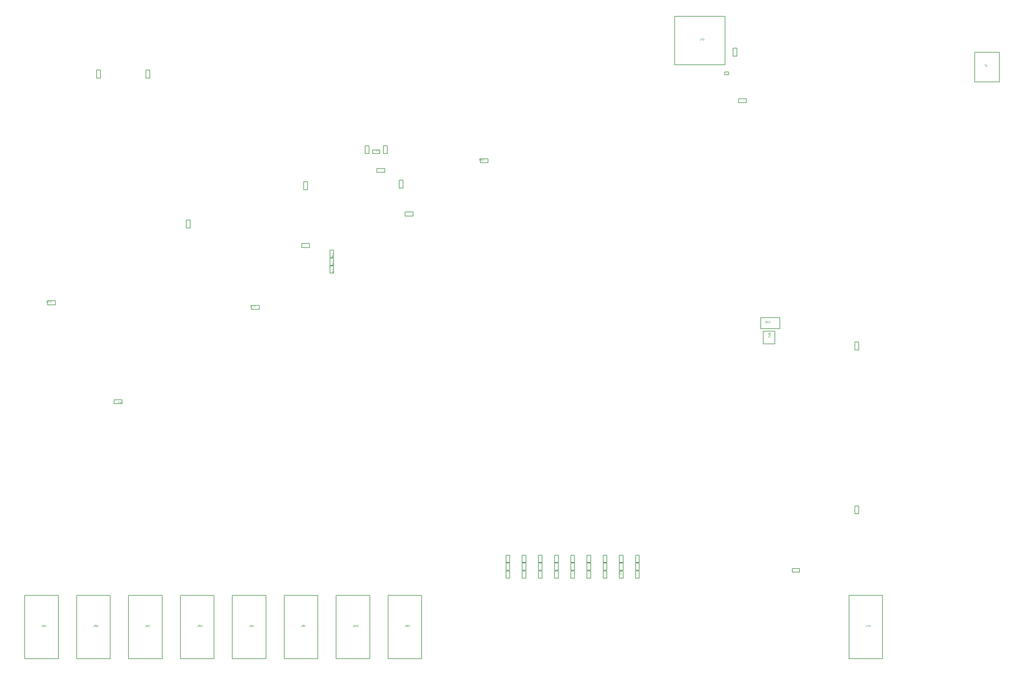
<source format=gbr>
%TF.GenerationSoftware,Altium Limited,Altium Designer,22.6.1 (34)*%
G04 Layer_Color=8388736*
%FSLAX26Y26*%
%MOIN*%
%TF.SameCoordinates,08F94D22-2ED8-4738-ABBF-34BB79D8E07D*%
%TF.FilePolarity,Positive*%
%TF.FileFunction,Other,Mechanical_10*%
%TF.Part,Single*%
G01*
G75*
%TA.AperFunction,NonConductor*%
%ADD252C,0.007874*%
G36*
X7942515Y500453D02*
X7942697D01*
X7942897D01*
X7943097Y500435D01*
X7943570Y500417D01*
X7944098Y500380D01*
X7944662Y500344D01*
X7945263Y500289D01*
X7945882Y500216D01*
X7946537Y500125D01*
X7947174Y500034D01*
X7947811Y499907D01*
X7948430Y499761D01*
X7949012Y499598D01*
X7949576Y499416D01*
X7949613Y499397D01*
X7949704Y499361D01*
X7949849Y499306D01*
X7950050Y499215D01*
X7950286Y499106D01*
X7950559Y498979D01*
X7950868Y498815D01*
X7951196Y498633D01*
X7951542Y498415D01*
X7951888Y498196D01*
X7952252Y497923D01*
X7952616Y497650D01*
X7952962Y497341D01*
X7953307Y497013D01*
X7953635Y496667D01*
X7953926Y496285D01*
X7953944Y496267D01*
X7953981Y496194D01*
X7954072Y496085D01*
X7954163Y495921D01*
X7954272Y495721D01*
X7954399Y495484D01*
X7954527Y495211D01*
X7954672Y494902D01*
X7954818Y494574D01*
X7954945Y494192D01*
X7955073Y493810D01*
X7955182Y493373D01*
X7955273Y492918D01*
X7955346Y492445D01*
X7955400Y491954D01*
X7955418Y491444D01*
Y491317D01*
X7955400Y491153D01*
Y490953D01*
X7955364Y490698D01*
X7955328Y490407D01*
X7955273Y490079D01*
X7955218Y489733D01*
X7955127Y489351D01*
X7955018Y488951D01*
X7954891Y488550D01*
X7954727Y488150D01*
X7954545Y487749D01*
X7954327Y487349D01*
X7954072Y486967D01*
X7953780Y486603D01*
X7953762Y486585D01*
X7953708Y486530D01*
X7953617Y486421D01*
X7953471Y486312D01*
X7953307Y486166D01*
X7953107Y485984D01*
X7952870Y485802D01*
X7952579Y485620D01*
X7952270Y485420D01*
X7951924Y485238D01*
X7951560Y485038D01*
X7951141Y484874D01*
X7950686Y484710D01*
X7950213Y484564D01*
X7949704Y484455D01*
X7949158Y484364D01*
X7948885Y487331D01*
X7948903D01*
X7948976Y487349D01*
X7949085Y487367D01*
X7949230Y487404D01*
X7949394Y487440D01*
X7949595Y487495D01*
X7949831Y487567D01*
X7950050Y487640D01*
X7950559Y487840D01*
X7951069Y488095D01*
X7951542Y488405D01*
X7951760Y488568D01*
X7951942Y488769D01*
X7951961Y488787D01*
X7951979Y488823D01*
X7952033Y488878D01*
X7952088Y488969D01*
X7952161Y489060D01*
X7952234Y489187D01*
X7952324Y489351D01*
X7952397Y489515D01*
X7952488Y489697D01*
X7952579Y489915D01*
X7952725Y490370D01*
X7952834Y490898D01*
X7952852Y491189D01*
X7952870Y491499D01*
Y491644D01*
X7952852Y491735D01*
Y491863D01*
X7952834Y492008D01*
X7952798Y492354D01*
X7952707Y492736D01*
X7952597Y493173D01*
X7952452Y493592D01*
X7952234Y494010D01*
Y494028D01*
X7952197Y494065D01*
X7952161Y494119D01*
X7952106Y494192D01*
X7951961Y494392D01*
X7951760Y494629D01*
X7951524Y494902D01*
X7951214Y495193D01*
X7950868Y495484D01*
X7950486Y495757D01*
X7950468D01*
X7950432Y495794D01*
X7950377Y495830D01*
X7950286Y495867D01*
X7950177Y495939D01*
X7950050Y495994D01*
X7949886Y496085D01*
X7949704Y496158D01*
X7949503Y496249D01*
X7949285Y496340D01*
X7949048Y496431D01*
X7948794Y496540D01*
X7948502Y496631D01*
X7948211Y496722D01*
X7947884Y496813D01*
X7947556Y496904D01*
X7947538D01*
X7947465Y496922D01*
X7947374Y496940D01*
X7947229Y496977D01*
X7947065Y497013D01*
X7946864Y497050D01*
X7946646Y497104D01*
X7946391Y497141D01*
X7946118Y497177D01*
X7945809Y497232D01*
X7945172Y497304D01*
X7944480Y497359D01*
X7943770Y497377D01*
X7943752D01*
X7943734D01*
X7943680D01*
X7943625D01*
X7943534D01*
X7943425D01*
X7943297D01*
X7943152D01*
X7943170Y497359D01*
X7943225Y497341D01*
X7943297Y497286D01*
X7943407Y497213D01*
X7943534Y497104D01*
X7943680Y496995D01*
X7943843Y496868D01*
X7944007Y496704D01*
X7944207Y496540D01*
X7944389Y496340D01*
X7944590Y496140D01*
X7944790Y495903D01*
X7945190Y495412D01*
X7945554Y494829D01*
X7945572Y494811D01*
X7945591Y494756D01*
X7945645Y494665D01*
X7945700Y494556D01*
X7945773Y494392D01*
X7945845Y494229D01*
X7945918Y494028D01*
X7946009Y493792D01*
X7946100Y493537D01*
X7946173Y493282D01*
X7946319Y492682D01*
X7946428Y492045D01*
X7946446Y491699D01*
X7946464Y491353D01*
Y491207D01*
X7946446Y491044D01*
X7946428Y490825D01*
X7946391Y490570D01*
X7946337Y490243D01*
X7946282Y489897D01*
X7946173Y489515D01*
X7946064Y489114D01*
X7945918Y488678D01*
X7945736Y488241D01*
X7945518Y487804D01*
X7945245Y487349D01*
X7944953Y486912D01*
X7944608Y486475D01*
X7944207Y486057D01*
X7944189Y486039D01*
X7944098Y485966D01*
X7943971Y485857D01*
X7943789Y485729D01*
X7943570Y485565D01*
X7943297Y485383D01*
X7942970Y485183D01*
X7942606Y484983D01*
X7942205Y484783D01*
X7941750Y484583D01*
X7941259Y484401D01*
X7940731Y484237D01*
X7940167Y484109D01*
X7939548Y484000D01*
X7938911Y483927D01*
X7938238Y483909D01*
X7938220D01*
X7938201D01*
X7938147D01*
X7938074D01*
X7937983Y483927D01*
X7937874D01*
X7937601Y483946D01*
X7937273Y483982D01*
X7936891Y484037D01*
X7936472Y484091D01*
X7936017Y484200D01*
X7935544Y484310D01*
X7935034Y484455D01*
X7934525Y484637D01*
X7934015Y484856D01*
X7933506Y485129D01*
X7932996Y485420D01*
X7932523Y485766D01*
X7932068Y486166D01*
X7932050Y486184D01*
X7931959Y486275D01*
X7931850Y486403D01*
X7931704Y486566D01*
X7931522Y486785D01*
X7931322Y487058D01*
X7931103Y487367D01*
X7930885Y487713D01*
X7930667Y488113D01*
X7930466Y488532D01*
X7930266Y489005D01*
X7930084Y489515D01*
X7929939Y490043D01*
X7929829Y490607D01*
X7929738Y491207D01*
X7929720Y491826D01*
Y492063D01*
X7929738Y492245D01*
X7929757Y492463D01*
X7929793Y492718D01*
X7929829Y492991D01*
X7929884Y493300D01*
X7929957Y493646D01*
X7930048Y493992D01*
X7930157Y494374D01*
X7930284Y494756D01*
X7930430Y495139D01*
X7930612Y495539D01*
X7930812Y495921D01*
X7931049Y496303D01*
X7931067Y496322D01*
X7931103Y496394D01*
X7931194Y496504D01*
X7931285Y496631D01*
X7931431Y496813D01*
X7931595Y497013D01*
X7931795Y497213D01*
X7932013Y497450D01*
X7932268Y497705D01*
X7932559Y497960D01*
X7932869Y498214D01*
X7933215Y498469D01*
X7933578Y498724D01*
X7933961Y498961D01*
X7934379Y499197D01*
X7934834Y499397D01*
X7934871Y499416D01*
X7934944Y499452D01*
X7935089Y499488D01*
X7935289Y499561D01*
X7935544Y499652D01*
X7935854Y499743D01*
X7936217Y499834D01*
X7936636Y499943D01*
X7937109Y500034D01*
X7937637Y500125D01*
X7938201Y500216D01*
X7938838Y500307D01*
X7939530Y500380D01*
X7940258Y500417D01*
X7941059Y500453D01*
X7941896Y500471D01*
X7941914D01*
X7941950D01*
X7942023D01*
X7942114D01*
X7942224D01*
X7942351D01*
X7942515Y500453D01*
D02*
G37*
G36*
X7955000Y465473D02*
X7929811D01*
Y468803D01*
X7952033D01*
Y481197D01*
X7955000D01*
Y465473D01*
D02*
G37*
G36*
X6293734Y5478088D02*
X6294335Y5478033D01*
X6294917Y5477960D01*
X6295481Y5477869D01*
X6296009Y5477760D01*
X6296519Y5477614D01*
X6296992Y5477487D01*
X6297429Y5477342D01*
X6297811Y5477196D01*
X6298175Y5477069D01*
X6298484Y5476941D01*
X6298739Y5476814D01*
X6298958Y5476723D01*
X6299103Y5476650D01*
X6299194Y5476595D01*
X6299231Y5476577D01*
X6299740Y5476268D01*
X6300213Y5475940D01*
X6300650Y5475594D01*
X6301069Y5475230D01*
X6301451Y5474866D01*
X6301797Y5474502D01*
X6302124Y5474120D01*
X6302397Y5473774D01*
X6302652Y5473447D01*
X6302889Y5473119D01*
X6303071Y5472846D01*
X6303235Y5472609D01*
X6303344Y5472391D01*
X6303435Y5472245D01*
X6303489Y5472154D01*
X6303508Y5472118D01*
X6303762Y5471554D01*
X6303999Y5470990D01*
X6304199Y5470407D01*
X6304363Y5469825D01*
X6304509Y5469243D01*
X6304636Y5468660D01*
X6304727Y5468114D01*
X6304818Y5467605D01*
X6304873Y5467113D01*
X6304927Y5466658D01*
X6304945Y5466258D01*
X6304982Y5465912D01*
Y5465639D01*
X6305000Y5465530D01*
Y5465439D01*
Y5465366D01*
Y5465311D01*
Y5465275D01*
Y5465257D01*
X6304982Y5464583D01*
X6304945Y5463928D01*
X6304873Y5463291D01*
X6304800Y5462690D01*
X6304691Y5462090D01*
X6304581Y5461544D01*
X6304454Y5461016D01*
X6304327Y5460525D01*
X6304217Y5460088D01*
X6304090Y5459688D01*
X6303981Y5459342D01*
X6303872Y5459051D01*
X6303799Y5458814D01*
X6303726Y5458650D01*
X6303690Y5458541D01*
X6303671Y5458523D01*
Y5458505D01*
X6303417Y5457940D01*
X6303125Y5457394D01*
X6302816Y5456903D01*
X6302507Y5456430D01*
X6302179Y5456011D01*
X6301851Y5455611D01*
X6301542Y5455265D01*
X6301233Y5454937D01*
X6300941Y5454646D01*
X6300668Y5454409D01*
X6300432Y5454191D01*
X6300213Y5454027D01*
X6300031Y5453900D01*
X6299904Y5453791D01*
X6299831Y5453736D01*
X6299795Y5453718D01*
X6299303Y5453427D01*
X6298776Y5453172D01*
X6298230Y5452953D01*
X6297684Y5452753D01*
X6297138Y5452608D01*
X6296573Y5452462D01*
X6296046Y5452353D01*
X6295518Y5452262D01*
X6295045Y5452207D01*
X6294590Y5452153D01*
X6294189Y5452116D01*
X6293843Y5452080D01*
X6293570D01*
X6293443Y5452062D01*
X6293170D01*
X6292442Y5452080D01*
X6291750Y5452153D01*
X6291095Y5452262D01*
X6290458Y5452389D01*
X6289876Y5452553D01*
X6289330Y5452735D01*
X6288820Y5452935D01*
X6288365Y5453136D01*
X6287947Y5453336D01*
X6287583Y5453536D01*
X6287255Y5453718D01*
X6287000Y5453882D01*
X6286782Y5454009D01*
X6286636Y5454118D01*
X6286545Y5454191D01*
X6286509Y5454209D01*
X6286017Y5454646D01*
X6285562Y5455101D01*
X6285144Y5455592D01*
X6284762Y5456102D01*
X6284416Y5456630D01*
X6284106Y5457140D01*
X6283833Y5457649D01*
X6283597Y5458159D01*
X6283378Y5458632D01*
X6283196Y5459069D01*
X6283051Y5459451D01*
X6282923Y5459797D01*
X6282832Y5460070D01*
X6282796Y5460197D01*
X6282778Y5460288D01*
X6282760Y5460361D01*
X6282741Y5460416D01*
X6282723Y5460452D01*
Y5460470D01*
X6286054Y5461307D01*
X6286199Y5460725D01*
X6286363Y5460197D01*
X6286545Y5459688D01*
X6286764Y5459233D01*
X6286964Y5458796D01*
X6287200Y5458395D01*
X6287419Y5458050D01*
X6287637Y5457722D01*
X6287837Y5457449D01*
X6288038Y5457194D01*
X6288220Y5456994D01*
X6288383Y5456830D01*
X6288511Y5456685D01*
X6288602Y5456593D01*
X6288675Y5456539D01*
X6288693Y5456521D01*
X6289075Y5456248D01*
X6289457Y5455993D01*
X6289858Y5455775D01*
X6290258Y5455592D01*
X6290658Y5455447D01*
X6291059Y5455319D01*
X6291441Y5455210D01*
X6291805Y5455119D01*
X6292133Y5455047D01*
X6292460Y5455010D01*
X6292733Y5454974D01*
X6292970Y5454937D01*
X6293170D01*
X6293316Y5454919D01*
X6293443D01*
X6293862Y5454937D01*
X6294280Y5454974D01*
X6294681Y5455028D01*
X6295081Y5455101D01*
X6295445Y5455192D01*
X6295809Y5455301D01*
X6296137Y5455392D01*
X6296446Y5455520D01*
X6296719Y5455629D01*
X6296974Y5455720D01*
X6297192Y5455829D01*
X6297374Y5455920D01*
X6297520Y5455993D01*
X6297629Y5456047D01*
X6297702Y5456084D01*
X6297720Y5456102D01*
X6298084Y5456339D01*
X6298412Y5456593D01*
X6298721Y5456867D01*
X6299012Y5457158D01*
X6299267Y5457449D01*
X6299504Y5457758D01*
X6299722Y5458050D01*
X6299922Y5458323D01*
X6300086Y5458596D01*
X6300232Y5458850D01*
X6300359Y5459087D01*
X6300450Y5459287D01*
X6300541Y5459451D01*
X6300596Y5459560D01*
X6300614Y5459651D01*
X6300632Y5459669D01*
X6300796Y5460124D01*
X6300941Y5460597D01*
X6301069Y5461071D01*
X6301160Y5461562D01*
X6301342Y5462490D01*
X6301396Y5462945D01*
X6301451Y5463382D01*
X6301487Y5463764D01*
X6301506Y5464128D01*
X6301524Y5464456D01*
X6301542Y5464729D01*
X6301560Y5464966D01*
Y5465129D01*
Y5465239D01*
Y5465275D01*
X6301542Y5465748D01*
X6301524Y5466203D01*
X6301433Y5467077D01*
X6301378Y5467495D01*
X6301305Y5467896D01*
X6301233Y5468278D01*
X6301160Y5468624D01*
X6301087Y5468951D01*
X6301032Y5469243D01*
X6300960Y5469497D01*
X6300905Y5469716D01*
X6300850Y5469880D01*
X6300814Y5470007D01*
X6300778Y5470098D01*
Y5470116D01*
X6300614Y5470553D01*
X6300432Y5470953D01*
X6300232Y5471336D01*
X6300013Y5471681D01*
X6299795Y5472027D01*
X6299576Y5472337D01*
X6299340Y5472609D01*
X6299121Y5472864D01*
X6298903Y5473083D01*
X6298703Y5473283D01*
X6298521Y5473447D01*
X6298357Y5473592D01*
X6298230Y5473702D01*
X6298139Y5473792D01*
X6298066Y5473829D01*
X6298048Y5473847D01*
X6297665Y5474102D01*
X6297265Y5474302D01*
X6296865Y5474502D01*
X6296464Y5474666D01*
X6296046Y5474793D01*
X6295645Y5474903D01*
X6295263Y5474994D01*
X6294881Y5475066D01*
X6294535Y5475139D01*
X6294207Y5475176D01*
X6293916Y5475212D01*
X6293661Y5475230D01*
X6293461Y5475248D01*
X6293188D01*
X6292715Y5475230D01*
X6292278Y5475194D01*
X6291860Y5475139D01*
X6291459Y5475048D01*
X6291095Y5474957D01*
X6290749Y5474848D01*
X6290440Y5474739D01*
X6290149Y5474630D01*
X6289894Y5474502D01*
X6289657Y5474393D01*
X6289457Y5474284D01*
X6289293Y5474193D01*
X6289166Y5474102D01*
X6289075Y5474047D01*
X6289020Y5474011D01*
X6289002Y5473993D01*
X6288693Y5473738D01*
X6288402Y5473465D01*
X6288147Y5473155D01*
X6287892Y5472846D01*
X6287655Y5472500D01*
X6287455Y5472173D01*
X6287255Y5471845D01*
X6287091Y5471517D01*
X6286946Y5471208D01*
X6286800Y5470917D01*
X6286691Y5470662D01*
X6286600Y5470444D01*
X6286527Y5470243D01*
X6286472Y5470116D01*
X6286454Y5470025D01*
X6286436Y5469989D01*
X6283160Y5470753D01*
X6283360Y5471390D01*
X6283615Y5471991D01*
X6283870Y5472555D01*
X6284161Y5473083D01*
X6284452Y5473556D01*
X6284743Y5474011D01*
X6285053Y5474411D01*
X6285344Y5474775D01*
X6285635Y5475103D01*
X6285890Y5475376D01*
X6286127Y5475631D01*
X6286345Y5475813D01*
X6286509Y5475976D01*
X6286654Y5476086D01*
X6286727Y5476158D01*
X6286764Y5476177D01*
X6287255Y5476523D01*
X6287765Y5476814D01*
X6288311Y5477069D01*
X6288838Y5477287D01*
X6289366Y5477487D01*
X6289894Y5477633D01*
X6290404Y5477760D01*
X6290895Y5477869D01*
X6291368Y5477942D01*
X6291787Y5477997D01*
X6292151Y5478051D01*
X6292478Y5478069D01*
X6292751Y5478088D01*
X6292861Y5478106D01*
X6293115D01*
X6293734Y5478088D01*
D02*
G37*
G36*
X6280885Y5461344D02*
Y5458505D01*
X6269965D01*
Y5452480D01*
X6266871D01*
Y5458505D01*
X6263468D01*
Y5461344D01*
X6266871D01*
Y5477669D01*
X6269401D01*
X6280885Y5461344D01*
D02*
G37*
G36*
X6252711Y5477742D02*
X6253276Y5477687D01*
X6253822Y5477596D01*
X6254313Y5477469D01*
X6254786Y5477323D01*
X6255223Y5477159D01*
X6255623Y5476996D01*
X6255969Y5476832D01*
X6256297Y5476650D01*
X6256570Y5476486D01*
X6256806Y5476322D01*
X6257007Y5476177D01*
X6257170Y5476068D01*
X6257280Y5475958D01*
X6257352Y5475904D01*
X6257371Y5475886D01*
X6257716Y5475521D01*
X6258026Y5475158D01*
X6258281Y5474757D01*
X6258499Y5474375D01*
X6258699Y5473975D01*
X6258863Y5473592D01*
X6258990Y5473228D01*
X6259081Y5472864D01*
X6259172Y5472537D01*
X6259227Y5472227D01*
X6259282Y5471954D01*
X6259300Y5471718D01*
X6259318Y5471536D01*
X6259336Y5471390D01*
Y5471299D01*
Y5471263D01*
X6259318Y5470935D01*
X6259300Y5470608D01*
X6259191Y5470007D01*
X6259118Y5469734D01*
X6259045Y5469479D01*
X6258954Y5469243D01*
X6258863Y5469024D01*
X6258790Y5468824D01*
X6258699Y5468642D01*
X6258626Y5468496D01*
X6258554Y5468369D01*
X6258499Y5468260D01*
X6258444Y5468187D01*
X6258426Y5468150D01*
X6258408Y5468132D01*
X6258226Y5467896D01*
X6258026Y5467677D01*
X6257571Y5467277D01*
X6257098Y5466931D01*
X6256624Y5466640D01*
X6256406Y5466531D01*
X6256206Y5466422D01*
X6256024Y5466331D01*
X6255860Y5466258D01*
X6255733Y5466203D01*
X6255642Y5466167D01*
X6255569Y5466130D01*
X6255551D01*
X6255969Y5466003D01*
X6256370Y5465857D01*
X6256734Y5465694D01*
X6257079Y5465530D01*
X6257407Y5465348D01*
X6257698Y5465148D01*
X6257953Y5464966D01*
X6258208Y5464783D01*
X6258408Y5464601D01*
X6258590Y5464438D01*
X6258754Y5464274D01*
X6258881Y5464146D01*
X6258990Y5464037D01*
X6259063Y5463946D01*
X6259100Y5463892D01*
X6259118Y5463873D01*
X6259336Y5463546D01*
X6259518Y5463218D01*
X6259682Y5462873D01*
X6259828Y5462527D01*
X6259955Y5462181D01*
X6260046Y5461853D01*
X6260137Y5461507D01*
X6260192Y5461198D01*
X6260246Y5460907D01*
X6260283Y5460634D01*
X6260319Y5460379D01*
X6260337Y5460179D01*
X6260355Y5459997D01*
Y5459869D01*
Y5459797D01*
Y5459760D01*
X6260337Y5459160D01*
X6260264Y5458577D01*
X6260137Y5458031D01*
X6259991Y5457503D01*
X6259828Y5457030D01*
X6259627Y5456575D01*
X6259427Y5456157D01*
X6259209Y5455775D01*
X6259009Y5455429D01*
X6258808Y5455137D01*
X6258608Y5454883D01*
X6258426Y5454664D01*
X6258299Y5454482D01*
X6258171Y5454373D01*
X6258099Y5454282D01*
X6258080Y5454264D01*
X6257625Y5453882D01*
X6257170Y5453536D01*
X6256679Y5453245D01*
X6256169Y5452990D01*
X6255660Y5452771D01*
X6255168Y5452608D01*
X6254677Y5452462D01*
X6254204Y5452335D01*
X6253767Y5452244D01*
X6253348Y5452171D01*
X6252984Y5452135D01*
X6252675Y5452098D01*
X6252420Y5452080D01*
X6252220Y5452062D01*
X6252056D01*
X6251383Y5452080D01*
X6250728Y5452153D01*
X6250127Y5452262D01*
X6249545Y5452408D01*
X6249017Y5452571D01*
X6248525Y5452753D01*
X6248070Y5452953D01*
X6247652Y5453154D01*
X6247288Y5453354D01*
X6246978Y5453554D01*
X6246687Y5453736D01*
X6246469Y5453900D01*
X6246287Y5454046D01*
X6246159Y5454155D01*
X6246068Y5454227D01*
X6246050Y5454246D01*
X6245650Y5454664D01*
X6245286Y5455119D01*
X6244995Y5455556D01*
X6244722Y5456029D01*
X6244503Y5456484D01*
X6244321Y5456921D01*
X6244157Y5457358D01*
X6244048Y5457776D01*
X6243957Y5458177D01*
X6243884Y5458541D01*
X6243830Y5458850D01*
X6243793Y5459123D01*
X6243775Y5459360D01*
X6243757Y5459524D01*
Y5459633D01*
Y5459669D01*
X6243775Y5460106D01*
X6243812Y5460525D01*
X6243866Y5460907D01*
X6243939Y5461289D01*
X6244048Y5461635D01*
X6244139Y5461981D01*
X6244248Y5462272D01*
X6244358Y5462563D01*
X6244485Y5462818D01*
X6244594Y5463036D01*
X6244685Y5463236D01*
X6244776Y5463400D01*
X6244867Y5463528D01*
X6244922Y5463619D01*
X6244958Y5463673D01*
X6244976Y5463691D01*
X6245213Y5464001D01*
X6245486Y5464274D01*
X6245759Y5464547D01*
X6246050Y5464783D01*
X6246341Y5465002D01*
X6246633Y5465202D01*
X6246924Y5465384D01*
X6247215Y5465548D01*
X6247470Y5465694D01*
X6247725Y5465803D01*
X6247943Y5465912D01*
X6248143Y5465985D01*
X6248307Y5466057D01*
X6248416Y5466094D01*
X6248507Y5466130D01*
X6248525D01*
X6248180Y5466276D01*
X6247870Y5466422D01*
X6247579Y5466585D01*
X6247288Y5466749D01*
X6247051Y5466913D01*
X6246815Y5467077D01*
X6246614Y5467240D01*
X6246414Y5467404D01*
X6246250Y5467550D01*
X6246123Y5467695D01*
X6245996Y5467805D01*
X6245905Y5467914D01*
X6245814Y5468005D01*
X6245759Y5468078D01*
X6245741Y5468114D01*
X6245723Y5468132D01*
X6245559Y5468387D01*
X6245413Y5468642D01*
X6245286Y5468897D01*
X6245177Y5469151D01*
X6245013Y5469661D01*
X6244904Y5470134D01*
X6244867Y5470353D01*
X6244849Y5470553D01*
X6244831Y5470735D01*
X6244813Y5470881D01*
X6244794Y5471008D01*
Y5471099D01*
Y5471154D01*
Y5471172D01*
X6244813Y5471681D01*
X6244885Y5472154D01*
X6244976Y5472628D01*
X6245104Y5473065D01*
X6245268Y5473465D01*
X6245431Y5473847D01*
X6245613Y5474211D01*
X6245795Y5474539D01*
X6245996Y5474830D01*
X6246178Y5475085D01*
X6246341Y5475303D01*
X6246505Y5475485D01*
X6246633Y5475631D01*
X6246724Y5475740D01*
X6246796Y5475813D01*
X6246815Y5475831D01*
X6247197Y5476177D01*
X6247615Y5476468D01*
X6248052Y5476723D01*
X6248489Y5476941D01*
X6248926Y5477141D01*
X6249363Y5477287D01*
X6249799Y5477414D01*
X6250218Y5477524D01*
X6250600Y5477596D01*
X6250964Y5477651D01*
X6251292Y5477706D01*
X6251565Y5477724D01*
X6251801Y5477742D01*
X6251965Y5477760D01*
X6252111D01*
X6252711Y5477742D01*
D02*
G37*
G36*
X1909290Y2548983D02*
X1909982Y2548910D01*
X1910637Y2548801D01*
X1911274Y2548674D01*
X1911857Y2548510D01*
X1912402Y2548328D01*
X1912912Y2548128D01*
X1913367Y2547927D01*
X1913786Y2547727D01*
X1914150Y2547527D01*
X1914477Y2547345D01*
X1914732Y2547181D01*
X1914950Y2547054D01*
X1915096Y2546945D01*
X1915187Y2546872D01*
X1915224Y2546854D01*
X1915715Y2546417D01*
X1916170Y2545962D01*
X1916589Y2545470D01*
X1916971Y2544961D01*
X1917316Y2544433D01*
X1917626Y2543923D01*
X1917899Y2543414D01*
X1918136Y2542904D01*
X1918354Y2542431D01*
X1918536Y2541994D01*
X1918681Y2541612D01*
X1918809Y2541266D01*
X1918900Y2540993D01*
X1918936Y2540866D01*
X1918955Y2540775D01*
X1918973Y2540702D01*
X1918991Y2540647D01*
X1919009Y2540611D01*
Y2540593D01*
X1915678Y2539756D01*
X1915533Y2540338D01*
X1915369Y2540866D01*
X1915187Y2541375D01*
X1914969Y2541830D01*
X1914768Y2542267D01*
X1914532Y2542668D01*
X1914313Y2543013D01*
X1914095Y2543341D01*
X1913895Y2543614D01*
X1913695Y2543869D01*
X1913513Y2544069D01*
X1913349Y2544233D01*
X1913222Y2544378D01*
X1913130Y2544469D01*
X1913058Y2544524D01*
X1913040Y2544542D01*
X1912657Y2544815D01*
X1912275Y2545070D01*
X1911875Y2545288D01*
X1911474Y2545470D01*
X1911074Y2545616D01*
X1910674Y2545743D01*
X1910291Y2545853D01*
X1909927Y2545944D01*
X1909600Y2546016D01*
X1909272Y2546053D01*
X1908999Y2546089D01*
X1908763Y2546126D01*
X1908562D01*
X1908417Y2546144D01*
X1908289D01*
X1907871Y2546126D01*
X1907452Y2546089D01*
X1907052Y2546035D01*
X1906651Y2545962D01*
X1906287Y2545871D01*
X1905923Y2545762D01*
X1905596Y2545671D01*
X1905286Y2545543D01*
X1905013Y2545434D01*
X1904758Y2545343D01*
X1904540Y2545234D01*
X1904358Y2545143D01*
X1904213Y2545070D01*
X1904103Y2545015D01*
X1904031Y2544979D01*
X1904012Y2544961D01*
X1903648Y2544724D01*
X1903321Y2544469D01*
X1903011Y2544196D01*
X1902720Y2543905D01*
X1902465Y2543614D01*
X1902229Y2543305D01*
X1902010Y2543013D01*
X1901810Y2542740D01*
X1901646Y2542467D01*
X1901501Y2542213D01*
X1901373Y2541976D01*
X1901282Y2541776D01*
X1901191Y2541612D01*
X1901137Y2541503D01*
X1901119Y2541412D01*
X1901100Y2541394D01*
X1900937Y2540939D01*
X1900791Y2540465D01*
X1900664Y2539992D01*
X1900572Y2539501D01*
X1900390Y2538573D01*
X1900336Y2538118D01*
X1900281Y2537681D01*
X1900245Y2537299D01*
X1900227Y2536935D01*
X1900208Y2536607D01*
X1900190Y2536334D01*
X1900172Y2536097D01*
Y2535934D01*
Y2535824D01*
Y2535788D01*
X1900190Y2535315D01*
X1900208Y2534860D01*
X1900300Y2533986D01*
X1900354Y2533568D01*
X1900427Y2533167D01*
X1900500Y2532785D01*
X1900572Y2532439D01*
X1900645Y2532112D01*
X1900700Y2531820D01*
X1900773Y2531566D01*
X1900827Y2531347D01*
X1900882Y2531183D01*
X1900918Y2531056D01*
X1900955Y2530965D01*
Y2530947D01*
X1901119Y2530510D01*
X1901301Y2530110D01*
X1901501Y2529727D01*
X1901719Y2529382D01*
X1901938Y2529036D01*
X1902156Y2528726D01*
X1902392Y2528453D01*
X1902611Y2528199D01*
X1902829Y2527980D01*
X1903030Y2527780D01*
X1903211Y2527616D01*
X1903375Y2527471D01*
X1903503Y2527361D01*
X1903594Y2527270D01*
X1903667Y2527234D01*
X1903685Y2527216D01*
X1904067Y2526961D01*
X1904467Y2526761D01*
X1904868Y2526561D01*
X1905268Y2526397D01*
X1905687Y2526269D01*
X1906087Y2526160D01*
X1906469Y2526069D01*
X1906851Y2525996D01*
X1907197Y2525924D01*
X1907525Y2525887D01*
X1907816Y2525851D01*
X1908071Y2525833D01*
X1908271Y2525814D01*
X1908544D01*
X1909017Y2525833D01*
X1909454Y2525869D01*
X1909873Y2525924D01*
X1910273Y2526015D01*
X1910637Y2526106D01*
X1910983Y2526215D01*
X1911292Y2526324D01*
X1911583Y2526433D01*
X1911838Y2526561D01*
X1912075Y2526670D01*
X1912275Y2526779D01*
X1912439Y2526870D01*
X1912566Y2526961D01*
X1912657Y2527016D01*
X1912712Y2527052D01*
X1912730Y2527070D01*
X1913040Y2527325D01*
X1913331Y2527598D01*
X1913585Y2527907D01*
X1913840Y2528217D01*
X1914077Y2528563D01*
X1914277Y2528890D01*
X1914477Y2529218D01*
X1914641Y2529545D01*
X1914787Y2529855D01*
X1914932Y2530146D01*
X1915042Y2530401D01*
X1915132Y2530619D01*
X1915205Y2530819D01*
X1915260Y2530947D01*
X1915278Y2531038D01*
X1915296Y2531074D01*
X1918572Y2530310D01*
X1918372Y2529673D01*
X1918117Y2529072D01*
X1917862Y2528508D01*
X1917571Y2527980D01*
X1917280Y2527507D01*
X1916989Y2527052D01*
X1916679Y2526652D01*
X1916388Y2526288D01*
X1916097Y2525960D01*
X1915842Y2525687D01*
X1915606Y2525432D01*
X1915387Y2525250D01*
X1915224Y2525086D01*
X1915078Y2524977D01*
X1915005Y2524904D01*
X1914969Y2524886D01*
X1914477Y2524540D01*
X1913968Y2524249D01*
X1913422Y2523994D01*
X1912894Y2523776D01*
X1912366Y2523576D01*
X1911838Y2523430D01*
X1911329Y2523303D01*
X1910837Y2523194D01*
X1910364Y2523121D01*
X1909946Y2523066D01*
X1909582Y2523012D01*
X1909254Y2522993D01*
X1908981Y2522975D01*
X1908872Y2522957D01*
X1908617D01*
X1907998Y2522975D01*
X1907398Y2523030D01*
X1906815Y2523103D01*
X1906251Y2523194D01*
X1905723Y2523303D01*
X1905214Y2523448D01*
X1904740Y2523576D01*
X1904303Y2523721D01*
X1903921Y2523867D01*
X1903557Y2523994D01*
X1903248Y2524122D01*
X1902993Y2524249D01*
X1902775Y2524340D01*
X1902629Y2524413D01*
X1902538Y2524468D01*
X1902502Y2524486D01*
X1901992Y2524795D01*
X1901519Y2525123D01*
X1901082Y2525469D01*
X1900664Y2525833D01*
X1900281Y2526197D01*
X1899936Y2526561D01*
X1899608Y2526943D01*
X1899335Y2527289D01*
X1899080Y2527616D01*
X1898843Y2527944D01*
X1898661Y2528217D01*
X1898498Y2528453D01*
X1898389Y2528672D01*
X1898297Y2528817D01*
X1898243Y2528908D01*
X1898225Y2528945D01*
X1897970Y2529509D01*
X1897733Y2530073D01*
X1897533Y2530656D01*
X1897369Y2531238D01*
X1897224Y2531820D01*
X1897096Y2532403D01*
X1897005Y2532949D01*
X1896914Y2533458D01*
X1896860Y2533950D01*
X1896805Y2534405D01*
X1896787Y2534805D01*
X1896751Y2535151D01*
Y2535424D01*
X1896732Y2535533D01*
Y2535624D01*
Y2535697D01*
Y2535752D01*
Y2535788D01*
Y2535806D01*
X1896751Y2536480D01*
X1896787Y2537135D01*
X1896860Y2537772D01*
X1896932Y2538372D01*
X1897042Y2538973D01*
X1897151Y2539519D01*
X1897278Y2540047D01*
X1897406Y2540538D01*
X1897515Y2540975D01*
X1897642Y2541375D01*
X1897752Y2541721D01*
X1897861Y2542012D01*
X1897934Y2542249D01*
X1898006Y2542413D01*
X1898043Y2542522D01*
X1898061Y2542540D01*
Y2542558D01*
X1898316Y2543123D01*
X1898607Y2543669D01*
X1898916Y2544160D01*
X1899226Y2544633D01*
X1899553Y2545052D01*
X1899881Y2545452D01*
X1900190Y2545798D01*
X1900500Y2546126D01*
X1900791Y2546417D01*
X1901064Y2546653D01*
X1901301Y2546872D01*
X1901519Y2547036D01*
X1901701Y2547163D01*
X1901828Y2547272D01*
X1901901Y2547327D01*
X1901938Y2547345D01*
X1902429Y2547636D01*
X1902957Y2547891D01*
X1903503Y2548109D01*
X1904049Y2548310D01*
X1904595Y2548455D01*
X1905159Y2548601D01*
X1905687Y2548710D01*
X1906215Y2548801D01*
X1906688Y2548856D01*
X1907143Y2548910D01*
X1907543Y2548947D01*
X1907889Y2548983D01*
X1908162D01*
X1908289Y2549001D01*
X1908562D01*
X1909290Y2548983D01*
D02*
G37*
G36*
X1930784D02*
X1931440Y2548910D01*
X1932040Y2548801D01*
X1932623Y2548655D01*
X1933150Y2548492D01*
X1933642Y2548310D01*
X1934097Y2548109D01*
X1934515Y2547909D01*
X1934880Y2547709D01*
X1935189Y2547509D01*
X1935480Y2547327D01*
X1935698Y2547163D01*
X1935880Y2547017D01*
X1936008Y2546908D01*
X1936099Y2546835D01*
X1936117Y2546817D01*
X1936517Y2546399D01*
X1936881Y2545944D01*
X1937173Y2545507D01*
X1937446Y2545034D01*
X1937664Y2544579D01*
X1937846Y2544142D01*
X1938010Y2543705D01*
X1938119Y2543286D01*
X1938210Y2542886D01*
X1938283Y2542522D01*
X1938338Y2542213D01*
X1938374Y2541940D01*
X1938392Y2541703D01*
X1938410Y2541539D01*
Y2541430D01*
Y2541394D01*
X1938392Y2540957D01*
X1938356Y2540538D01*
X1938301Y2540156D01*
X1938228Y2539774D01*
X1938119Y2539428D01*
X1938028Y2539082D01*
X1937919Y2538791D01*
X1937810Y2538500D01*
X1937682Y2538245D01*
X1937573Y2538027D01*
X1937482Y2537826D01*
X1937391Y2537663D01*
X1937300Y2537535D01*
X1937245Y2537444D01*
X1937209Y2537390D01*
X1937191Y2537371D01*
X1936954Y2537062D01*
X1936681Y2536789D01*
X1936408Y2536516D01*
X1936117Y2536279D01*
X1935826Y2536061D01*
X1935535Y2535861D01*
X1935244Y2535679D01*
X1934952Y2535515D01*
X1934697Y2535369D01*
X1934443Y2535260D01*
X1934224Y2535151D01*
X1934024Y2535078D01*
X1933860Y2535005D01*
X1933751Y2534969D01*
X1933660Y2534933D01*
X1933642D01*
X1933988Y2534787D01*
X1934297Y2534641D01*
X1934588Y2534478D01*
X1934880Y2534314D01*
X1935116Y2534150D01*
X1935353Y2533986D01*
X1935553Y2533822D01*
X1935753Y2533659D01*
X1935917Y2533513D01*
X1936044Y2533367D01*
X1936172Y2533258D01*
X1936263Y2533149D01*
X1936354Y2533058D01*
X1936408Y2532985D01*
X1936427Y2532949D01*
X1936445Y2532931D01*
X1936609Y2532676D01*
X1936754Y2532421D01*
X1936881Y2532166D01*
X1936991Y2531911D01*
X1937155Y2531402D01*
X1937264Y2530929D01*
X1937300Y2530710D01*
X1937318Y2530510D01*
X1937336Y2530328D01*
X1937355Y2530182D01*
X1937373Y2530055D01*
Y2529964D01*
Y2529909D01*
Y2529891D01*
X1937355Y2529382D01*
X1937282Y2528908D01*
X1937191Y2528435D01*
X1937063Y2527998D01*
X1936900Y2527598D01*
X1936736Y2527216D01*
X1936554Y2526852D01*
X1936372Y2526524D01*
X1936172Y2526233D01*
X1935990Y2525978D01*
X1935826Y2525760D01*
X1935662Y2525578D01*
X1935535Y2525432D01*
X1935444Y2525323D01*
X1935371Y2525250D01*
X1935353Y2525232D01*
X1934970Y2524886D01*
X1934552Y2524595D01*
X1934115Y2524340D01*
X1933678Y2524122D01*
X1933242Y2523922D01*
X1932805Y2523776D01*
X1932368Y2523649D01*
X1931949Y2523539D01*
X1931567Y2523467D01*
X1931203Y2523412D01*
X1930876Y2523357D01*
X1930602Y2523339D01*
X1930366Y2523321D01*
X1930202Y2523303D01*
X1930056D01*
X1929456Y2523321D01*
X1928892Y2523376D01*
X1928346Y2523467D01*
X1927854Y2523594D01*
X1927381Y2523740D01*
X1926944Y2523903D01*
X1926544Y2524067D01*
X1926198Y2524231D01*
X1925870Y2524413D01*
X1925598Y2524577D01*
X1925361Y2524741D01*
X1925161Y2524886D01*
X1924997Y2524995D01*
X1924888Y2525105D01*
X1924815Y2525159D01*
X1924797Y2525177D01*
X1924451Y2525541D01*
X1924141Y2525905D01*
X1923887Y2526306D01*
X1923668Y2526688D01*
X1923468Y2527088D01*
X1923304Y2527471D01*
X1923177Y2527835D01*
X1923086Y2528199D01*
X1922995Y2528526D01*
X1922940Y2528836D01*
X1922886Y2529109D01*
X1922868Y2529345D01*
X1922849Y2529527D01*
X1922831Y2529673D01*
Y2529764D01*
Y2529800D01*
X1922849Y2530128D01*
X1922868Y2530455D01*
X1922977Y2531056D01*
X1923050Y2531329D01*
X1923122Y2531584D01*
X1923213Y2531820D01*
X1923304Y2532039D01*
X1923377Y2532239D01*
X1923468Y2532421D01*
X1923541Y2532567D01*
X1923614Y2532694D01*
X1923668Y2532803D01*
X1923723Y2532876D01*
X1923741Y2532912D01*
X1923759Y2532931D01*
X1923941Y2533167D01*
X1924141Y2533386D01*
X1924597Y2533786D01*
X1925070Y2534132D01*
X1925543Y2534423D01*
X1925761Y2534532D01*
X1925961Y2534641D01*
X1926143Y2534732D01*
X1926307Y2534805D01*
X1926435Y2534860D01*
X1926526Y2534896D01*
X1926599Y2534933D01*
X1926617D01*
X1926198Y2535060D01*
X1925798Y2535206D01*
X1925434Y2535369D01*
X1925088Y2535533D01*
X1924760Y2535715D01*
X1924469Y2535915D01*
X1924214Y2536097D01*
X1923959Y2536279D01*
X1923759Y2536461D01*
X1923577Y2536625D01*
X1923414Y2536789D01*
X1923286Y2536916D01*
X1923177Y2537026D01*
X1923104Y2537117D01*
X1923068Y2537171D01*
X1923050Y2537189D01*
X1922831Y2537517D01*
X1922649Y2537845D01*
X1922485Y2538190D01*
X1922340Y2538536D01*
X1922212Y2538882D01*
X1922121Y2539210D01*
X1922030Y2539555D01*
X1921976Y2539865D01*
X1921921Y2540156D01*
X1921885Y2540429D01*
X1921848Y2540684D01*
X1921830Y2540884D01*
X1921812Y2541066D01*
Y2541193D01*
Y2541266D01*
Y2541303D01*
X1921830Y2541903D01*
X1921903Y2542486D01*
X1922030Y2543032D01*
X1922176Y2543559D01*
X1922340Y2544033D01*
X1922540Y2544488D01*
X1922740Y2544906D01*
X1922958Y2545288D01*
X1923159Y2545634D01*
X1923359Y2545925D01*
X1923559Y2546180D01*
X1923741Y2546399D01*
X1923869Y2546581D01*
X1923996Y2546690D01*
X1924069Y2546781D01*
X1924087Y2546799D01*
X1924542Y2547181D01*
X1924997Y2547527D01*
X1925488Y2547818D01*
X1925998Y2548073D01*
X1926507Y2548291D01*
X1926999Y2548455D01*
X1927490Y2548601D01*
X1927964Y2548728D01*
X1928400Y2548819D01*
X1928819Y2548892D01*
X1929183Y2548928D01*
X1929492Y2548965D01*
X1929747Y2548983D01*
X1929947Y2549001D01*
X1930111D01*
X1930784Y2548983D01*
D02*
G37*
G36*
X9735670Y3380206D02*
X9736088Y3380169D01*
X9736470Y3380115D01*
X9736853Y3380042D01*
X9737198Y3379933D01*
X9737544Y3379842D01*
X9737835Y3379732D01*
X9738127Y3379623D01*
X9738381Y3379496D01*
X9738600Y3379387D01*
X9738800Y3379296D01*
X9738964Y3379205D01*
X9739091Y3379114D01*
X9739182Y3379059D01*
X9739237Y3379023D01*
X9739255Y3379004D01*
X9739564Y3378768D01*
X9739837Y3378495D01*
X9740110Y3378222D01*
X9740347Y3377931D01*
X9740565Y3377639D01*
X9740766Y3377348D01*
X9740948Y3377057D01*
X9741111Y3376766D01*
X9741257Y3376511D01*
X9741366Y3376256D01*
X9741475Y3376038D01*
X9741548Y3375838D01*
X9741621Y3375674D01*
X9741657Y3375565D01*
X9741694Y3375474D01*
Y3375455D01*
X9741839Y3375801D01*
X9741985Y3376111D01*
X9742149Y3376402D01*
X9742313Y3376693D01*
X9742476Y3376930D01*
X9742640Y3377166D01*
X9742804Y3377366D01*
X9742968Y3377567D01*
X9743113Y3377730D01*
X9743259Y3377858D01*
X9743368Y3377985D01*
X9743477Y3378076D01*
X9743568Y3378167D01*
X9743641Y3378222D01*
X9743678Y3378240D01*
X9743696Y3378258D01*
X9743951Y3378422D01*
X9744205Y3378568D01*
X9744460Y3378695D01*
X9744715Y3378804D01*
X9745225Y3378968D01*
X9745698Y3379077D01*
X9745916Y3379114D01*
X9746116Y3379132D01*
X9746298Y3379150D01*
X9746444Y3379168D01*
X9746571Y3379186D01*
X9746662D01*
X9746717D01*
X9746735D01*
X9747245Y3379168D01*
X9747718Y3379095D01*
X9748191Y3379004D01*
X9748628Y3378877D01*
X9749028Y3378713D01*
X9749411Y3378549D01*
X9749775Y3378367D01*
X9750102Y3378185D01*
X9750393Y3377985D01*
X9750648Y3377803D01*
X9750867Y3377639D01*
X9751049Y3377476D01*
X9751194Y3377348D01*
X9751303Y3377257D01*
X9751376Y3377184D01*
X9751394Y3377166D01*
X9751740Y3376784D01*
X9752031Y3376365D01*
X9752286Y3375929D01*
X9752505Y3375492D01*
X9752705Y3375055D01*
X9752850Y3374618D01*
X9752978Y3374181D01*
X9753087Y3373763D01*
X9753160Y3373381D01*
X9753214Y3373017D01*
X9753269Y3372689D01*
X9753287Y3372416D01*
X9753305Y3372179D01*
X9753324Y3372016D01*
Y3371870D01*
X9753305Y3371269D01*
X9753251Y3370705D01*
X9753160Y3370159D01*
X9753032Y3369668D01*
X9752887Y3369195D01*
X9752723Y3368758D01*
X9752559Y3368357D01*
X9752395Y3368012D01*
X9752213Y3367684D01*
X9752050Y3367411D01*
X9751886Y3367174D01*
X9751740Y3366974D01*
X9751631Y3366810D01*
X9751522Y3366701D01*
X9751467Y3366628D01*
X9751449Y3366610D01*
X9751085Y3366264D01*
X9750721Y3365955D01*
X9750321Y3365700D01*
X9749938Y3365482D01*
X9749538Y3365282D01*
X9749156Y3365118D01*
X9748792Y3364990D01*
X9748428Y3364899D01*
X9748100Y3364808D01*
X9747791Y3364754D01*
X9747518Y3364699D01*
X9747281Y3364681D01*
X9747099Y3364663D01*
X9746954Y3364645D01*
X9746863D01*
X9746826D01*
X9746499Y3364663D01*
X9746171Y3364681D01*
X9745570Y3364790D01*
X9745297Y3364863D01*
X9745043Y3364936D01*
X9744806Y3365027D01*
X9744588Y3365118D01*
X9744387Y3365191D01*
X9744205Y3365282D01*
X9744060Y3365354D01*
X9743932Y3365427D01*
X9743823Y3365482D01*
X9743750Y3365536D01*
X9743714Y3365555D01*
X9743696Y3365573D01*
X9743459Y3365755D01*
X9743241Y3365955D01*
X9742840Y3366410D01*
X9742495Y3366883D01*
X9742203Y3367356D01*
X9742094Y3367575D01*
X9741985Y3367775D01*
X9741894Y3367957D01*
X9741821Y3368121D01*
X9741767Y3368248D01*
X9741730Y3368339D01*
X9741694Y3368412D01*
Y3368430D01*
X9741566Y3368012D01*
X9741421Y3367611D01*
X9741257Y3367247D01*
X9741093Y3366901D01*
X9740911Y3366574D01*
X9740711Y3366283D01*
X9740529Y3366028D01*
X9740347Y3365773D01*
X9740165Y3365573D01*
X9740001Y3365391D01*
X9739837Y3365227D01*
X9739710Y3365100D01*
X9739601Y3364990D01*
X9739510Y3364918D01*
X9739455Y3364881D01*
X9739437Y3364863D01*
X9739109Y3364645D01*
X9738782Y3364463D01*
X9738436Y3364299D01*
X9738090Y3364153D01*
X9737744Y3364026D01*
X9737417Y3363935D01*
X9737071Y3363844D01*
X9736762Y3363789D01*
X9736470Y3363735D01*
X9736197Y3363698D01*
X9735943Y3363662D01*
X9735742Y3363644D01*
X9735560Y3363625D01*
X9735433D01*
X9735360D01*
X9735324D01*
X9734723Y3363644D01*
X9734141Y3363716D01*
X9733595Y3363844D01*
X9733067Y3363989D01*
X9732594Y3364153D01*
X9732139Y3364353D01*
X9731720Y3364554D01*
X9731338Y3364772D01*
X9730992Y3364972D01*
X9730701Y3365172D01*
X9730446Y3365373D01*
X9730228Y3365555D01*
X9730046Y3365682D01*
X9729937Y3365809D01*
X9729846Y3365882D01*
X9729827Y3365900D01*
X9729445Y3366355D01*
X9729099Y3366810D01*
X9728808Y3367302D01*
X9728553Y3367811D01*
X9728335Y3368321D01*
X9728171Y3368812D01*
X9728026Y3369304D01*
X9727898Y3369777D01*
X9727807Y3370214D01*
X9727734Y3370632D01*
X9727698Y3370996D01*
X9727662Y3371306D01*
X9727643Y3371561D01*
X9727625Y3371761D01*
Y3371925D01*
X9727643Y3372598D01*
X9727716Y3373253D01*
X9727825Y3373854D01*
X9727971Y3374436D01*
X9728135Y3374964D01*
X9728317Y3375455D01*
X9728517Y3375910D01*
X9728717Y3376329D01*
X9728917Y3376693D01*
X9729118Y3377002D01*
X9729300Y3377294D01*
X9729463Y3377512D01*
X9729609Y3377694D01*
X9729718Y3377821D01*
X9729791Y3377912D01*
X9729809Y3377931D01*
X9730228Y3378331D01*
X9730683Y3378695D01*
X9731120Y3378986D01*
X9731593Y3379259D01*
X9732048Y3379478D01*
X9732485Y3379660D01*
X9732921Y3379823D01*
X9733340Y3379933D01*
X9733740Y3380024D01*
X9734104Y3380096D01*
X9734414Y3380151D01*
X9734687Y3380187D01*
X9734923Y3380206D01*
X9735087Y3380224D01*
X9735196D01*
X9735233D01*
X9735670Y3380206D01*
D02*
G37*
G36*
X9735924Y3360586D02*
X9736343Y3360550D01*
X9736743Y3360495D01*
X9737126Y3360404D01*
X9737490Y3360313D01*
X9737817Y3360222D01*
X9738127Y3360095D01*
X9738418Y3359985D01*
X9738673Y3359876D01*
X9738891Y3359767D01*
X9739073Y3359658D01*
X9739237Y3359567D01*
X9739364Y3359476D01*
X9739455Y3359421D01*
X9739510Y3359385D01*
X9739528Y3359367D01*
X9739819Y3359130D01*
X9740092Y3358857D01*
X9740329Y3358584D01*
X9740547Y3358311D01*
X9740747Y3358020D01*
X9740911Y3357729D01*
X9741075Y3357437D01*
X9741202Y3357164D01*
X9741330Y3356910D01*
X9741421Y3356673D01*
X9741512Y3356455D01*
X9741566Y3356254D01*
X9741621Y3356109D01*
X9741657Y3355981D01*
X9741676Y3355909D01*
Y3355890D01*
X9741821Y3356200D01*
X9741985Y3356491D01*
X9742167Y3356764D01*
X9742331Y3357019D01*
X9742513Y3357255D01*
X9742695Y3357456D01*
X9742859Y3357656D01*
X9743022Y3357820D01*
X9743186Y3357983D01*
X9743332Y3358111D01*
X9743459Y3358220D01*
X9743568Y3358311D01*
X9743659Y3358384D01*
X9743732Y3358438D01*
X9743769Y3358457D01*
X9743787Y3358475D01*
X9744042Y3358639D01*
X9744296Y3358766D01*
X9744569Y3358893D01*
X9744824Y3358984D01*
X9745316Y3359148D01*
X9745789Y3359257D01*
X9745989Y3359294D01*
X9746189Y3359312D01*
X9746353Y3359348D01*
X9746499D01*
X9746608Y3359367D01*
X9746699D01*
X9746753D01*
X9746772D01*
X9747099Y3359348D01*
X9747409Y3359330D01*
X9748009Y3359221D01*
X9748555Y3359075D01*
X9748792Y3358984D01*
X9749028Y3358912D01*
X9749247Y3358821D01*
X9749429Y3358730D01*
X9749611Y3358657D01*
X9749738Y3358584D01*
X9749866Y3358529D01*
X9749938Y3358475D01*
X9749993Y3358457D01*
X9750011Y3358438D01*
X9750284Y3358256D01*
X9750557Y3358056D01*
X9751030Y3357638D01*
X9751449Y3357201D01*
X9751795Y3356764D01*
X9751940Y3356564D01*
X9752068Y3356382D01*
X9752177Y3356218D01*
X9752268Y3356072D01*
X9752341Y3355945D01*
X9752395Y3355854D01*
X9752414Y3355799D01*
X9752432Y3355781D01*
X9752596Y3355454D01*
X9752723Y3355126D01*
X9752850Y3354798D01*
X9752941Y3354453D01*
X9753105Y3353816D01*
X9753160Y3353524D01*
X9753214Y3353233D01*
X9753251Y3352978D01*
X9753269Y3352742D01*
X9753305Y3352523D01*
Y3352341D01*
X9753324Y3352196D01*
Y3351996D01*
X9753305Y3351450D01*
X9753251Y3350922D01*
X9753160Y3350412D01*
X9753051Y3349939D01*
X9752923Y3349502D01*
X9752778Y3349102D01*
X9752632Y3348720D01*
X9752468Y3348374D01*
X9752304Y3348064D01*
X9752159Y3347791D01*
X9752013Y3347555D01*
X9751886Y3347355D01*
X9751777Y3347191D01*
X9751686Y3347082D01*
X9751631Y3347009D01*
X9751613Y3346991D01*
X9751285Y3346627D01*
X9750921Y3346299D01*
X9750539Y3346008D01*
X9750139Y3345753D01*
X9749738Y3345516D01*
X9749338Y3345298D01*
X9748937Y3345116D01*
X9748555Y3344952D01*
X9748191Y3344825D01*
X9747864Y3344716D01*
X9747572Y3344625D01*
X9747299Y3344552D01*
X9747081Y3344497D01*
X9746935Y3344461D01*
X9746826Y3344424D01*
X9746808D01*
X9746790D01*
X9746244Y3347518D01*
X9746662Y3347591D01*
X9747045Y3347682D01*
X9747390Y3347773D01*
X9747718Y3347901D01*
X9748027Y3348010D01*
X9748300Y3348155D01*
X9748555Y3348283D01*
X9748792Y3348410D01*
X9748974Y3348538D01*
X9749156Y3348647D01*
X9749301Y3348756D01*
X9749411Y3348847D01*
X9749502Y3348938D01*
X9749574Y3348993D01*
X9749611Y3349029D01*
X9749629Y3349047D01*
X9749829Y3349284D01*
X9750011Y3349520D01*
X9750157Y3349775D01*
X9750284Y3350030D01*
X9750412Y3350285D01*
X9750503Y3350521D01*
X9750630Y3350995D01*
X9750685Y3351213D01*
X9750721Y3351413D01*
X9750739Y3351595D01*
X9750757Y3351759D01*
X9750776Y3351868D01*
Y3352050D01*
X9750757Y3352378D01*
X9750721Y3352705D01*
X9750666Y3352997D01*
X9750594Y3353288D01*
X9750521Y3353543D01*
X9750412Y3353797D01*
X9750321Y3354016D01*
X9750211Y3354216D01*
X9750102Y3354398D01*
X9750011Y3354562D01*
X9749902Y3354689D01*
X9749829Y3354817D01*
X9749756Y3354908D01*
X9749702Y3354962D01*
X9749665Y3354999D01*
X9749647Y3355017D01*
X9749429Y3355217D01*
X9749210Y3355399D01*
X9748974Y3355563D01*
X9748737Y3355690D01*
X9748501Y3355799D01*
X9748264Y3355890D01*
X9747827Y3356036D01*
X9747627Y3356091D01*
X9747445Y3356127D01*
X9747263Y3356145D01*
X9747136Y3356163D01*
X9747008Y3356182D01*
X9746917D01*
X9746863D01*
X9746844D01*
X9746462Y3356163D01*
X9746098Y3356109D01*
X9745752Y3356036D01*
X9745443Y3355927D01*
X9745152Y3355818D01*
X9744897Y3355690D01*
X9744660Y3355545D01*
X9744442Y3355399D01*
X9744260Y3355235D01*
X9744096Y3355108D01*
X9743969Y3354962D01*
X9743860Y3354853D01*
X9743769Y3354744D01*
X9743714Y3354671D01*
X9743678Y3354616D01*
X9743659Y3354598D01*
X9743477Y3354307D01*
X9743332Y3353998D01*
X9743186Y3353688D01*
X9743077Y3353379D01*
X9742895Y3352778D01*
X9742822Y3352505D01*
X9742768Y3352232D01*
X9742731Y3351977D01*
X9742695Y3351759D01*
X9742677Y3351559D01*
X9742658Y3351377D01*
X9742640Y3351249D01*
Y3350904D01*
X9742658Y3350740D01*
Y3350667D01*
X9742677Y3350612D01*
Y3350558D01*
X9739965Y3350212D01*
X9740074Y3350685D01*
X9740147Y3351104D01*
X9740220Y3351468D01*
X9740256Y3351795D01*
X9740274Y3352050D01*
X9740292Y3352232D01*
Y3352396D01*
X9740274Y3352796D01*
X9740238Y3353160D01*
X9740165Y3353524D01*
X9740074Y3353852D01*
X9739965Y3354161D01*
X9739856Y3354453D01*
X9739728Y3354726D01*
X9739601Y3354962D01*
X9739473Y3355181D01*
X9739346Y3355381D01*
X9739237Y3355545D01*
X9739128Y3355672D01*
X9739037Y3355781D01*
X9738964Y3355872D01*
X9738927Y3355909D01*
X9738909Y3355927D01*
X9738636Y3356182D01*
X9738363Y3356382D01*
X9738072Y3356582D01*
X9737781Y3356746D01*
X9737490Y3356873D01*
X9737198Y3356982D01*
X9736907Y3357073D01*
X9736634Y3357146D01*
X9736379Y3357219D01*
X9736143Y3357255D01*
X9735924Y3357292D01*
X9735761Y3357310D01*
X9735597Y3357328D01*
X9735488D01*
X9735415D01*
X9735397D01*
X9734996Y3357310D01*
X9734596Y3357255D01*
X9734232Y3357183D01*
X9733886Y3357092D01*
X9733540Y3356982D01*
X9733249Y3356855D01*
X9732958Y3356709D01*
X9732703Y3356582D01*
X9732466Y3356436D01*
X9732266Y3356291D01*
X9732084Y3356163D01*
X9731939Y3356054D01*
X9731811Y3355963D01*
X9731738Y3355890D01*
X9731684Y3355836D01*
X9731666Y3355818D01*
X9731393Y3355526D01*
X9731174Y3355235D01*
X9730974Y3354926D01*
X9730792Y3354616D01*
X9730646Y3354307D01*
X9730519Y3353998D01*
X9730428Y3353688D01*
X9730337Y3353415D01*
X9730282Y3353142D01*
X9730228Y3352906D01*
X9730210Y3352687D01*
X9730173Y3352487D01*
Y3352341D01*
X9730155Y3352214D01*
Y3352123D01*
X9730173Y3351777D01*
X9730210Y3351468D01*
X9730264Y3351158D01*
X9730337Y3350867D01*
X9730428Y3350594D01*
X9730519Y3350339D01*
X9730628Y3350103D01*
X9730737Y3349884D01*
X9730828Y3349684D01*
X9730938Y3349520D01*
X9731029Y3349357D01*
X9731120Y3349247D01*
X9731192Y3349138D01*
X9731247Y3349065D01*
X9731283Y3349029D01*
X9731302Y3349011D01*
X9731538Y3348774D01*
X9731793Y3348574D01*
X9732084Y3348374D01*
X9732394Y3348192D01*
X9733012Y3347882D01*
X9733649Y3347628D01*
X9733941Y3347537D01*
X9734214Y3347446D01*
X9734450Y3347373D01*
X9734669Y3347318D01*
X9734851Y3347264D01*
X9734996Y3347227D01*
X9735069Y3347209D01*
X9735105D01*
X9734687Y3344115D01*
X9734104Y3344188D01*
X9733558Y3344297D01*
X9733049Y3344461D01*
X9732557Y3344625D01*
X9732102Y3344825D01*
X9731684Y3345025D01*
X9731283Y3345243D01*
X9730938Y3345462D01*
X9730628Y3345680D01*
X9730355Y3345880D01*
X9730119Y3346081D01*
X9729918Y3346244D01*
X9729755Y3346390D01*
X9729645Y3346499D01*
X9729573Y3346572D01*
X9729554Y3346590D01*
X9729209Y3347009D01*
X9728899Y3347464D01*
X9728644Y3347919D01*
X9728426Y3348374D01*
X9728226Y3348847D01*
X9728062Y3349302D01*
X9727935Y3349757D01*
X9727844Y3350176D01*
X9727753Y3350576D01*
X9727698Y3350940D01*
X9727643Y3351268D01*
X9727625Y3351559D01*
X9727607Y3351777D01*
X9727589Y3351959D01*
Y3352105D01*
X9727607Y3352778D01*
X9727680Y3353415D01*
X9727807Y3354034D01*
X9727953Y3354598D01*
X9728117Y3355144D01*
X9728317Y3355636D01*
X9728517Y3356109D01*
X9728735Y3356527D01*
X9728954Y3356891D01*
X9729154Y3357237D01*
X9729354Y3357510D01*
X9729518Y3357747D01*
X9729664Y3357947D01*
X9729791Y3358074D01*
X9729864Y3358147D01*
X9729882Y3358184D01*
X9730319Y3358602D01*
X9730774Y3358984D01*
X9731247Y3359312D01*
X9731720Y3359585D01*
X9732193Y3359822D01*
X9732667Y3360022D01*
X9733103Y3360167D01*
X9733540Y3360295D01*
X9733941Y3360404D01*
X9734305Y3360477D01*
X9734632Y3360531D01*
X9734923Y3360568D01*
X9735142Y3360586D01*
X9735324Y3360604D01*
X9735433D01*
X9735469D01*
X9735924Y3360586D01*
D02*
G37*
G36*
X9753233Y3336471D02*
X9738691D01*
X9737835Y3336453D01*
X9737053Y3336398D01*
X9736343Y3336325D01*
X9735688Y3336234D01*
X9735105Y3336107D01*
X9734578Y3335980D01*
X9734123Y3335834D01*
X9733722Y3335688D01*
X9733358Y3335543D01*
X9733067Y3335397D01*
X9732812Y3335270D01*
X9732612Y3335142D01*
X9732466Y3335051D01*
X9732357Y3334979D01*
X9732303Y3334924D01*
X9732284Y3334906D01*
X9731993Y3334596D01*
X9731738Y3334232D01*
X9731520Y3333850D01*
X9731320Y3333432D01*
X9731174Y3332995D01*
X9731029Y3332558D01*
X9730919Y3332121D01*
X9730828Y3331703D01*
X9730774Y3331284D01*
X9730719Y3330902D01*
X9730683Y3330574D01*
X9730646Y3330265D01*
Y3330010D01*
X9730628Y3329828D01*
Y3329664D01*
X9730646Y3329264D01*
X9730665Y3328900D01*
X9730701Y3328536D01*
X9730756Y3328190D01*
X9730828Y3327862D01*
X9730901Y3327571D01*
X9730974Y3327298D01*
X9731047Y3327043D01*
X9731120Y3326807D01*
X9731192Y3326607D01*
X9731265Y3326443D01*
X9731338Y3326297D01*
X9731393Y3326170D01*
X9731429Y3326097D01*
X9731465Y3326042D01*
Y3326024D01*
X9731629Y3325751D01*
X9731811Y3325515D01*
X9731993Y3325278D01*
X9732193Y3325078D01*
X9732394Y3324878D01*
X9732594Y3324714D01*
X9732976Y3324423D01*
X9733322Y3324204D01*
X9733467Y3324113D01*
X9733595Y3324059D01*
X9733704Y3324004D01*
X9733777Y3323968D01*
X9733831Y3323931D01*
X9733850D01*
X9734159Y3323822D01*
X9734505Y3323731D01*
X9734887Y3323658D01*
X9735269Y3323585D01*
X9736070Y3323476D01*
X9736470Y3323440D01*
X9736853Y3323403D01*
X9737235Y3323385D01*
X9737581Y3323367D01*
X9737890Y3323349D01*
X9738163D01*
X9738381Y3323331D01*
X9738545D01*
X9738654D01*
X9738691D01*
X9753233D01*
Y3320000D01*
X9738673D01*
X9737945Y3320018D01*
X9737253Y3320036D01*
X9736598Y3320091D01*
X9735997Y3320146D01*
X9735433Y3320218D01*
X9734923Y3320291D01*
X9734450Y3320382D01*
X9734013Y3320473D01*
X9733631Y3320564D01*
X9733304Y3320655D01*
X9733012Y3320728D01*
X9732776Y3320801D01*
X9732594Y3320855D01*
X9732466Y3320910D01*
X9732394Y3320928D01*
X9732357Y3320946D01*
X9731939Y3321147D01*
X9731556Y3321365D01*
X9731174Y3321602D01*
X9730847Y3321856D01*
X9730519Y3322111D01*
X9730246Y3322384D01*
X9729973Y3322657D01*
X9729736Y3322912D01*
X9729536Y3323167D01*
X9729354Y3323385D01*
X9729190Y3323604D01*
X9729063Y3323786D01*
X9728972Y3323931D01*
X9728899Y3324059D01*
X9728863Y3324131D01*
X9728845Y3324150D01*
X9728626Y3324586D01*
X9728444Y3325041D01*
X9728280Y3325533D01*
X9728135Y3326006D01*
X9728026Y3326497D01*
X9727916Y3326971D01*
X9727844Y3327444D01*
X9727771Y3327899D01*
X9727734Y3328317D01*
X9727698Y3328718D01*
X9727662Y3329064D01*
X9727643Y3329373D01*
X9727625Y3329610D01*
Y3329955D01*
X9727643Y3330629D01*
X9727680Y3331248D01*
X9727753Y3331848D01*
X9727844Y3332412D01*
X9727953Y3332940D01*
X9728062Y3333413D01*
X9728189Y3333850D01*
X9728317Y3334269D01*
X9728444Y3334615D01*
X9728572Y3334942D01*
X9728681Y3335197D01*
X9728790Y3335434D01*
X9728881Y3335597D01*
X9728954Y3335725D01*
X9728990Y3335816D01*
X9729008Y3335834D01*
X9729281Y3336234D01*
X9729573Y3336617D01*
X9729864Y3336944D01*
X9730173Y3337254D01*
X9730483Y3337545D01*
X9730774Y3337800D01*
X9731065Y3338018D01*
X9731356Y3338218D01*
X9731629Y3338400D01*
X9731866Y3338546D01*
X9732084Y3338655D01*
X9732284Y3338764D01*
X9732430Y3338837D01*
X9732557Y3338892D01*
X9732630Y3338910D01*
X9732648Y3338928D01*
X9733085Y3339074D01*
X9733558Y3339219D01*
X9734032Y3339328D01*
X9734541Y3339438D01*
X9735542Y3339583D01*
X9736034Y3339638D01*
X9736507Y3339692D01*
X9736944Y3339729D01*
X9737362Y3339765D01*
X9737726Y3339783D01*
X9738054D01*
X9738309Y3339802D01*
X9738418D01*
X9738509D01*
X9738582D01*
X9738636D01*
X9738654D01*
X9738673D01*
X9753233D01*
Y3336471D01*
D02*
G37*
G36*
X9718550Y3520262D02*
X9719078Y3520207D01*
X9719588Y3520116D01*
X9720061Y3520007D01*
X9720498Y3519879D01*
X9720898Y3519734D01*
X9721280Y3519588D01*
X9721626Y3519424D01*
X9721936Y3519261D01*
X9722209Y3519115D01*
X9722445Y3518969D01*
X9722645Y3518842D01*
X9722809Y3518733D01*
X9722918Y3518642D01*
X9722991Y3518587D01*
X9723009Y3518569D01*
X9723373Y3518241D01*
X9723701Y3517877D01*
X9723992Y3517495D01*
X9724247Y3517095D01*
X9724484Y3516694D01*
X9724702Y3516294D01*
X9724884Y3515894D01*
X9725048Y3515511D01*
X9725175Y3515147D01*
X9725284Y3514820D01*
X9725375Y3514529D01*
X9725448Y3514256D01*
X9725503Y3514037D01*
X9725539Y3513892D01*
X9725576Y3513782D01*
Y3513764D01*
Y3513746D01*
X9722482Y3513200D01*
X9722409Y3513619D01*
X9722318Y3514001D01*
X9722227Y3514347D01*
X9722099Y3514674D01*
X9721990Y3514984D01*
X9721845Y3515257D01*
X9721717Y3515511D01*
X9721590Y3515748D01*
X9721462Y3515930D01*
X9721353Y3516112D01*
X9721244Y3516258D01*
X9721153Y3516367D01*
X9721062Y3516458D01*
X9721007Y3516531D01*
X9720971Y3516567D01*
X9720953Y3516585D01*
X9720716Y3516785D01*
X9720480Y3516967D01*
X9720225Y3517113D01*
X9719970Y3517240D01*
X9719715Y3517368D01*
X9719479Y3517459D01*
X9719005Y3517586D01*
X9718787Y3517641D01*
X9718587Y3517677D01*
X9718405Y3517695D01*
X9718241Y3517714D01*
X9718132Y3517732D01*
X9717950D01*
X9717622Y3517714D01*
X9717295Y3517677D01*
X9717003Y3517623D01*
X9716712Y3517550D01*
X9716457Y3517477D01*
X9716203Y3517368D01*
X9715984Y3517277D01*
X9715784Y3517168D01*
X9715602Y3517058D01*
X9715438Y3516967D01*
X9715311Y3516858D01*
X9715183Y3516785D01*
X9715092Y3516713D01*
X9715038Y3516658D01*
X9715001Y3516622D01*
X9714983Y3516603D01*
X9714783Y3516385D01*
X9714601Y3516167D01*
X9714437Y3515930D01*
X9714310Y3515693D01*
X9714201Y3515457D01*
X9714110Y3515220D01*
X9713964Y3514783D01*
X9713909Y3514583D01*
X9713873Y3514401D01*
X9713855Y3514219D01*
X9713837Y3514092D01*
X9713818Y3513964D01*
Y3513873D01*
Y3513819D01*
Y3513801D01*
X9713837Y3513418D01*
X9713891Y3513054D01*
X9713964Y3512709D01*
X9714073Y3512399D01*
X9714182Y3512108D01*
X9714310Y3511853D01*
X9714455Y3511617D01*
X9714601Y3511398D01*
X9714765Y3511216D01*
X9714892Y3511052D01*
X9715038Y3510925D01*
X9715147Y3510816D01*
X9715256Y3510725D01*
X9715329Y3510670D01*
X9715384Y3510634D01*
X9715402Y3510616D01*
X9715693Y3510434D01*
X9716002Y3510288D01*
X9716312Y3510142D01*
X9716621Y3510033D01*
X9717222Y3509851D01*
X9717495Y3509778D01*
X9717768Y3509724D01*
X9718023Y3509687D01*
X9718241Y3509651D01*
X9718441Y3509633D01*
X9718623Y3509615D01*
X9718751Y3509596D01*
X9719096D01*
X9719260Y3509615D01*
X9719333D01*
X9719388Y3509633D01*
X9719442D01*
X9719788Y3506921D01*
X9719315Y3507030D01*
X9718896Y3507103D01*
X9718532Y3507176D01*
X9718205Y3507212D01*
X9717950Y3507230D01*
X9717768Y3507249D01*
X9717604D01*
X9717204Y3507230D01*
X9716840Y3507194D01*
X9716476Y3507121D01*
X9716148Y3507030D01*
X9715839Y3506921D01*
X9715547Y3506812D01*
X9715274Y3506684D01*
X9715038Y3506557D01*
X9714819Y3506430D01*
X9714619Y3506302D01*
X9714455Y3506193D01*
X9714328Y3506084D01*
X9714219Y3505993D01*
X9714128Y3505920D01*
X9714091Y3505884D01*
X9714073Y3505865D01*
X9713818Y3505592D01*
X9713618Y3505319D01*
X9713418Y3505028D01*
X9713254Y3504737D01*
X9713127Y3504446D01*
X9713018Y3504155D01*
X9712927Y3503863D01*
X9712854Y3503590D01*
X9712781Y3503336D01*
X9712745Y3503099D01*
X9712708Y3502881D01*
X9712690Y3502717D01*
X9712672Y3502553D01*
Y3502444D01*
Y3502371D01*
Y3502353D01*
X9712690Y3501952D01*
X9712745Y3501552D01*
X9712817Y3501188D01*
X9712908Y3500842D01*
X9713018Y3500496D01*
X9713145Y3500205D01*
X9713291Y3499914D01*
X9713418Y3499659D01*
X9713564Y3499423D01*
X9713709Y3499222D01*
X9713837Y3499040D01*
X9713946Y3498895D01*
X9714037Y3498767D01*
X9714110Y3498695D01*
X9714164Y3498640D01*
X9714182Y3498622D01*
X9714474Y3498349D01*
X9714765Y3498130D01*
X9715074Y3497930D01*
X9715384Y3497748D01*
X9715693Y3497603D01*
X9716002Y3497475D01*
X9716312Y3497384D01*
X9716585Y3497293D01*
X9716858Y3497239D01*
X9717094Y3497184D01*
X9717313Y3497166D01*
X9717513Y3497129D01*
X9717659D01*
X9717786Y3497111D01*
X9717877D01*
X9718223Y3497129D01*
X9718532Y3497166D01*
X9718842Y3497220D01*
X9719133Y3497293D01*
X9719406Y3497384D01*
X9719661Y3497475D01*
X9719897Y3497584D01*
X9720116Y3497694D01*
X9720316Y3497785D01*
X9720480Y3497894D01*
X9720643Y3497985D01*
X9720753Y3498076D01*
X9720862Y3498149D01*
X9720935Y3498203D01*
X9720971Y3498240D01*
X9720989Y3498258D01*
X9721226Y3498494D01*
X9721426Y3498749D01*
X9721626Y3499040D01*
X9721808Y3499350D01*
X9722118Y3499969D01*
X9722372Y3500606D01*
X9722463Y3500897D01*
X9722554Y3501170D01*
X9722627Y3501406D01*
X9722682Y3501625D01*
X9722736Y3501807D01*
X9722773Y3501952D01*
X9722791Y3502025D01*
Y3502062D01*
X9725885Y3501643D01*
X9725812Y3501061D01*
X9725703Y3500515D01*
X9725539Y3500005D01*
X9725375Y3499514D01*
X9725175Y3499059D01*
X9724975Y3498640D01*
X9724757Y3498240D01*
X9724538Y3497894D01*
X9724320Y3497584D01*
X9724120Y3497311D01*
X9723919Y3497075D01*
X9723756Y3496875D01*
X9723610Y3496711D01*
X9723501Y3496602D01*
X9723428Y3496529D01*
X9723410Y3496511D01*
X9722991Y3496165D01*
X9722536Y3495855D01*
X9722081Y3495601D01*
X9721626Y3495382D01*
X9721153Y3495182D01*
X9720698Y3495018D01*
X9720243Y3494891D01*
X9719824Y3494800D01*
X9719424Y3494709D01*
X9719060Y3494654D01*
X9718732Y3494600D01*
X9718441Y3494581D01*
X9718223Y3494563D01*
X9718041Y3494545D01*
X9717895D01*
X9717222Y3494563D01*
X9716585Y3494636D01*
X9715966Y3494763D01*
X9715402Y3494909D01*
X9714856Y3495073D01*
X9714364Y3495273D01*
X9713891Y3495473D01*
X9713473Y3495692D01*
X9713109Y3495910D01*
X9712763Y3496110D01*
X9712490Y3496310D01*
X9712253Y3496474D01*
X9712053Y3496620D01*
X9711926Y3496747D01*
X9711853Y3496820D01*
X9711816Y3496838D01*
X9711398Y3497275D01*
X9711016Y3497730D01*
X9710688Y3498203D01*
X9710415Y3498676D01*
X9710178Y3499150D01*
X9709978Y3499623D01*
X9709833Y3500060D01*
X9709705Y3500496D01*
X9709596Y3500897D01*
X9709523Y3501261D01*
X9709469Y3501588D01*
X9709432Y3501880D01*
X9709414Y3502098D01*
X9709396Y3502280D01*
Y3502389D01*
Y3502426D01*
X9709414Y3502881D01*
X9709450Y3503299D01*
X9709505Y3503700D01*
X9709596Y3504082D01*
X9709687Y3504446D01*
X9709778Y3504773D01*
X9709905Y3505083D01*
X9710015Y3505374D01*
X9710124Y3505629D01*
X9710233Y3505847D01*
X9710342Y3506029D01*
X9710433Y3506193D01*
X9710524Y3506320D01*
X9710579Y3506411D01*
X9710615Y3506466D01*
X9710633Y3506484D01*
X9710870Y3506775D01*
X9711143Y3507048D01*
X9711416Y3507285D01*
X9711689Y3507503D01*
X9711980Y3507704D01*
X9712271Y3507867D01*
X9712563Y3508031D01*
X9712836Y3508159D01*
X9713090Y3508286D01*
X9713327Y3508377D01*
X9713545Y3508468D01*
X9713746Y3508523D01*
X9713891Y3508577D01*
X9714019Y3508614D01*
X9714091Y3508632D01*
X9714110D01*
X9713800Y3508777D01*
X9713509Y3508941D01*
X9713236Y3509123D01*
X9712981Y3509287D01*
X9712745Y3509469D01*
X9712544Y3509651D01*
X9712344Y3509815D01*
X9712180Y3509979D01*
X9712017Y3510142D01*
X9711889Y3510288D01*
X9711780Y3510415D01*
X9711689Y3510525D01*
X9711616Y3510616D01*
X9711562Y3510688D01*
X9711543Y3510725D01*
X9711525Y3510743D01*
X9711361Y3510998D01*
X9711234Y3511253D01*
X9711107Y3511526D01*
X9711016Y3511780D01*
X9710852Y3512272D01*
X9710743Y3512745D01*
X9710706Y3512945D01*
X9710688Y3513145D01*
X9710652Y3513309D01*
Y3513455D01*
X9710633Y3513564D01*
Y3513655D01*
Y3513710D01*
Y3513728D01*
X9710652Y3514055D01*
X9710670Y3514365D01*
X9710779Y3514965D01*
X9710925Y3515511D01*
X9711016Y3515748D01*
X9711088Y3515985D01*
X9711179Y3516203D01*
X9711270Y3516385D01*
X9711343Y3516567D01*
X9711416Y3516694D01*
X9711471Y3516822D01*
X9711525Y3516895D01*
X9711543Y3516949D01*
X9711562Y3516967D01*
X9711744Y3517240D01*
X9711944Y3517513D01*
X9712362Y3517987D01*
X9712799Y3518405D01*
X9713236Y3518751D01*
X9713436Y3518897D01*
X9713618Y3519024D01*
X9713782Y3519133D01*
X9713928Y3519224D01*
X9714055Y3519297D01*
X9714146Y3519352D01*
X9714201Y3519370D01*
X9714219Y3519388D01*
X9714546Y3519552D01*
X9714874Y3519679D01*
X9715202Y3519807D01*
X9715547Y3519898D01*
X9716184Y3520061D01*
X9716476Y3520116D01*
X9716767Y3520171D01*
X9717022Y3520207D01*
X9717258Y3520225D01*
X9717477Y3520262D01*
X9717659D01*
X9717804Y3520280D01*
X9718004D01*
X9718550Y3520262D01*
D02*
G37*
G36*
X9699040D02*
X9699641Y3520171D01*
X9700205Y3520061D01*
X9700733Y3519916D01*
X9701242Y3519734D01*
X9701715Y3519534D01*
X9702134Y3519333D01*
X9702534Y3519115D01*
X9702880Y3518897D01*
X9703190Y3518678D01*
X9703463Y3518478D01*
X9703681Y3518296D01*
X9703845Y3518150D01*
X9703972Y3518041D01*
X9704063Y3517950D01*
X9704081Y3517932D01*
X9704482Y3517477D01*
X9704828Y3517004D01*
X9705119Y3516494D01*
X9705392Y3515985D01*
X9705610Y3515475D01*
X9705792Y3514965D01*
X9705938Y3514456D01*
X9706047Y3513983D01*
X9706156Y3513528D01*
X9706211Y3513109D01*
X9706265Y3512727D01*
X9706302Y3512399D01*
X9706320Y3512126D01*
Y3512017D01*
X9706338Y3511926D01*
Y3511853D01*
Y3511799D01*
Y3511780D01*
Y3511762D01*
X9706320Y3511089D01*
X9706247Y3510452D01*
X9706138Y3509833D01*
X9706011Y3509269D01*
X9705847Y3508741D01*
X9705665Y3508250D01*
X9705465Y3507795D01*
X9705264Y3507394D01*
X9705064Y3507030D01*
X9704864Y3506703D01*
X9704682Y3506430D01*
X9704518Y3506211D01*
X9704391Y3506029D01*
X9704282Y3505902D01*
X9704209Y3505811D01*
X9704191Y3505793D01*
X9703772Y3505392D01*
X9703335Y3505046D01*
X9702898Y3504755D01*
X9702443Y3504482D01*
X9702007Y3504264D01*
X9701570Y3504082D01*
X9701133Y3503936D01*
X9700733Y3503827D01*
X9700350Y3503718D01*
X9700005Y3503663D01*
X9699677Y3503609D01*
X9699422Y3503572D01*
X9699204Y3503554D01*
X9699040Y3503536D01*
X9698894D01*
X9698549Y3503554D01*
X9698203Y3503572D01*
X9697566Y3503681D01*
X9696965Y3503827D01*
X9696710Y3503900D01*
X9696456Y3503991D01*
X9696219Y3504082D01*
X9696019Y3504155D01*
X9695855Y3504227D01*
X9695691Y3504300D01*
X9695582Y3504355D01*
X9695491Y3504409D01*
X9695436Y3504428D01*
X9695418Y3504446D01*
X9694836Y3504810D01*
X9694344Y3505210D01*
X9694108Y3505410D01*
X9693908Y3505611D01*
X9693707Y3505793D01*
X9693544Y3505993D01*
X9693380Y3506157D01*
X9693252Y3506320D01*
X9693143Y3506466D01*
X9693034Y3506593D01*
X9692961Y3506703D01*
X9692907Y3506775D01*
X9692888Y3506830D01*
X9692870Y3506848D01*
Y3506703D01*
Y3506575D01*
Y3506466D01*
Y3506375D01*
Y3506320D01*
Y3506266D01*
Y3506248D01*
Y3506229D01*
X9692888Y3505520D01*
X9692943Y3504828D01*
X9693016Y3504191D01*
X9693070Y3503882D01*
X9693107Y3503609D01*
X9693143Y3503354D01*
X9693198Y3503135D01*
X9693234Y3502935D01*
X9693271Y3502771D01*
X9693307Y3502626D01*
X9693325Y3502535D01*
X9693343Y3502462D01*
Y3502444D01*
X9693434Y3502116D01*
X9693525Y3501789D01*
X9693616Y3501497D01*
X9693707Y3501206D01*
X9693817Y3500951D01*
X9693908Y3500715D01*
X9693999Y3500496D01*
X9694090Y3500296D01*
X9694162Y3500114D01*
X9694253Y3499950D01*
X9694308Y3499823D01*
X9694381Y3499714D01*
X9694417Y3499623D01*
X9694454Y3499568D01*
X9694490Y3499532D01*
Y3499514D01*
X9694763Y3499131D01*
X9695054Y3498786D01*
X9695345Y3498476D01*
X9695618Y3498240D01*
X9695855Y3498039D01*
X9696055Y3497894D01*
X9696128Y3497839D01*
X9696183Y3497803D01*
X9696219Y3497766D01*
X9696237D01*
X9696656Y3497548D01*
X9697074Y3497402D01*
X9697511Y3497293D01*
X9697893Y3497202D01*
X9698239Y3497166D01*
X9698385Y3497148D01*
X9698512D01*
X9698603Y3497129D01*
X9698749D01*
X9699058Y3497148D01*
X9699349Y3497166D01*
X9699877Y3497275D01*
X9700332Y3497421D01*
X9700551Y3497512D01*
X9700733Y3497603D01*
X9700896Y3497675D01*
X9701060Y3497766D01*
X9701188Y3497839D01*
X9701279Y3497912D01*
X9701370Y3497967D01*
X9701424Y3498021D01*
X9701461Y3498039D01*
X9701479Y3498058D01*
X9701679Y3498240D01*
X9701843Y3498458D01*
X9702152Y3498931D01*
X9702407Y3499441D01*
X9702607Y3499950D01*
X9702680Y3500169D01*
X9702753Y3500405D01*
X9702807Y3500606D01*
X9702844Y3500769D01*
X9702880Y3500915D01*
X9702898Y3501024D01*
X9702917Y3501097D01*
Y3501115D01*
X9705883Y3500842D01*
X9705792Y3500296D01*
X9705683Y3499787D01*
X9705537Y3499313D01*
X9705374Y3498858D01*
X9705210Y3498440D01*
X9705010Y3498076D01*
X9704828Y3497730D01*
X9704627Y3497421D01*
X9704445Y3497129D01*
X9704263Y3496893D01*
X9704081Y3496693D01*
X9703936Y3496529D01*
X9703827Y3496383D01*
X9703717Y3496292D01*
X9703663Y3496238D01*
X9703645Y3496219D01*
X9703281Y3495928D01*
X9702898Y3495673D01*
X9702498Y3495455D01*
X9702098Y3495273D01*
X9701697Y3495109D01*
X9701297Y3494982D01*
X9700896Y3494873D01*
X9700514Y3494782D01*
X9700168Y3494727D01*
X9699841Y3494672D01*
X9699550Y3494636D01*
X9699295Y3494600D01*
X9699095D01*
X9698931Y3494581D01*
X9698803D01*
X9698294Y3494600D01*
X9697802Y3494654D01*
X9697329Y3494727D01*
X9696874Y3494818D01*
X9696437Y3494927D01*
X9696055Y3495055D01*
X9695673Y3495182D01*
X9695345Y3495328D01*
X9695036Y3495473D01*
X9694763Y3495601D01*
X9694526Y3495728D01*
X9694326Y3495837D01*
X9694162Y3495928D01*
X9694053Y3496019D01*
X9693980Y3496056D01*
X9693962Y3496074D01*
X9693580Y3496365D01*
X9693234Y3496693D01*
X9692907Y3497038D01*
X9692597Y3497384D01*
X9692324Y3497748D01*
X9692051Y3498112D01*
X9691833Y3498458D01*
X9691614Y3498804D01*
X9691432Y3499131D01*
X9691269Y3499441D01*
X9691141Y3499714D01*
X9691032Y3499950D01*
X9690941Y3500151D01*
X9690886Y3500296D01*
X9690850Y3500387D01*
X9690832Y3500424D01*
X9690650Y3500988D01*
X9690486Y3501570D01*
X9690340Y3502189D01*
X9690213Y3502826D01*
X9690122Y3503463D01*
X9690031Y3504118D01*
X9689958Y3504737D01*
X9689904Y3505338D01*
X9689867Y3505902D01*
X9689831Y3506430D01*
X9689813Y3506903D01*
X9689794Y3507103D01*
Y3507303D01*
Y3507485D01*
X9689776Y3507649D01*
Y3507776D01*
Y3507886D01*
Y3507977D01*
Y3508049D01*
Y3508086D01*
Y3508104D01*
X9689794Y3508941D01*
X9689831Y3509742D01*
X9689867Y3510470D01*
X9689940Y3511162D01*
X9690031Y3511799D01*
X9690122Y3512363D01*
X9690213Y3512891D01*
X9690304Y3513364D01*
X9690413Y3513782D01*
X9690504Y3514146D01*
X9690595Y3514456D01*
X9690686Y3514711D01*
X9690759Y3514911D01*
X9690795Y3515056D01*
X9690832Y3515129D01*
X9690850Y3515166D01*
X9691050Y3515621D01*
X9691287Y3516039D01*
X9691523Y3516421D01*
X9691778Y3516785D01*
X9692033Y3517131D01*
X9692288Y3517441D01*
X9692543Y3517732D01*
X9692797Y3517987D01*
X9693034Y3518205D01*
X9693234Y3518405D01*
X9693434Y3518569D01*
X9693616Y3518715D01*
X9693744Y3518806D01*
X9693853Y3518897D01*
X9693926Y3518933D01*
X9693944Y3518951D01*
X9694326Y3519188D01*
X9694708Y3519388D01*
X9695109Y3519570D01*
X9695491Y3519716D01*
X9695873Y3519843D01*
X9696255Y3519952D01*
X9696601Y3520043D01*
X9696947Y3520116D01*
X9697256Y3520171D01*
X9697529Y3520207D01*
X9697784Y3520243D01*
X9698003Y3520262D01*
X9698185Y3520280D01*
X9698421D01*
X9699040Y3520262D01*
D02*
G37*
G36*
X9750000Y3505629D02*
X9749982Y3504901D01*
X9749964Y3504209D01*
X9749909Y3503554D01*
X9749854Y3502953D01*
X9749782Y3502389D01*
X9749709Y3501880D01*
X9749618Y3501406D01*
X9749527Y3500970D01*
X9749436Y3500587D01*
X9749345Y3500260D01*
X9749272Y3499969D01*
X9749199Y3499732D01*
X9749145Y3499550D01*
X9749090Y3499423D01*
X9749072Y3499350D01*
X9749054Y3499313D01*
X9748853Y3498895D01*
X9748635Y3498513D01*
X9748398Y3498130D01*
X9748144Y3497803D01*
X9747889Y3497475D01*
X9747616Y3497202D01*
X9747343Y3496929D01*
X9747088Y3496693D01*
X9746833Y3496492D01*
X9746615Y3496310D01*
X9746396Y3496147D01*
X9746214Y3496019D01*
X9746069Y3495928D01*
X9745941Y3495855D01*
X9745869Y3495819D01*
X9745850Y3495801D01*
X9745414Y3495582D01*
X9744959Y3495400D01*
X9744467Y3495237D01*
X9743994Y3495091D01*
X9743503Y3494982D01*
X9743029Y3494873D01*
X9742556Y3494800D01*
X9742101Y3494727D01*
X9741683Y3494691D01*
X9741282Y3494654D01*
X9740936Y3494618D01*
X9740627Y3494600D01*
X9740390Y3494581D01*
X9740045D01*
X9739371Y3494600D01*
X9738752Y3494636D01*
X9738152Y3494709D01*
X9737588Y3494800D01*
X9737060Y3494909D01*
X9736587Y3495018D01*
X9736150Y3495146D01*
X9735731Y3495273D01*
X9735385Y3495400D01*
X9735058Y3495528D01*
X9734803Y3495637D01*
X9734566Y3495746D01*
X9734403Y3495837D01*
X9734275Y3495910D01*
X9734184Y3495946D01*
X9734166Y3495965D01*
X9733766Y3496238D01*
X9733383Y3496529D01*
X9733056Y3496820D01*
X9732746Y3497129D01*
X9732455Y3497439D01*
X9732200Y3497730D01*
X9731982Y3498021D01*
X9731782Y3498312D01*
X9731600Y3498585D01*
X9731454Y3498822D01*
X9731345Y3499040D01*
X9731236Y3499241D01*
X9731163Y3499386D01*
X9731108Y3499514D01*
X9731090Y3499586D01*
X9731072Y3499605D01*
X9730926Y3500041D01*
X9730781Y3500515D01*
X9730672Y3500988D01*
X9730562Y3501497D01*
X9730417Y3502498D01*
X9730362Y3502990D01*
X9730308Y3503463D01*
X9730271Y3503900D01*
X9730235Y3504318D01*
X9730217Y3504682D01*
Y3505010D01*
X9730198Y3505265D01*
Y3505374D01*
Y3505465D01*
Y3505538D01*
Y3505592D01*
Y3505611D01*
Y3505629D01*
Y3520189D01*
X9733529D01*
Y3505647D01*
X9733547Y3504792D01*
X9733602Y3504009D01*
X9733675Y3503299D01*
X9733766Y3502644D01*
X9733893Y3502062D01*
X9734020Y3501534D01*
X9734166Y3501079D01*
X9734312Y3500678D01*
X9734457Y3500314D01*
X9734603Y3500023D01*
X9734730Y3499768D01*
X9734858Y3499568D01*
X9734949Y3499423D01*
X9735021Y3499313D01*
X9735076Y3499259D01*
X9735094Y3499241D01*
X9735404Y3498949D01*
X9735768Y3498695D01*
X9736150Y3498476D01*
X9736568Y3498276D01*
X9737005Y3498130D01*
X9737442Y3497985D01*
X9737879Y3497876D01*
X9738297Y3497785D01*
X9738716Y3497730D01*
X9739098Y3497675D01*
X9739426Y3497639D01*
X9739735Y3497603D01*
X9739990D01*
X9740172Y3497584D01*
X9740336D01*
X9740736Y3497603D01*
X9741100Y3497621D01*
X9741464Y3497657D01*
X9741810Y3497712D01*
X9742138Y3497785D01*
X9742429Y3497857D01*
X9742702Y3497930D01*
X9742957Y3498003D01*
X9743193Y3498076D01*
X9743393Y3498149D01*
X9743557Y3498221D01*
X9743703Y3498294D01*
X9743830Y3498349D01*
X9743903Y3498385D01*
X9743958Y3498422D01*
X9743976D01*
X9744249Y3498585D01*
X9744485Y3498767D01*
X9744722Y3498949D01*
X9744922Y3499150D01*
X9745122Y3499350D01*
X9745286Y3499550D01*
X9745577Y3499932D01*
X9745796Y3500278D01*
X9745887Y3500424D01*
X9745941Y3500551D01*
X9745996Y3500660D01*
X9746032Y3500733D01*
X9746069Y3500788D01*
Y3500806D01*
X9746178Y3501115D01*
X9746269Y3501461D01*
X9746342Y3501843D01*
X9746415Y3502225D01*
X9746524Y3503026D01*
X9746560Y3503427D01*
X9746597Y3503809D01*
X9746615Y3504191D01*
X9746633Y3504537D01*
X9746651Y3504846D01*
Y3505119D01*
X9746669Y3505338D01*
Y3505501D01*
Y3505611D01*
Y3505647D01*
Y3520189D01*
X9750000D01*
Y3505629D01*
D02*
G37*
G36*
X4752300Y-140471D02*
X4752500D01*
X4752755Y-140507D01*
X4753046Y-140543D01*
X4753374Y-140598D01*
X4753738Y-140653D01*
X4754102Y-140744D01*
X4754502Y-140853D01*
X4754903Y-140999D01*
X4755303Y-141162D01*
X4755722Y-141344D01*
X4756122Y-141581D01*
X4756504Y-141836D01*
X4756868Y-142127D01*
X4756886Y-142145D01*
X4756959Y-142200D01*
X4757050Y-142309D01*
X4757178Y-142436D01*
X4757323Y-142600D01*
X4757487Y-142819D01*
X4757669Y-143055D01*
X4757869Y-143328D01*
X4758069Y-143637D01*
X4758270Y-143983D01*
X4758470Y-144365D01*
X4758634Y-144784D01*
X4758816Y-145221D01*
X4758961Y-145694D01*
X4759070Y-146204D01*
X4759161Y-146732D01*
X4756086Y-146968D01*
Y-146950D01*
X4756067Y-146895D01*
X4756049Y-146786D01*
X4756013Y-146677D01*
X4755958Y-146513D01*
X4755922Y-146349D01*
X4755776Y-145949D01*
X4755612Y-145530D01*
X4755412Y-145094D01*
X4755176Y-144675D01*
X4755048Y-144493D01*
X4754903Y-144329D01*
X4754884Y-144311D01*
X4754848Y-144274D01*
X4754775Y-144202D01*
X4754684Y-144129D01*
X4754557Y-144020D01*
X4754411Y-143911D01*
X4754247Y-143783D01*
X4754047Y-143656D01*
X4753829Y-143547D01*
X4753592Y-143419D01*
X4753356Y-143310D01*
X4753083Y-143201D01*
X4752791Y-143128D01*
X4752482Y-143055D01*
X4752154Y-143019D01*
X4751827Y-143000D01*
X4751681D01*
X4751572Y-143019D01*
X4751445D01*
X4751299Y-143037D01*
X4751135Y-143073D01*
X4750935Y-143110D01*
X4750535Y-143201D01*
X4750098Y-143346D01*
X4749661Y-143565D01*
X4749443Y-143692D01*
X4749224Y-143838D01*
X4749206Y-143856D01*
X4749170Y-143892D01*
X4749079Y-143947D01*
X4748988Y-144038D01*
X4748860Y-144147D01*
X4748715Y-144274D01*
X4748569Y-144438D01*
X4748387Y-144620D01*
X4748205Y-144821D01*
X4748023Y-145057D01*
X4747823Y-145312D01*
X4747641Y-145585D01*
X4747441Y-145894D01*
X4747259Y-146222D01*
X4747077Y-146568D01*
X4746913Y-146932D01*
Y-146950D01*
X4746876Y-147023D01*
X4746840Y-147150D01*
X4746785Y-147314D01*
X4746713Y-147514D01*
X4746640Y-147769D01*
X4746567Y-148078D01*
X4746494Y-148424D01*
X4746421Y-148806D01*
X4746330Y-149243D01*
X4746258Y-149734D01*
X4746203Y-150244D01*
X4746148Y-150808D01*
X4746094Y-151409D01*
X4746076Y-152064D01*
X4746057Y-152756D01*
X4746076Y-152738D01*
X4746112Y-152683D01*
X4746167Y-152592D01*
X4746258Y-152483D01*
X4746367Y-152337D01*
X4746494Y-152173D01*
X4746640Y-151991D01*
X4746822Y-151791D01*
X4747004Y-151591D01*
X4747204Y-151391D01*
X4747677Y-150972D01*
X4748187Y-150572D01*
X4748478Y-150390D01*
X4748769Y-150226D01*
X4748787Y-150208D01*
X4748842Y-150190D01*
X4748933Y-150153D01*
X4749042Y-150099D01*
X4749206Y-150026D01*
X4749370Y-149953D01*
X4749570Y-149880D01*
X4749807Y-149807D01*
X4750043Y-149734D01*
X4750316Y-149662D01*
X4750880Y-149516D01*
X4751517Y-149425D01*
X4751845Y-149389D01*
X4752318D01*
X4752482Y-149407D01*
X4752682Y-149425D01*
X4752955Y-149462D01*
X4753265Y-149516D01*
X4753610Y-149589D01*
X4753993Y-149680D01*
X4754393Y-149789D01*
X4754812Y-149953D01*
X4755248Y-150135D01*
X4755703Y-150353D01*
X4756140Y-150626D01*
X4756577Y-150917D01*
X4757014Y-151281D01*
X4757432Y-151682D01*
X4757451Y-151700D01*
X4757523Y-151791D01*
X4757633Y-151918D01*
X4757778Y-152101D01*
X4757942Y-152319D01*
X4758124Y-152592D01*
X4758324Y-152901D01*
X4758524Y-153265D01*
X4758725Y-153666D01*
X4758925Y-154121D01*
X4759107Y-154594D01*
X4759271Y-155122D01*
X4759416Y-155686D01*
X4759525Y-156268D01*
X4759598Y-156905D01*
X4759616Y-157560D01*
Y-157579D01*
Y-157670D01*
Y-157797D01*
X4759598Y-157961D01*
X4759580Y-158179D01*
X4759562Y-158416D01*
X4759525Y-158689D01*
X4759489Y-158998D01*
X4759434Y-159326D01*
X4759362Y-159672D01*
X4759289Y-160036D01*
X4759180Y-160418D01*
X4759052Y-160800D01*
X4758925Y-161182D01*
X4758761Y-161583D01*
X4758579Y-161965D01*
X4758561Y-161983D01*
X4758524Y-162056D01*
X4758470Y-162165D01*
X4758397Y-162292D01*
X4758288Y-162475D01*
X4758160Y-162675D01*
X4758015Y-162875D01*
X4757851Y-163112D01*
X4757651Y-163366D01*
X4757451Y-163621D01*
X4757214Y-163876D01*
X4756959Y-164131D01*
X4756704Y-164386D01*
X4756413Y-164640D01*
X4756104Y-164859D01*
X4755776Y-165077D01*
X4755758Y-165095D01*
X4755703Y-165132D01*
X4755594Y-165168D01*
X4755467Y-165241D01*
X4755285Y-165332D01*
X4755085Y-165423D01*
X4754866Y-165514D01*
X4754593Y-165605D01*
X4754320Y-165714D01*
X4754011Y-165805D01*
X4753665Y-165896D01*
X4753319Y-165987D01*
X4752937Y-166060D01*
X4752555Y-166096D01*
X4752136Y-166133D01*
X4751718Y-166151D01*
X4751554D01*
X4751463Y-166133D01*
X4751354D01*
X4751081Y-166114D01*
X4750753Y-166060D01*
X4750371Y-166005D01*
X4749952Y-165914D01*
X4749479Y-165787D01*
X4748988Y-165641D01*
X4748478Y-165459D01*
X4747968Y-165223D01*
X4747441Y-164950D01*
X4746913Y-164622D01*
X4746385Y-164240D01*
X4745894Y-163803D01*
X4745420Y-163312D01*
X4745402Y-163275D01*
X4745311Y-163184D01*
X4745202Y-163002D01*
X4745038Y-162766D01*
X4744856Y-162456D01*
X4744747Y-162274D01*
X4744656Y-162074D01*
X4744547Y-161856D01*
X4744438Y-161619D01*
X4744310Y-161346D01*
X4744201Y-161073D01*
X4744092Y-160782D01*
X4743983Y-160472D01*
X4743855Y-160127D01*
X4743746Y-159781D01*
X4743655Y-159399D01*
X4743546Y-159017D01*
X4743455Y-158598D01*
X4743364Y-158161D01*
X4743273Y-157706D01*
X4743200Y-157233D01*
X4743145Y-156742D01*
X4743091Y-156232D01*
X4743036Y-155686D01*
X4743018Y-155140D01*
X4742982Y-154558D01*
Y-153957D01*
Y-153939D01*
Y-153866D01*
Y-153775D01*
Y-153629D01*
X4743000Y-153465D01*
Y-153265D01*
X4743018Y-153029D01*
Y-152756D01*
X4743036Y-152483D01*
X4743073Y-152155D01*
X4743091Y-151827D01*
X4743127Y-151464D01*
X4743200Y-150717D01*
X4743327Y-149898D01*
X4743455Y-149043D01*
X4743637Y-148151D01*
X4743855Y-147278D01*
X4744110Y-146404D01*
X4744419Y-145548D01*
X4744783Y-144748D01*
X4744984Y-144365D01*
X4745202Y-144020D01*
X4745439Y-143674D01*
X4745675Y-143346D01*
X4745712Y-143310D01*
X4745784Y-143219D01*
X4745912Y-143073D01*
X4746112Y-142891D01*
X4746349Y-142673D01*
X4746622Y-142436D01*
X4746967Y-142163D01*
X4747350Y-141890D01*
X4747786Y-141636D01*
X4748260Y-141363D01*
X4748769Y-141126D01*
X4749333Y-140907D01*
X4749952Y-140726D01*
X4750589Y-140580D01*
X4751281Y-140489D01*
X4752009Y-140452D01*
X4752136D01*
X4752300Y-140471D01*
D02*
G37*
G36*
X4776142Y-140125D02*
X4776397D01*
X4776670Y-140161D01*
X4776979Y-140179D01*
X4777325Y-140216D01*
X4777707Y-140270D01*
X4778089Y-140325D01*
X4778927Y-140489D01*
X4779345Y-140580D01*
X4779782Y-140707D01*
X4780201Y-140835D01*
X4780619Y-140999D01*
X4780637Y-141017D01*
X4780710Y-141035D01*
X4780838Y-141089D01*
X4780983Y-141162D01*
X4781165Y-141253D01*
X4781384Y-141363D01*
X4781620Y-141490D01*
X4781893Y-141636D01*
X4782166Y-141817D01*
X4782439Y-142000D01*
X4783022Y-142418D01*
X4783586Y-142910D01*
X4783859Y-143183D01*
X4784095Y-143474D01*
X4784114Y-143492D01*
X4784150Y-143547D01*
X4784223Y-143637D01*
X4784296Y-143765D01*
X4784405Y-143911D01*
X4784532Y-144111D01*
X4784660Y-144329D01*
X4784805Y-144584D01*
X4784951Y-144857D01*
X4785115Y-145185D01*
X4785278Y-145512D01*
X4785424Y-145876D01*
X4785588Y-146276D01*
X4785733Y-146695D01*
X4785879Y-147132D01*
X4786006Y-147605D01*
X4783003Y-148424D01*
Y-148406D01*
X4782985Y-148333D01*
X4782949Y-148242D01*
X4782894Y-148096D01*
X4782840Y-147951D01*
X4782785Y-147751D01*
X4782694Y-147550D01*
X4782621Y-147314D01*
X4782403Y-146841D01*
X4782166Y-146331D01*
X4781893Y-145840D01*
X4781748Y-145621D01*
X4781584Y-145403D01*
X4781566Y-145385D01*
X4781547Y-145348D01*
X4781493Y-145294D01*
X4781438Y-145221D01*
X4781347Y-145130D01*
X4781238Y-145021D01*
X4781111Y-144893D01*
X4780965Y-144766D01*
X4780801Y-144620D01*
X4780637Y-144475D01*
X4780219Y-144184D01*
X4779727Y-143892D01*
X4779181Y-143637D01*
X4779163D01*
X4779109Y-143601D01*
X4779018Y-143583D01*
X4778908Y-143528D01*
X4778763Y-143474D01*
X4778581Y-143419D01*
X4778381Y-143364D01*
X4778162Y-143292D01*
X4777926Y-143237D01*
X4777653Y-143183D01*
X4777361Y-143128D01*
X4777070Y-143073D01*
X4776415Y-143000D01*
X4775723Y-142964D01*
X4775505D01*
X4775341Y-142982D01*
X4775141D01*
X4774904Y-143000D01*
X4774650Y-143019D01*
X4774377Y-143055D01*
X4774067Y-143091D01*
X4773740Y-143128D01*
X4773084Y-143255D01*
X4772411Y-143437D01*
X4771756Y-143674D01*
X4771738D01*
X4771683Y-143710D01*
X4771592Y-143747D01*
X4771483Y-143801D01*
X4771337Y-143874D01*
X4771173Y-143947D01*
X4770991Y-144056D01*
X4770809Y-144165D01*
X4770373Y-144420D01*
X4769936Y-144748D01*
X4769481Y-145112D01*
X4769080Y-145512D01*
X4769062Y-145530D01*
X4769044Y-145567D01*
X4768989Y-145621D01*
X4768917Y-145712D01*
X4768826Y-145821D01*
X4768735Y-145931D01*
X4768625Y-146076D01*
X4768498Y-146240D01*
X4768243Y-146604D01*
X4767970Y-147023D01*
X4767715Y-147496D01*
X4767479Y-147987D01*
X4767461Y-148006D01*
X4767442Y-148096D01*
X4767388Y-148224D01*
X4767333Y-148388D01*
X4767260Y-148606D01*
X4767188Y-148861D01*
X4767097Y-149170D01*
X4767006Y-149498D01*
X4766915Y-149862D01*
X4766824Y-150244D01*
X4766751Y-150663D01*
X4766678Y-151118D01*
X4766623Y-151573D01*
X4766569Y-152064D01*
X4766551Y-152555D01*
X4766532Y-153065D01*
Y-153083D01*
Y-153101D01*
Y-153211D01*
Y-153393D01*
X4766551Y-153629D01*
X4766569Y-153921D01*
X4766587Y-154248D01*
X4766623Y-154630D01*
X4766678Y-155031D01*
X4766733Y-155468D01*
X4766805Y-155923D01*
X4766915Y-156396D01*
X4767024Y-156869D01*
X4767151Y-157342D01*
X4767297Y-157815D01*
X4767479Y-158270D01*
X4767679Y-158707D01*
X4767697Y-158725D01*
X4767734Y-158798D01*
X4767806Y-158925D01*
X4767897Y-159071D01*
X4768025Y-159271D01*
X4768170Y-159471D01*
X4768334Y-159708D01*
X4768534Y-159963D01*
X4768771Y-160236D01*
X4769026Y-160509D01*
X4769299Y-160800D01*
X4769608Y-161073D01*
X4769936Y-161346D01*
X4770282Y-161601D01*
X4770664Y-161838D01*
X4771064Y-162056D01*
X4771082Y-162074D01*
X4771173Y-162111D01*
X4771283Y-162165D01*
X4771446Y-162220D01*
X4771647Y-162311D01*
X4771901Y-162402D01*
X4772174Y-162493D01*
X4772484Y-162602D01*
X4772830Y-162711D01*
X4773194Y-162802D01*
X4773576Y-162893D01*
X4773976Y-162984D01*
X4774413Y-163039D01*
X4774850Y-163093D01*
X4775305Y-163130D01*
X4775760Y-163148D01*
X4775978D01*
X4776124Y-163130D01*
X4776324D01*
X4776561Y-163112D01*
X4776815Y-163075D01*
X4777107Y-163039D01*
X4777416Y-163002D01*
X4777744Y-162948D01*
X4778453Y-162802D01*
X4779218Y-162602D01*
X4779600Y-162475D01*
X4779982Y-162329D01*
X4780000Y-162311D01*
X4780073Y-162292D01*
X4780182Y-162238D01*
X4780328Y-162183D01*
X4780492Y-162111D01*
X4780692Y-162019D01*
X4780910Y-161910D01*
X4781147Y-161783D01*
X4781657Y-161528D01*
X4782184Y-161219D01*
X4782694Y-160891D01*
X4782912Y-160727D01*
X4783131Y-160545D01*
Y-155850D01*
X4775723D01*
Y-152883D01*
X4786389D01*
Y-162238D01*
X4786352Y-162256D01*
X4786279Y-162329D01*
X4786152Y-162420D01*
X4785970Y-162565D01*
X4785733Y-162711D01*
X4785479Y-162911D01*
X4785169Y-163112D01*
X4784842Y-163330D01*
X4784459Y-163566D01*
X4784077Y-163803D01*
X4783659Y-164058D01*
X4783204Y-164294D01*
X4782275Y-164768D01*
X4781802Y-164968D01*
X4781311Y-165168D01*
X4781274Y-165186D01*
X4781202Y-165204D01*
X4781056Y-165259D01*
X4780856Y-165314D01*
X4780619Y-165387D01*
X4780346Y-165477D01*
X4780019Y-165569D01*
X4779673Y-165660D01*
X4779272Y-165750D01*
X4778854Y-165841D01*
X4778417Y-165914D01*
X4777962Y-166005D01*
X4776979Y-166114D01*
X4776470Y-166133D01*
X4775960Y-166151D01*
X4775705D01*
X4775596Y-166133D01*
X4775341D01*
X4775014Y-166096D01*
X4774631Y-166060D01*
X4774195Y-166024D01*
X4773721Y-165951D01*
X4773212Y-165860D01*
X4772684Y-165769D01*
X4772120Y-165641D01*
X4771537Y-165477D01*
X4770955Y-165296D01*
X4770373Y-165095D01*
X4769790Y-164840D01*
X4769208Y-164567D01*
X4769171Y-164549D01*
X4769080Y-164495D01*
X4768917Y-164404D01*
X4768716Y-164276D01*
X4768462Y-164113D01*
X4768170Y-163912D01*
X4767843Y-163676D01*
X4767497Y-163403D01*
X4767133Y-163093D01*
X4766751Y-162748D01*
X4766369Y-162383D01*
X4765986Y-161965D01*
X4765622Y-161510D01*
X4765258Y-161037D01*
X4764931Y-160527D01*
X4764621Y-159981D01*
X4764603Y-159945D01*
X4764549Y-159835D01*
X4764476Y-159672D01*
X4764385Y-159453D01*
X4764276Y-159162D01*
X4764130Y-158834D01*
X4764003Y-158434D01*
X4763857Y-158016D01*
X4763711Y-157524D01*
X4763584Y-157014D01*
X4763457Y-156469D01*
X4763329Y-155868D01*
X4763238Y-155249D01*
X4763165Y-154612D01*
X4763111Y-153957D01*
X4763093Y-153265D01*
Y-153247D01*
Y-153229D01*
Y-153174D01*
Y-153101D01*
Y-153011D01*
X4763111Y-152901D01*
Y-152647D01*
X4763147Y-152319D01*
X4763165Y-151937D01*
X4763220Y-151500D01*
X4763293Y-151027D01*
X4763366Y-150517D01*
X4763475Y-149971D01*
X4763584Y-149407D01*
X4763730Y-148825D01*
X4763912Y-148224D01*
X4764112Y-147605D01*
X4764348Y-147005D01*
X4764621Y-146404D01*
Y-146386D01*
X4764640Y-146368D01*
X4764694Y-146258D01*
X4764785Y-146095D01*
X4764913Y-145876D01*
X4765058Y-145621D01*
X4765258Y-145312D01*
X4765495Y-144966D01*
X4765750Y-144602D01*
X4766041Y-144220D01*
X4766369Y-143838D01*
X4766733Y-143437D01*
X4767133Y-143055D01*
X4767570Y-142673D01*
X4768025Y-142309D01*
X4768516Y-141963D01*
X4769044Y-141654D01*
X4769080Y-141636D01*
X4769171Y-141581D01*
X4769335Y-141508D01*
X4769554Y-141417D01*
X4769827Y-141290D01*
X4770154Y-141162D01*
X4770536Y-141017D01*
X4770955Y-140871D01*
X4771428Y-140744D01*
X4771938Y-140598D01*
X4772484Y-140471D01*
X4773066Y-140343D01*
X4773685Y-140252D01*
X4774322Y-140179D01*
X4774995Y-140125D01*
X4775687Y-140107D01*
X4775960D01*
X4776142Y-140125D01*
D02*
G37*
G36*
X4738923Y-157706D02*
Y-157743D01*
Y-157852D01*
Y-158016D01*
X4738905Y-158234D01*
Y-158489D01*
X4738887Y-158798D01*
X4738850Y-159144D01*
X4738832Y-159508D01*
X4738777Y-159890D01*
X4738741Y-160291D01*
X4738595Y-161109D01*
X4738504Y-161510D01*
X4738395Y-161892D01*
X4738286Y-162256D01*
X4738140Y-162602D01*
Y-162620D01*
X4738104Y-162675D01*
X4738068Y-162766D01*
X4737995Y-162893D01*
X4737922Y-163039D01*
X4737813Y-163202D01*
X4737685Y-163385D01*
X4737558Y-163585D01*
X4737394Y-163785D01*
X4737212Y-164003D01*
X4737012Y-164222D01*
X4736794Y-164440D01*
X4736557Y-164659D01*
X4736302Y-164859D01*
X4736029Y-165059D01*
X4735720Y-165241D01*
X4735702Y-165259D01*
X4735647Y-165277D01*
X4735556Y-165332D01*
X4735429Y-165387D01*
X4735265Y-165459D01*
X4735083Y-165532D01*
X4734864Y-165605D01*
X4734610Y-165696D01*
X4734337Y-165787D01*
X4734045Y-165860D01*
X4733718Y-165933D01*
X4733390Y-166005D01*
X4733026Y-166060D01*
X4732644Y-166114D01*
X4732262Y-166133D01*
X4731843Y-166151D01*
X4731698D01*
X4731534Y-166133D01*
X4731297Y-166114D01*
X4731024Y-166096D01*
X4730697Y-166042D01*
X4730333Y-165987D01*
X4729950Y-165914D01*
X4729550Y-165805D01*
X4729131Y-165696D01*
X4728713Y-165532D01*
X4728294Y-165350D01*
X4727876Y-165132D01*
X4727475Y-164877D01*
X4727093Y-164586D01*
X4726747Y-164258D01*
X4726729Y-164240D01*
X4726674Y-164167D01*
X4726583Y-164058D01*
X4726474Y-163894D01*
X4726347Y-163694D01*
X4726201Y-163457D01*
X4726037Y-163166D01*
X4725892Y-162839D01*
X4725728Y-162456D01*
X4725564Y-162038D01*
X4725437Y-161565D01*
X4725309Y-161055D01*
X4725200Y-160509D01*
X4725127Y-159908D01*
X4725073Y-159271D01*
Y-158598D01*
X4728076Y-158179D01*
Y-158216D01*
Y-158307D01*
X4728094Y-158452D01*
X4728112Y-158653D01*
X4728130Y-158889D01*
X4728167Y-159144D01*
X4728203Y-159435D01*
X4728258Y-159763D01*
X4728385Y-160418D01*
X4728567Y-161073D01*
X4728695Y-161364D01*
X4728822Y-161655D01*
X4728986Y-161910D01*
X4729150Y-162129D01*
X4729168Y-162147D01*
X4729186Y-162165D01*
X4729259Y-162220D01*
X4729332Y-162292D01*
X4729423Y-162365D01*
X4729550Y-162456D01*
X4729677Y-162565D01*
X4729841Y-162656D01*
X4730023Y-162748D01*
X4730223Y-162857D01*
X4730442Y-162948D01*
X4730678Y-163020D01*
X4730951Y-163093D01*
X4731224Y-163130D01*
X4731516Y-163166D01*
X4731825Y-163184D01*
X4731952D01*
X4732043Y-163166D01*
X4732153D01*
X4732280Y-163148D01*
X4732571Y-163112D01*
X4732899Y-163039D01*
X4733263Y-162948D01*
X4733645Y-162802D01*
X4733991Y-162620D01*
X4734009D01*
X4734027Y-162584D01*
X4734136Y-162511D01*
X4734300Y-162383D01*
X4734482Y-162202D01*
X4734701Y-161983D01*
X4734901Y-161710D01*
X4735101Y-161401D01*
X4735247Y-161055D01*
Y-161037D01*
X4735265Y-161000D01*
X4735283Y-160946D01*
X4735301Y-160873D01*
X4735319Y-160764D01*
X4735356Y-160636D01*
X4735392Y-160472D01*
X4735429Y-160291D01*
X4735447Y-160090D01*
X4735483Y-159854D01*
X4735520Y-159599D01*
X4735538Y-159308D01*
X4735556Y-158998D01*
X4735574Y-158671D01*
X4735592Y-158307D01*
Y-157906D01*
Y-140543D01*
X4738923D01*
Y-157706D01*
D02*
G37*
G36*
X5377300Y-140471D02*
X5377500D01*
X5377755Y-140507D01*
X5378046Y-140543D01*
X5378374Y-140598D01*
X5378738Y-140653D01*
X5379102Y-140744D01*
X5379502Y-140853D01*
X5379903Y-140999D01*
X5380303Y-141162D01*
X5380722Y-141344D01*
X5381122Y-141581D01*
X5381504Y-141836D01*
X5381868Y-142127D01*
X5381886Y-142145D01*
X5381959Y-142200D01*
X5382050Y-142309D01*
X5382178Y-142436D01*
X5382323Y-142600D01*
X5382487Y-142819D01*
X5382669Y-143055D01*
X5382869Y-143328D01*
X5383069Y-143637D01*
X5383270Y-143983D01*
X5383470Y-144365D01*
X5383634Y-144784D01*
X5383816Y-145221D01*
X5383961Y-145694D01*
X5384070Y-146204D01*
X5384161Y-146732D01*
X5381086Y-146968D01*
Y-146950D01*
X5381067Y-146895D01*
X5381049Y-146786D01*
X5381013Y-146677D01*
X5380958Y-146513D01*
X5380922Y-146349D01*
X5380776Y-145949D01*
X5380612Y-145530D01*
X5380412Y-145094D01*
X5380176Y-144675D01*
X5380048Y-144493D01*
X5379903Y-144329D01*
X5379884Y-144311D01*
X5379848Y-144274D01*
X5379775Y-144202D01*
X5379684Y-144129D01*
X5379557Y-144020D01*
X5379411Y-143911D01*
X5379247Y-143783D01*
X5379047Y-143656D01*
X5378829Y-143547D01*
X5378592Y-143419D01*
X5378356Y-143310D01*
X5378083Y-143201D01*
X5377791Y-143128D01*
X5377482Y-143055D01*
X5377154Y-143019D01*
X5376827Y-143000D01*
X5376681D01*
X5376572Y-143019D01*
X5376445D01*
X5376299Y-143037D01*
X5376135Y-143073D01*
X5375935Y-143110D01*
X5375535Y-143201D01*
X5375098Y-143346D01*
X5374661Y-143565D01*
X5374443Y-143692D01*
X5374224Y-143838D01*
X5374206Y-143856D01*
X5374170Y-143892D01*
X5374079Y-143947D01*
X5373988Y-144038D01*
X5373860Y-144147D01*
X5373715Y-144274D01*
X5373569Y-144438D01*
X5373387Y-144620D01*
X5373205Y-144821D01*
X5373023Y-145057D01*
X5372823Y-145312D01*
X5372641Y-145585D01*
X5372441Y-145894D01*
X5372259Y-146222D01*
X5372077Y-146568D01*
X5371913Y-146932D01*
Y-146950D01*
X5371876Y-147023D01*
X5371840Y-147150D01*
X5371785Y-147314D01*
X5371713Y-147514D01*
X5371640Y-147769D01*
X5371567Y-148078D01*
X5371494Y-148424D01*
X5371421Y-148806D01*
X5371330Y-149243D01*
X5371258Y-149734D01*
X5371203Y-150244D01*
X5371148Y-150808D01*
X5371094Y-151409D01*
X5371076Y-152064D01*
X5371057Y-152756D01*
X5371076Y-152738D01*
X5371112Y-152683D01*
X5371167Y-152592D01*
X5371258Y-152483D01*
X5371367Y-152337D01*
X5371494Y-152173D01*
X5371640Y-151991D01*
X5371822Y-151791D01*
X5372004Y-151591D01*
X5372204Y-151391D01*
X5372677Y-150972D01*
X5373187Y-150572D01*
X5373478Y-150390D01*
X5373769Y-150226D01*
X5373787Y-150208D01*
X5373842Y-150190D01*
X5373933Y-150153D01*
X5374042Y-150099D01*
X5374206Y-150026D01*
X5374370Y-149953D01*
X5374570Y-149880D01*
X5374807Y-149807D01*
X5375043Y-149734D01*
X5375316Y-149662D01*
X5375880Y-149516D01*
X5376517Y-149425D01*
X5376845Y-149389D01*
X5377318D01*
X5377482Y-149407D01*
X5377682Y-149425D01*
X5377955Y-149462D01*
X5378265Y-149516D01*
X5378610Y-149589D01*
X5378993Y-149680D01*
X5379393Y-149789D01*
X5379812Y-149953D01*
X5380248Y-150135D01*
X5380703Y-150353D01*
X5381140Y-150626D01*
X5381577Y-150917D01*
X5382014Y-151281D01*
X5382432Y-151682D01*
X5382451Y-151700D01*
X5382523Y-151791D01*
X5382633Y-151918D01*
X5382778Y-152101D01*
X5382942Y-152319D01*
X5383124Y-152592D01*
X5383324Y-152901D01*
X5383524Y-153265D01*
X5383725Y-153666D01*
X5383925Y-154121D01*
X5384107Y-154594D01*
X5384271Y-155122D01*
X5384416Y-155686D01*
X5384525Y-156268D01*
X5384598Y-156905D01*
X5384616Y-157560D01*
Y-157579D01*
Y-157670D01*
Y-157797D01*
X5384598Y-157961D01*
X5384580Y-158179D01*
X5384562Y-158416D01*
X5384525Y-158689D01*
X5384489Y-158998D01*
X5384434Y-159326D01*
X5384362Y-159672D01*
X5384289Y-160036D01*
X5384180Y-160418D01*
X5384052Y-160800D01*
X5383925Y-161182D01*
X5383761Y-161583D01*
X5383579Y-161965D01*
X5383561Y-161983D01*
X5383524Y-162056D01*
X5383470Y-162165D01*
X5383397Y-162292D01*
X5383288Y-162475D01*
X5383160Y-162675D01*
X5383015Y-162875D01*
X5382851Y-163112D01*
X5382651Y-163366D01*
X5382451Y-163621D01*
X5382214Y-163876D01*
X5381959Y-164131D01*
X5381704Y-164386D01*
X5381413Y-164640D01*
X5381104Y-164859D01*
X5380776Y-165077D01*
X5380758Y-165095D01*
X5380703Y-165132D01*
X5380594Y-165168D01*
X5380467Y-165241D01*
X5380285Y-165332D01*
X5380085Y-165423D01*
X5379866Y-165514D01*
X5379593Y-165605D01*
X5379320Y-165714D01*
X5379011Y-165805D01*
X5378665Y-165896D01*
X5378319Y-165987D01*
X5377937Y-166060D01*
X5377555Y-166096D01*
X5377136Y-166133D01*
X5376718Y-166151D01*
X5376554D01*
X5376463Y-166133D01*
X5376354D01*
X5376081Y-166114D01*
X5375753Y-166060D01*
X5375371Y-166005D01*
X5374952Y-165914D01*
X5374479Y-165787D01*
X5373988Y-165641D01*
X5373478Y-165459D01*
X5372968Y-165223D01*
X5372441Y-164950D01*
X5371913Y-164622D01*
X5371385Y-164240D01*
X5370894Y-163803D01*
X5370420Y-163312D01*
X5370402Y-163275D01*
X5370311Y-163184D01*
X5370202Y-163002D01*
X5370038Y-162766D01*
X5369856Y-162456D01*
X5369747Y-162274D01*
X5369656Y-162074D01*
X5369547Y-161856D01*
X5369438Y-161619D01*
X5369310Y-161346D01*
X5369201Y-161073D01*
X5369092Y-160782D01*
X5368983Y-160472D01*
X5368855Y-160127D01*
X5368746Y-159781D01*
X5368655Y-159399D01*
X5368546Y-159017D01*
X5368455Y-158598D01*
X5368364Y-158161D01*
X5368273Y-157706D01*
X5368200Y-157233D01*
X5368145Y-156742D01*
X5368091Y-156232D01*
X5368036Y-155686D01*
X5368018Y-155140D01*
X5367982Y-154558D01*
Y-153957D01*
Y-153939D01*
Y-153866D01*
Y-153775D01*
Y-153629D01*
X5368000Y-153465D01*
Y-153265D01*
X5368018Y-153029D01*
Y-152756D01*
X5368036Y-152483D01*
X5368073Y-152155D01*
X5368091Y-151827D01*
X5368127Y-151464D01*
X5368200Y-150717D01*
X5368327Y-149898D01*
X5368455Y-149043D01*
X5368637Y-148151D01*
X5368855Y-147278D01*
X5369110Y-146404D01*
X5369419Y-145548D01*
X5369783Y-144748D01*
X5369984Y-144365D01*
X5370202Y-144020D01*
X5370439Y-143674D01*
X5370675Y-143346D01*
X5370712Y-143310D01*
X5370784Y-143219D01*
X5370912Y-143073D01*
X5371112Y-142891D01*
X5371349Y-142673D01*
X5371622Y-142436D01*
X5371967Y-142163D01*
X5372350Y-141890D01*
X5372786Y-141636D01*
X5373260Y-141363D01*
X5373769Y-141126D01*
X5374333Y-140907D01*
X5374952Y-140726D01*
X5375589Y-140580D01*
X5376281Y-140489D01*
X5377009Y-140452D01*
X5377136D01*
X5377300Y-140471D01*
D02*
G37*
G36*
X5408786Y-165732D02*
X5405455D01*
Y-153866D01*
X5392388D01*
Y-165732D01*
X5389057D01*
Y-140543D01*
X5392388D01*
Y-150899D01*
X5405455D01*
Y-140543D01*
X5408786D01*
Y-165732D01*
D02*
G37*
G36*
X5363923Y-157706D02*
Y-157743D01*
Y-157852D01*
Y-158016D01*
X5363905Y-158234D01*
Y-158489D01*
X5363887Y-158798D01*
X5363850Y-159144D01*
X5363832Y-159508D01*
X5363777Y-159890D01*
X5363741Y-160291D01*
X5363595Y-161109D01*
X5363504Y-161510D01*
X5363395Y-161892D01*
X5363286Y-162256D01*
X5363140Y-162602D01*
Y-162620D01*
X5363104Y-162675D01*
X5363068Y-162766D01*
X5362995Y-162893D01*
X5362922Y-163039D01*
X5362813Y-163202D01*
X5362685Y-163385D01*
X5362558Y-163585D01*
X5362394Y-163785D01*
X5362212Y-164003D01*
X5362012Y-164222D01*
X5361794Y-164440D01*
X5361557Y-164659D01*
X5361302Y-164859D01*
X5361029Y-165059D01*
X5360720Y-165241D01*
X5360702Y-165259D01*
X5360647Y-165277D01*
X5360556Y-165332D01*
X5360429Y-165387D01*
X5360265Y-165459D01*
X5360083Y-165532D01*
X5359864Y-165605D01*
X5359610Y-165696D01*
X5359337Y-165787D01*
X5359045Y-165860D01*
X5358718Y-165933D01*
X5358390Y-166005D01*
X5358026Y-166060D01*
X5357644Y-166114D01*
X5357262Y-166133D01*
X5356843Y-166151D01*
X5356698D01*
X5356534Y-166133D01*
X5356297Y-166114D01*
X5356024Y-166096D01*
X5355697Y-166042D01*
X5355333Y-165987D01*
X5354950Y-165914D01*
X5354550Y-165805D01*
X5354131Y-165696D01*
X5353713Y-165532D01*
X5353294Y-165350D01*
X5352876Y-165132D01*
X5352475Y-164877D01*
X5352093Y-164586D01*
X5351747Y-164258D01*
X5351729Y-164240D01*
X5351674Y-164167D01*
X5351583Y-164058D01*
X5351474Y-163894D01*
X5351347Y-163694D01*
X5351201Y-163457D01*
X5351037Y-163166D01*
X5350892Y-162839D01*
X5350728Y-162456D01*
X5350564Y-162038D01*
X5350437Y-161565D01*
X5350309Y-161055D01*
X5350200Y-160509D01*
X5350127Y-159908D01*
X5350073Y-159271D01*
Y-158598D01*
X5353076Y-158179D01*
Y-158216D01*
Y-158307D01*
X5353094Y-158452D01*
X5353112Y-158653D01*
X5353130Y-158889D01*
X5353167Y-159144D01*
X5353203Y-159435D01*
X5353258Y-159763D01*
X5353385Y-160418D01*
X5353567Y-161073D01*
X5353695Y-161364D01*
X5353822Y-161655D01*
X5353986Y-161910D01*
X5354150Y-162129D01*
X5354168Y-162147D01*
X5354186Y-162165D01*
X5354259Y-162220D01*
X5354332Y-162292D01*
X5354423Y-162365D01*
X5354550Y-162456D01*
X5354677Y-162565D01*
X5354841Y-162656D01*
X5355023Y-162748D01*
X5355223Y-162857D01*
X5355442Y-162948D01*
X5355678Y-163020D01*
X5355951Y-163093D01*
X5356224Y-163130D01*
X5356516Y-163166D01*
X5356825Y-163184D01*
X5356952D01*
X5357043Y-163166D01*
X5357153D01*
X5357280Y-163148D01*
X5357571Y-163112D01*
X5357899Y-163039D01*
X5358263Y-162948D01*
X5358645Y-162802D01*
X5358991Y-162620D01*
X5359009D01*
X5359027Y-162584D01*
X5359136Y-162511D01*
X5359300Y-162383D01*
X5359482Y-162202D01*
X5359701Y-161983D01*
X5359901Y-161710D01*
X5360101Y-161401D01*
X5360247Y-161055D01*
Y-161037D01*
X5360265Y-161000D01*
X5360283Y-160946D01*
X5360301Y-160873D01*
X5360319Y-160764D01*
X5360356Y-160636D01*
X5360392Y-160472D01*
X5360429Y-160291D01*
X5360447Y-160090D01*
X5360483Y-159854D01*
X5360520Y-159599D01*
X5360538Y-159308D01*
X5360556Y-158998D01*
X5360574Y-158671D01*
X5360592Y-158307D01*
Y-157906D01*
Y-140543D01*
X5363923D01*
Y-157706D01*
D02*
G37*
G36*
X4495189Y4326669D02*
X4472967D01*
Y4314275D01*
X4470000D01*
Y4330000D01*
X4495189D01*
Y4326669D01*
D02*
G37*
G36*
Y4301080D02*
Y4298550D01*
X4478863D01*
Y4295147D01*
X4476024D01*
Y4298550D01*
X4470000D01*
Y4301644D01*
X4476024D01*
Y4312564D01*
X4478863D01*
X4495189Y4301080D01*
D02*
G37*
G36*
X1060402Y3764970D02*
X1060584Y3764661D01*
X1061002Y3764060D01*
X1061457Y3763496D01*
X1061694Y3763223D01*
X1061912Y3762968D01*
X1062131Y3762750D01*
X1062331Y3762532D01*
X1062513Y3762350D01*
X1062677Y3762186D01*
X1062804Y3762058D01*
X1062895Y3761967D01*
X1062968Y3761913D01*
X1062986Y3761895D01*
X1063732Y3761276D01*
X1064515Y3760712D01*
X1065279Y3760202D01*
X1065643Y3759984D01*
X1065989Y3759765D01*
X1066299Y3759583D01*
X1066590Y3759419D01*
X1066863Y3759274D01*
X1067081Y3759165D01*
X1067263Y3759074D01*
X1067409Y3759001D01*
X1067482Y3758964D01*
X1067518Y3758946D01*
Y3755961D01*
X1066972Y3756180D01*
X1066408Y3756435D01*
X1065862Y3756689D01*
X1065352Y3756944D01*
X1065134Y3757072D01*
X1064915Y3757181D01*
X1064733Y3757290D01*
X1064588Y3757381D01*
X1064460Y3757436D01*
X1064351Y3757490D01*
X1064297Y3757527D01*
X1064278Y3757545D01*
X1063623Y3757945D01*
X1063332Y3758145D01*
X1063041Y3758327D01*
X1062786Y3758528D01*
X1062549Y3758691D01*
X1062331Y3758873D01*
X1062113Y3759019D01*
X1061949Y3759165D01*
X1061785Y3759292D01*
X1061639Y3759419D01*
X1061530Y3759510D01*
X1061439Y3759583D01*
X1061385Y3759638D01*
X1061348Y3759674D01*
X1061330Y3759692D01*
Y3740000D01*
X1058236D01*
Y3765280D01*
X1060238D01*
X1060402Y3764970D01*
D02*
G37*
G36*
X1043021Y3765262D02*
X1043621Y3765171D01*
X1044186Y3765061D01*
X1044713Y3764916D01*
X1045223Y3764734D01*
X1045696Y3764534D01*
X1046115Y3764333D01*
X1046515Y3764115D01*
X1046861Y3763897D01*
X1047170Y3763678D01*
X1047443Y3763478D01*
X1047662Y3763296D01*
X1047826Y3763150D01*
X1047953Y3763041D01*
X1048044Y3762950D01*
X1048062Y3762932D01*
X1048463Y3762477D01*
X1048808Y3762004D01*
X1049100Y3761494D01*
X1049373Y3760985D01*
X1049591Y3760475D01*
X1049773Y3759965D01*
X1049919Y3759456D01*
X1050028Y3758983D01*
X1050137Y3758528D01*
X1050192Y3758109D01*
X1050246Y3757727D01*
X1050283Y3757399D01*
X1050301Y3757126D01*
Y3757017D01*
X1050319Y3756926D01*
Y3756853D01*
Y3756799D01*
Y3756780D01*
Y3756762D01*
X1050301Y3756089D01*
X1050228Y3755452D01*
X1050119Y3754833D01*
X1049991Y3754269D01*
X1049828Y3753741D01*
X1049646Y3753250D01*
X1049445Y3752795D01*
X1049245Y3752394D01*
X1049045Y3752030D01*
X1048845Y3751703D01*
X1048663Y3751430D01*
X1048499Y3751211D01*
X1048372Y3751029D01*
X1048262Y3750902D01*
X1048190Y3750811D01*
X1048171Y3750793D01*
X1047753Y3750392D01*
X1047316Y3750046D01*
X1046879Y3749755D01*
X1046424Y3749482D01*
X1045987Y3749264D01*
X1045551Y3749082D01*
X1045114Y3748936D01*
X1044713Y3748827D01*
X1044331Y3748718D01*
X1043985Y3748663D01*
X1043658Y3748609D01*
X1043403Y3748572D01*
X1043185Y3748554D01*
X1043021Y3748536D01*
X1042875D01*
X1042529Y3748554D01*
X1042184Y3748572D01*
X1041547Y3748681D01*
X1040946Y3748827D01*
X1040691Y3748900D01*
X1040436Y3748991D01*
X1040200Y3749082D01*
X1040000Y3749155D01*
X1039836Y3749227D01*
X1039672Y3749300D01*
X1039563Y3749355D01*
X1039472Y3749409D01*
X1039417Y3749428D01*
X1039399Y3749446D01*
X1038817Y3749810D01*
X1038325Y3750210D01*
X1038089Y3750410D01*
X1037888Y3750611D01*
X1037688Y3750793D01*
X1037524Y3750993D01*
X1037361Y3751157D01*
X1037233Y3751320D01*
X1037124Y3751466D01*
X1037015Y3751593D01*
X1036942Y3751703D01*
X1036887Y3751775D01*
X1036869Y3751830D01*
X1036851Y3751848D01*
Y3751703D01*
Y3751575D01*
Y3751466D01*
Y3751375D01*
Y3751320D01*
Y3751266D01*
Y3751248D01*
Y3751229D01*
X1036869Y3750520D01*
X1036924Y3749828D01*
X1036997Y3749191D01*
X1037051Y3748882D01*
X1037088Y3748609D01*
X1037124Y3748354D01*
X1037179Y3748135D01*
X1037215Y3747935D01*
X1037251Y3747771D01*
X1037288Y3747626D01*
X1037306Y3747535D01*
X1037324Y3747462D01*
Y3747444D01*
X1037415Y3747116D01*
X1037506Y3746789D01*
X1037597Y3746497D01*
X1037688Y3746206D01*
X1037797Y3745951D01*
X1037888Y3745715D01*
X1037979Y3745496D01*
X1038070Y3745296D01*
X1038143Y3745114D01*
X1038234Y3744950D01*
X1038289Y3744823D01*
X1038362Y3744714D01*
X1038398Y3744623D01*
X1038434Y3744568D01*
X1038471Y3744532D01*
Y3744514D01*
X1038744Y3744131D01*
X1039035Y3743786D01*
X1039326Y3743476D01*
X1039599Y3743240D01*
X1039836Y3743039D01*
X1040036Y3742894D01*
X1040109Y3742839D01*
X1040163Y3742803D01*
X1040200Y3742766D01*
X1040218D01*
X1040637Y3742548D01*
X1041055Y3742402D01*
X1041492Y3742293D01*
X1041874Y3742202D01*
X1042220Y3742166D01*
X1042366Y3742148D01*
X1042493D01*
X1042584Y3742129D01*
X1042730D01*
X1043039Y3742148D01*
X1043330Y3742166D01*
X1043858Y3742275D01*
X1044313Y3742421D01*
X1044531Y3742512D01*
X1044713Y3742603D01*
X1044877Y3742675D01*
X1045041Y3742766D01*
X1045168Y3742839D01*
X1045259Y3742912D01*
X1045350Y3742967D01*
X1045405Y3743021D01*
X1045441Y3743039D01*
X1045460Y3743058D01*
X1045660Y3743240D01*
X1045824Y3743458D01*
X1046133Y3743931D01*
X1046388Y3744441D01*
X1046588Y3744950D01*
X1046661Y3745169D01*
X1046734Y3745405D01*
X1046788Y3745606D01*
X1046825Y3745769D01*
X1046861Y3745915D01*
X1046879Y3746024D01*
X1046897Y3746097D01*
Y3746115D01*
X1049864Y3745842D01*
X1049773Y3745296D01*
X1049664Y3744787D01*
X1049518Y3744313D01*
X1049354Y3743858D01*
X1049191Y3743440D01*
X1048990Y3743076D01*
X1048808Y3742730D01*
X1048608Y3742421D01*
X1048426Y3742129D01*
X1048244Y3741893D01*
X1048062Y3741693D01*
X1047917Y3741529D01*
X1047807Y3741383D01*
X1047698Y3741292D01*
X1047644Y3741238D01*
X1047625Y3741219D01*
X1047261Y3740928D01*
X1046879Y3740673D01*
X1046479Y3740455D01*
X1046078Y3740273D01*
X1045678Y3740109D01*
X1045278Y3739982D01*
X1044877Y3739873D01*
X1044495Y3739782D01*
X1044149Y3739727D01*
X1043822Y3739672D01*
X1043530Y3739636D01*
X1043276Y3739600D01*
X1043075D01*
X1042912Y3739581D01*
X1042784D01*
X1042275Y3739600D01*
X1041783Y3739654D01*
X1041310Y3739727D01*
X1040855Y3739818D01*
X1040418Y3739927D01*
X1040036Y3740055D01*
X1039654Y3740182D01*
X1039326Y3740328D01*
X1039017Y3740473D01*
X1038744Y3740601D01*
X1038507Y3740728D01*
X1038307Y3740837D01*
X1038143Y3740928D01*
X1038034Y3741019D01*
X1037961Y3741056D01*
X1037943Y3741074D01*
X1037561Y3741365D01*
X1037215Y3741693D01*
X1036887Y3742038D01*
X1036578Y3742384D01*
X1036305Y3742748D01*
X1036032Y3743112D01*
X1035814Y3743458D01*
X1035595Y3743804D01*
X1035413Y3744131D01*
X1035249Y3744441D01*
X1035122Y3744714D01*
X1035013Y3744950D01*
X1034922Y3745151D01*
X1034867Y3745296D01*
X1034831Y3745387D01*
X1034813Y3745424D01*
X1034631Y3745988D01*
X1034467Y3746570D01*
X1034321Y3747189D01*
X1034194Y3747826D01*
X1034103Y3748463D01*
X1034012Y3749118D01*
X1033939Y3749737D01*
X1033884Y3750338D01*
X1033848Y3750902D01*
X1033812Y3751430D01*
X1033793Y3751903D01*
X1033775Y3752103D01*
Y3752303D01*
Y3752485D01*
X1033757Y3752649D01*
Y3752776D01*
Y3752886D01*
Y3752977D01*
Y3753049D01*
Y3753086D01*
Y3753104D01*
X1033775Y3753941D01*
X1033812Y3754742D01*
X1033848Y3755470D01*
X1033921Y3756162D01*
X1034012Y3756799D01*
X1034103Y3757363D01*
X1034194Y3757891D01*
X1034285Y3758364D01*
X1034394Y3758782D01*
X1034485Y3759146D01*
X1034576Y3759456D01*
X1034667Y3759711D01*
X1034740Y3759911D01*
X1034776Y3760056D01*
X1034813Y3760129D01*
X1034831Y3760166D01*
X1035031Y3760621D01*
X1035268Y3761039D01*
X1035504Y3761421D01*
X1035759Y3761785D01*
X1036014Y3762131D01*
X1036269Y3762441D01*
X1036523Y3762732D01*
X1036778Y3762987D01*
X1037015Y3763205D01*
X1037215Y3763405D01*
X1037415Y3763569D01*
X1037597Y3763715D01*
X1037725Y3763806D01*
X1037834Y3763897D01*
X1037907Y3763933D01*
X1037925Y3763951D01*
X1038307Y3764188D01*
X1038689Y3764388D01*
X1039090Y3764570D01*
X1039472Y3764716D01*
X1039854Y3764843D01*
X1040236Y3764952D01*
X1040582Y3765043D01*
X1040928Y3765116D01*
X1041237Y3765171D01*
X1041510Y3765207D01*
X1041765Y3765243D01*
X1041983Y3765262D01*
X1042165Y3765280D01*
X1042402D01*
X1043021Y3765262D01*
D02*
G37*
G36*
X1083734Y3765607D02*
X1084335Y3765553D01*
X1084917Y3765480D01*
X1085481Y3765389D01*
X1086009Y3765280D01*
X1086519Y3765134D01*
X1086992Y3765007D01*
X1087429Y3764861D01*
X1087811Y3764716D01*
X1088175Y3764588D01*
X1088484Y3764461D01*
X1088739Y3764333D01*
X1088958Y3764242D01*
X1089103Y3764170D01*
X1089194Y3764115D01*
X1089231Y3764097D01*
X1089740Y3763787D01*
X1090213Y3763460D01*
X1090650Y3763114D01*
X1091069Y3762750D01*
X1091451Y3762386D01*
X1091797Y3762022D01*
X1092124Y3761640D01*
X1092397Y3761294D01*
X1092652Y3760966D01*
X1092889Y3760639D01*
X1093071Y3760366D01*
X1093235Y3760129D01*
X1093344Y3759911D01*
X1093435Y3759765D01*
X1093489Y3759674D01*
X1093508Y3759638D01*
X1093762Y3759074D01*
X1093999Y3758509D01*
X1094199Y3757927D01*
X1094363Y3757345D01*
X1094509Y3756762D01*
X1094636Y3756180D01*
X1094727Y3755634D01*
X1094818Y3755124D01*
X1094873Y3754633D01*
X1094927Y3754178D01*
X1094945Y3753777D01*
X1094982Y3753432D01*
Y3753159D01*
X1095000Y3753049D01*
Y3752958D01*
Y3752886D01*
Y3752831D01*
Y3752795D01*
Y3752776D01*
X1094982Y3752103D01*
X1094945Y3751448D01*
X1094873Y3750811D01*
X1094800Y3750210D01*
X1094691Y3749610D01*
X1094581Y3749064D01*
X1094454Y3748536D01*
X1094327Y3748044D01*
X1094217Y3747608D01*
X1094090Y3747207D01*
X1093981Y3746861D01*
X1093872Y3746570D01*
X1093799Y3746334D01*
X1093726Y3746170D01*
X1093690Y3746061D01*
X1093671Y3746042D01*
Y3746024D01*
X1093417Y3745460D01*
X1093125Y3744914D01*
X1092816Y3744423D01*
X1092507Y3743949D01*
X1092179Y3743531D01*
X1091851Y3743130D01*
X1091542Y3742785D01*
X1091233Y3742457D01*
X1090941Y3742166D01*
X1090668Y3741929D01*
X1090432Y3741711D01*
X1090213Y3741547D01*
X1090031Y3741420D01*
X1089904Y3741310D01*
X1089831Y3741256D01*
X1089795Y3741238D01*
X1089303Y3740946D01*
X1088776Y3740692D01*
X1088230Y3740473D01*
X1087684Y3740273D01*
X1087138Y3740127D01*
X1086573Y3739982D01*
X1086046Y3739873D01*
X1085518Y3739782D01*
X1085045Y3739727D01*
X1084590Y3739672D01*
X1084189Y3739636D01*
X1083843Y3739600D01*
X1083570D01*
X1083443Y3739581D01*
X1083170D01*
X1082442Y3739600D01*
X1081750Y3739672D01*
X1081095Y3739782D01*
X1080458Y3739909D01*
X1079876Y3740073D01*
X1079330Y3740255D01*
X1078820Y3740455D01*
X1078365Y3740655D01*
X1077947Y3740855D01*
X1077583Y3741056D01*
X1077255Y3741238D01*
X1077000Y3741401D01*
X1076782Y3741529D01*
X1076636Y3741638D01*
X1076545Y3741711D01*
X1076509Y3741729D01*
X1076017Y3742166D01*
X1075562Y3742621D01*
X1075144Y3743112D01*
X1074762Y3743622D01*
X1074416Y3744150D01*
X1074106Y3744659D01*
X1073833Y3745169D01*
X1073597Y3745678D01*
X1073378Y3746152D01*
X1073196Y3746588D01*
X1073051Y3746971D01*
X1072923Y3747316D01*
X1072832Y3747589D01*
X1072796Y3747717D01*
X1072778Y3747808D01*
X1072760Y3747881D01*
X1072741Y3747935D01*
X1072723Y3747972D01*
Y3747990D01*
X1076054Y3748827D01*
X1076199Y3748245D01*
X1076363Y3747717D01*
X1076545Y3747207D01*
X1076764Y3746752D01*
X1076964Y3746315D01*
X1077200Y3745915D01*
X1077419Y3745569D01*
X1077637Y3745242D01*
X1077837Y3744969D01*
X1078038Y3744714D01*
X1078220Y3744514D01*
X1078383Y3744350D01*
X1078511Y3744204D01*
X1078602Y3744113D01*
X1078675Y3744059D01*
X1078693Y3744040D01*
X1079075Y3743767D01*
X1079457Y3743513D01*
X1079858Y3743294D01*
X1080258Y3743112D01*
X1080658Y3742967D01*
X1081059Y3742839D01*
X1081441Y3742730D01*
X1081805Y3742639D01*
X1082133Y3742566D01*
X1082460Y3742530D01*
X1082733Y3742493D01*
X1082970Y3742457D01*
X1083170D01*
X1083316Y3742439D01*
X1083443D01*
X1083862Y3742457D01*
X1084280Y3742493D01*
X1084681Y3742548D01*
X1085081Y3742621D01*
X1085445Y3742712D01*
X1085809Y3742821D01*
X1086137Y3742912D01*
X1086446Y3743039D01*
X1086719Y3743149D01*
X1086974Y3743240D01*
X1087192Y3743349D01*
X1087374Y3743440D01*
X1087520Y3743513D01*
X1087629Y3743567D01*
X1087702Y3743604D01*
X1087720Y3743622D01*
X1088084Y3743858D01*
X1088412Y3744113D01*
X1088721Y3744386D01*
X1089012Y3744677D01*
X1089267Y3744969D01*
X1089504Y3745278D01*
X1089722Y3745569D01*
X1089922Y3745842D01*
X1090086Y3746115D01*
X1090232Y3746370D01*
X1090359Y3746607D01*
X1090450Y3746807D01*
X1090541Y3746971D01*
X1090596Y3747080D01*
X1090614Y3747171D01*
X1090632Y3747189D01*
X1090796Y3747644D01*
X1090941Y3748117D01*
X1091069Y3748590D01*
X1091160Y3749082D01*
X1091342Y3750010D01*
X1091396Y3750465D01*
X1091451Y3750902D01*
X1091487Y3751284D01*
X1091506Y3751648D01*
X1091524Y3751976D01*
X1091542Y3752249D01*
X1091560Y3752485D01*
Y3752649D01*
Y3752758D01*
Y3752795D01*
X1091542Y3753268D01*
X1091524Y3753723D01*
X1091433Y3754596D01*
X1091378Y3755015D01*
X1091305Y3755415D01*
X1091233Y3755798D01*
X1091160Y3756143D01*
X1091087Y3756471D01*
X1091032Y3756762D01*
X1090960Y3757017D01*
X1090905Y3757235D01*
X1090850Y3757399D01*
X1090814Y3757527D01*
X1090778Y3757618D01*
Y3757636D01*
X1090614Y3758073D01*
X1090432Y3758473D01*
X1090232Y3758855D01*
X1090013Y3759201D01*
X1089795Y3759547D01*
X1089576Y3759856D01*
X1089340Y3760129D01*
X1089121Y3760384D01*
X1088903Y3760602D01*
X1088703Y3760803D01*
X1088521Y3760966D01*
X1088357Y3761112D01*
X1088230Y3761221D01*
X1088139Y3761312D01*
X1088066Y3761349D01*
X1088048Y3761367D01*
X1087665Y3761622D01*
X1087265Y3761822D01*
X1086865Y3762022D01*
X1086464Y3762186D01*
X1086046Y3762313D01*
X1085645Y3762422D01*
X1085263Y3762513D01*
X1084881Y3762586D01*
X1084535Y3762659D01*
X1084207Y3762695D01*
X1083916Y3762732D01*
X1083661Y3762750D01*
X1083461Y3762768D01*
X1083188D01*
X1082715Y3762750D01*
X1082278Y3762714D01*
X1081860Y3762659D01*
X1081459Y3762568D01*
X1081095Y3762477D01*
X1080749Y3762368D01*
X1080440Y3762259D01*
X1080149Y3762149D01*
X1079894Y3762022D01*
X1079657Y3761913D01*
X1079457Y3761804D01*
X1079293Y3761713D01*
X1079166Y3761622D01*
X1079075Y3761567D01*
X1079020Y3761531D01*
X1079002Y3761512D01*
X1078693Y3761258D01*
X1078402Y3760985D01*
X1078147Y3760675D01*
X1077892Y3760366D01*
X1077655Y3760020D01*
X1077455Y3759692D01*
X1077255Y3759365D01*
X1077091Y3759037D01*
X1076946Y3758728D01*
X1076800Y3758437D01*
X1076691Y3758182D01*
X1076600Y3757963D01*
X1076527Y3757763D01*
X1076472Y3757636D01*
X1076454Y3757545D01*
X1076436Y3757508D01*
X1073160Y3758273D01*
X1073360Y3758910D01*
X1073615Y3759510D01*
X1073870Y3760075D01*
X1074161Y3760602D01*
X1074452Y3761076D01*
X1074743Y3761531D01*
X1075053Y3761931D01*
X1075344Y3762295D01*
X1075635Y3762623D01*
X1075890Y3762896D01*
X1076127Y3763150D01*
X1076345Y3763332D01*
X1076509Y3763496D01*
X1076654Y3763605D01*
X1076727Y3763678D01*
X1076764Y3763696D01*
X1077255Y3764042D01*
X1077765Y3764333D01*
X1078311Y3764588D01*
X1078838Y3764807D01*
X1079366Y3765007D01*
X1079894Y3765152D01*
X1080404Y3765280D01*
X1080895Y3765389D01*
X1081368Y3765462D01*
X1081787Y3765516D01*
X1082151Y3765571D01*
X1082478Y3765589D01*
X1082751Y3765607D01*
X1082861Y3765626D01*
X1083115D01*
X1083734Y3765607D01*
D02*
G37*
G36*
X3515402Y3709970D02*
X3515584Y3709661D01*
X3516002Y3709060D01*
X3516457Y3708496D01*
X3516694Y3708223D01*
X3516912Y3707968D01*
X3517131Y3707750D01*
X3517331Y3707532D01*
X3517513Y3707350D01*
X3517677Y3707186D01*
X3517804Y3707058D01*
X3517895Y3706967D01*
X3517968Y3706913D01*
X3517986Y3706895D01*
X3518732Y3706276D01*
X3519515Y3705712D01*
X3520279Y3705202D01*
X3520643Y3704984D01*
X3520989Y3704765D01*
X3521299Y3704583D01*
X3521590Y3704419D01*
X3521863Y3704274D01*
X3522081Y3704165D01*
X3522263Y3704074D01*
X3522409Y3704001D01*
X3522482Y3703964D01*
X3522518Y3703946D01*
Y3700961D01*
X3521972Y3701180D01*
X3521408Y3701435D01*
X3520862Y3701689D01*
X3520352Y3701944D01*
X3520134Y3702072D01*
X3519915Y3702181D01*
X3519733Y3702290D01*
X3519588Y3702381D01*
X3519460Y3702436D01*
X3519351Y3702490D01*
X3519297Y3702527D01*
X3519278Y3702545D01*
X3518623Y3702945D01*
X3518332Y3703145D01*
X3518041Y3703327D01*
X3517786Y3703528D01*
X3517549Y3703691D01*
X3517331Y3703873D01*
X3517113Y3704019D01*
X3516949Y3704165D01*
X3516785Y3704292D01*
X3516639Y3704419D01*
X3516530Y3704510D01*
X3516439Y3704583D01*
X3516385Y3704638D01*
X3516348Y3704674D01*
X3516330Y3704692D01*
Y3685000D01*
X3513236D01*
Y3710280D01*
X3515238D01*
X3515402Y3709970D01*
D02*
G37*
G36*
X3504773Y3696921D02*
X3501861Y3696539D01*
X3501588Y3696921D01*
X3501279Y3697267D01*
X3500969Y3697558D01*
X3500678Y3697813D01*
X3500405Y3698013D01*
X3500187Y3698159D01*
X3500096Y3698213D01*
X3500041Y3698250D01*
X3500005Y3698286D01*
X3499986D01*
X3499531Y3698523D01*
X3499058Y3698686D01*
X3498603Y3698814D01*
X3498185Y3698887D01*
X3497984Y3698923D01*
X3497821Y3698941D01*
X3497657Y3698959D01*
X3497529D01*
X3497420Y3698978D01*
X3497275D01*
X3496838Y3698959D01*
X3496419Y3698905D01*
X3496019Y3698832D01*
X3495637Y3698741D01*
X3495291Y3698632D01*
X3494981Y3698486D01*
X3494690Y3698359D01*
X3494417Y3698213D01*
X3494181Y3698068D01*
X3493980Y3697940D01*
X3493798Y3697813D01*
X3493653Y3697685D01*
X3493525Y3697594D01*
X3493453Y3697522D01*
X3493398Y3697467D01*
X3493380Y3697449D01*
X3493125Y3697158D01*
X3492888Y3696830D01*
X3492688Y3696502D01*
X3492524Y3696157D01*
X3492379Y3695793D01*
X3492251Y3695447D01*
X3492160Y3695119D01*
X3492069Y3694792D01*
X3492015Y3694464D01*
X3491960Y3694191D01*
X3491924Y3693918D01*
X3491906Y3693700D01*
Y3693518D01*
X3491887Y3693372D01*
Y3693299D01*
Y3693263D01*
X3491906Y3692753D01*
X3491960Y3692280D01*
X3492033Y3691825D01*
X3492124Y3691388D01*
X3492251Y3690988D01*
X3492379Y3690624D01*
X3492524Y3690296D01*
X3492652Y3689987D01*
X3492797Y3689714D01*
X3492943Y3689477D01*
X3493070Y3689277D01*
X3493198Y3689113D01*
X3493289Y3688986D01*
X3493362Y3688877D01*
X3493416Y3688822D01*
X3493434Y3688804D01*
X3493726Y3688513D01*
X3494035Y3688258D01*
X3494363Y3688021D01*
X3494672Y3687839D01*
X3495000Y3687675D01*
X3495309Y3687530D01*
X3495618Y3687421D01*
X3495910Y3687348D01*
X3496183Y3687275D01*
X3496437Y3687220D01*
X3496674Y3687184D01*
X3496856Y3687148D01*
X3497020D01*
X3497129Y3687129D01*
X3497238D01*
X3497584Y3687148D01*
X3497912Y3687184D01*
X3498221Y3687239D01*
X3498512Y3687311D01*
X3498803Y3687402D01*
X3499058Y3687512D01*
X3499313Y3687603D01*
X3499531Y3687730D01*
X3499732Y3687839D01*
X3499895Y3687930D01*
X3500059Y3688039D01*
X3500187Y3688130D01*
X3500296Y3688203D01*
X3500369Y3688258D01*
X3500405Y3688294D01*
X3500423Y3688312D01*
X3500660Y3688549D01*
X3500878Y3688804D01*
X3501060Y3689077D01*
X3501242Y3689368D01*
X3501388Y3689659D01*
X3501515Y3689969D01*
X3501734Y3690533D01*
X3501825Y3690806D01*
X3501897Y3691061D01*
X3501952Y3691297D01*
X3502007Y3691497D01*
X3502043Y3691661D01*
X3502061Y3691770D01*
X3502079Y3691861D01*
Y3691880D01*
X3505319Y3691607D01*
X3505246Y3691024D01*
X3505119Y3690478D01*
X3504973Y3689950D01*
X3504809Y3689459D01*
X3504609Y3689004D01*
X3504391Y3688585D01*
X3504191Y3688203D01*
X3503972Y3687857D01*
X3503754Y3687548D01*
X3503554Y3687275D01*
X3503353Y3687038D01*
X3503190Y3686838D01*
X3503044Y3686693D01*
X3502935Y3686583D01*
X3502862Y3686511D01*
X3502844Y3686492D01*
X3502425Y3686165D01*
X3501988Y3685855D01*
X3501515Y3685601D01*
X3501060Y3685382D01*
X3500587Y3685200D01*
X3500114Y3685055D01*
X3499659Y3684927D01*
X3499222Y3684818D01*
X3498822Y3684745D01*
X3498439Y3684691D01*
X3498094Y3684636D01*
X3497802Y3684618D01*
X3497566Y3684600D01*
X3497384Y3684581D01*
X3497238D01*
X3496474Y3684618D01*
X3495746Y3684709D01*
X3495072Y3684873D01*
X3494435Y3685055D01*
X3493835Y3685291D01*
X3493289Y3685546D01*
X3492797Y3685819D01*
X3492342Y3686110D01*
X3491942Y3686401D01*
X3491596Y3686674D01*
X3491305Y3686929D01*
X3491050Y3687166D01*
X3490868Y3687366D01*
X3490723Y3687512D01*
X3490650Y3687603D01*
X3490613Y3687639D01*
X3490268Y3688112D01*
X3489958Y3688604D01*
X3489685Y3689095D01*
X3489449Y3689605D01*
X3489267Y3690096D01*
X3489103Y3690587D01*
X3488975Y3691061D01*
X3488866Y3691516D01*
X3488775Y3691934D01*
X3488721Y3692316D01*
X3488666Y3692662D01*
X3488648Y3692972D01*
X3488630Y3693208D01*
X3488611Y3693390D01*
Y3693445D01*
Y3693499D01*
Y3693518D01*
Y3693536D01*
X3488630Y3694191D01*
X3488702Y3694810D01*
X3488830Y3695410D01*
X3488957Y3695975D01*
X3489139Y3696484D01*
X3489339Y3696976D01*
X3489540Y3697412D01*
X3489740Y3697813D01*
X3489958Y3698177D01*
X3490158Y3698504D01*
X3490359Y3698777D01*
X3490522Y3698996D01*
X3490668Y3699178D01*
X3490795Y3699305D01*
X3490868Y3699396D01*
X3490886Y3699414D01*
X3491323Y3699815D01*
X3491778Y3700179D01*
X3492251Y3700470D01*
X3492725Y3700743D01*
X3493198Y3700961D01*
X3493653Y3701143D01*
X3494108Y3701307D01*
X3494526Y3701416D01*
X3494927Y3701507D01*
X3495309Y3701580D01*
X3495637Y3701635D01*
X3495928Y3701671D01*
X3496146Y3701689D01*
X3496328Y3701708D01*
X3496474D01*
X3496929Y3701689D01*
X3497402Y3701635D01*
X3497839Y3701562D01*
X3498276Y3701453D01*
X3498676Y3701344D01*
X3499076Y3701216D01*
X3499440Y3701071D01*
X3499786Y3700925D01*
X3500096Y3700761D01*
X3500387Y3700634D01*
X3500623Y3700488D01*
X3500824Y3700379D01*
X3501006Y3700270D01*
X3501115Y3700197D01*
X3501206Y3700142D01*
X3501224Y3700124D01*
X3499877Y3706913D01*
X3489794D01*
Y3709861D01*
X3502334D01*
X3504773Y3696921D01*
D02*
G37*
G36*
X3538734Y3710607D02*
X3539335Y3710553D01*
X3539917Y3710480D01*
X3540481Y3710389D01*
X3541009Y3710280D01*
X3541519Y3710134D01*
X3541992Y3710007D01*
X3542429Y3709861D01*
X3542811Y3709716D01*
X3543175Y3709588D01*
X3543484Y3709461D01*
X3543739Y3709333D01*
X3543958Y3709242D01*
X3544103Y3709170D01*
X3544194Y3709115D01*
X3544231Y3709097D01*
X3544740Y3708787D01*
X3545213Y3708460D01*
X3545650Y3708114D01*
X3546069Y3707750D01*
X3546451Y3707386D01*
X3546797Y3707022D01*
X3547124Y3706640D01*
X3547397Y3706294D01*
X3547652Y3705966D01*
X3547889Y3705639D01*
X3548071Y3705366D01*
X3548235Y3705129D01*
X3548344Y3704911D01*
X3548435Y3704765D01*
X3548489Y3704674D01*
X3548508Y3704638D01*
X3548762Y3704074D01*
X3548999Y3703509D01*
X3549199Y3702927D01*
X3549363Y3702345D01*
X3549509Y3701762D01*
X3549636Y3701180D01*
X3549727Y3700634D01*
X3549818Y3700124D01*
X3549873Y3699633D01*
X3549927Y3699178D01*
X3549945Y3698777D01*
X3549982Y3698432D01*
Y3698159D01*
X3550000Y3698049D01*
Y3697958D01*
Y3697886D01*
Y3697831D01*
Y3697795D01*
Y3697776D01*
X3549982Y3697103D01*
X3549945Y3696448D01*
X3549873Y3695811D01*
X3549800Y3695210D01*
X3549691Y3694610D01*
X3549581Y3694064D01*
X3549454Y3693536D01*
X3549327Y3693044D01*
X3549217Y3692608D01*
X3549090Y3692207D01*
X3548981Y3691861D01*
X3548872Y3691570D01*
X3548799Y3691334D01*
X3548726Y3691170D01*
X3548690Y3691061D01*
X3548671Y3691042D01*
Y3691024D01*
X3548417Y3690460D01*
X3548125Y3689914D01*
X3547816Y3689423D01*
X3547507Y3688949D01*
X3547179Y3688531D01*
X3546851Y3688130D01*
X3546542Y3687785D01*
X3546233Y3687457D01*
X3545941Y3687166D01*
X3545668Y3686929D01*
X3545432Y3686711D01*
X3545213Y3686547D01*
X3545031Y3686420D01*
X3544904Y3686310D01*
X3544831Y3686256D01*
X3544795Y3686238D01*
X3544303Y3685946D01*
X3543776Y3685692D01*
X3543230Y3685473D01*
X3542684Y3685273D01*
X3542138Y3685127D01*
X3541573Y3684982D01*
X3541046Y3684873D01*
X3540518Y3684782D01*
X3540045Y3684727D01*
X3539590Y3684672D01*
X3539189Y3684636D01*
X3538843Y3684600D01*
X3538570D01*
X3538443Y3684581D01*
X3538170D01*
X3537442Y3684600D01*
X3536750Y3684672D01*
X3536095Y3684782D01*
X3535458Y3684909D01*
X3534876Y3685073D01*
X3534330Y3685255D01*
X3533820Y3685455D01*
X3533365Y3685655D01*
X3532947Y3685855D01*
X3532583Y3686056D01*
X3532255Y3686238D01*
X3532000Y3686401D01*
X3531782Y3686529D01*
X3531636Y3686638D01*
X3531545Y3686711D01*
X3531509Y3686729D01*
X3531017Y3687166D01*
X3530562Y3687621D01*
X3530144Y3688112D01*
X3529762Y3688622D01*
X3529416Y3689150D01*
X3529106Y3689659D01*
X3528833Y3690169D01*
X3528597Y3690678D01*
X3528378Y3691152D01*
X3528196Y3691588D01*
X3528051Y3691971D01*
X3527923Y3692316D01*
X3527832Y3692589D01*
X3527796Y3692717D01*
X3527778Y3692808D01*
X3527760Y3692881D01*
X3527741Y3692935D01*
X3527723Y3692972D01*
Y3692990D01*
X3531054Y3693827D01*
X3531199Y3693245D01*
X3531363Y3692717D01*
X3531545Y3692207D01*
X3531764Y3691752D01*
X3531964Y3691315D01*
X3532200Y3690915D01*
X3532419Y3690569D01*
X3532637Y3690242D01*
X3532837Y3689969D01*
X3533038Y3689714D01*
X3533220Y3689514D01*
X3533383Y3689350D01*
X3533511Y3689204D01*
X3533602Y3689113D01*
X3533675Y3689059D01*
X3533693Y3689040D01*
X3534075Y3688767D01*
X3534457Y3688513D01*
X3534858Y3688294D01*
X3535258Y3688112D01*
X3535658Y3687967D01*
X3536059Y3687839D01*
X3536441Y3687730D01*
X3536805Y3687639D01*
X3537133Y3687566D01*
X3537460Y3687530D01*
X3537733Y3687493D01*
X3537970Y3687457D01*
X3538170D01*
X3538316Y3687439D01*
X3538443D01*
X3538862Y3687457D01*
X3539280Y3687493D01*
X3539681Y3687548D01*
X3540081Y3687621D01*
X3540445Y3687712D01*
X3540809Y3687821D01*
X3541137Y3687912D01*
X3541446Y3688039D01*
X3541719Y3688149D01*
X3541974Y3688240D01*
X3542192Y3688349D01*
X3542374Y3688440D01*
X3542520Y3688513D01*
X3542629Y3688567D01*
X3542702Y3688604D01*
X3542720Y3688622D01*
X3543084Y3688858D01*
X3543412Y3689113D01*
X3543721Y3689386D01*
X3544012Y3689677D01*
X3544267Y3689969D01*
X3544504Y3690278D01*
X3544722Y3690569D01*
X3544922Y3690842D01*
X3545086Y3691115D01*
X3545232Y3691370D01*
X3545359Y3691607D01*
X3545450Y3691807D01*
X3545541Y3691971D01*
X3545596Y3692080D01*
X3545614Y3692171D01*
X3545632Y3692189D01*
X3545796Y3692644D01*
X3545941Y3693117D01*
X3546069Y3693590D01*
X3546160Y3694082D01*
X3546342Y3695010D01*
X3546396Y3695465D01*
X3546451Y3695902D01*
X3546487Y3696284D01*
X3546506Y3696648D01*
X3546524Y3696976D01*
X3546542Y3697249D01*
X3546560Y3697485D01*
Y3697649D01*
Y3697758D01*
Y3697795D01*
X3546542Y3698268D01*
X3546524Y3698723D01*
X3546433Y3699596D01*
X3546378Y3700015D01*
X3546305Y3700415D01*
X3546233Y3700798D01*
X3546160Y3701143D01*
X3546087Y3701471D01*
X3546032Y3701762D01*
X3545960Y3702017D01*
X3545905Y3702235D01*
X3545850Y3702399D01*
X3545814Y3702527D01*
X3545778Y3702618D01*
Y3702636D01*
X3545614Y3703073D01*
X3545432Y3703473D01*
X3545232Y3703855D01*
X3545013Y3704201D01*
X3544795Y3704547D01*
X3544576Y3704856D01*
X3544340Y3705129D01*
X3544121Y3705384D01*
X3543903Y3705602D01*
X3543703Y3705803D01*
X3543521Y3705966D01*
X3543357Y3706112D01*
X3543230Y3706221D01*
X3543139Y3706312D01*
X3543066Y3706349D01*
X3543048Y3706367D01*
X3542665Y3706622D01*
X3542265Y3706822D01*
X3541865Y3707022D01*
X3541464Y3707186D01*
X3541046Y3707313D01*
X3540645Y3707422D01*
X3540263Y3707513D01*
X3539881Y3707586D01*
X3539535Y3707659D01*
X3539207Y3707695D01*
X3538916Y3707732D01*
X3538661Y3707750D01*
X3538461Y3707768D01*
X3538188D01*
X3537715Y3707750D01*
X3537278Y3707714D01*
X3536860Y3707659D01*
X3536459Y3707568D01*
X3536095Y3707477D01*
X3535749Y3707368D01*
X3535440Y3707259D01*
X3535149Y3707149D01*
X3534894Y3707022D01*
X3534657Y3706913D01*
X3534457Y3706804D01*
X3534293Y3706713D01*
X3534166Y3706622D01*
X3534075Y3706567D01*
X3534020Y3706531D01*
X3534002Y3706512D01*
X3533693Y3706258D01*
X3533402Y3705985D01*
X3533147Y3705675D01*
X3532892Y3705366D01*
X3532655Y3705020D01*
X3532455Y3704692D01*
X3532255Y3704365D01*
X3532091Y3704037D01*
X3531946Y3703728D01*
X3531800Y3703437D01*
X3531691Y3703182D01*
X3531600Y3702963D01*
X3531527Y3702763D01*
X3531472Y3702636D01*
X3531454Y3702545D01*
X3531436Y3702508D01*
X3528160Y3703273D01*
X3528360Y3703910D01*
X3528615Y3704510D01*
X3528870Y3705075D01*
X3529161Y3705602D01*
X3529452Y3706076D01*
X3529743Y3706531D01*
X3530053Y3706931D01*
X3530344Y3707295D01*
X3530635Y3707623D01*
X3530890Y3707896D01*
X3531127Y3708150D01*
X3531345Y3708332D01*
X3531509Y3708496D01*
X3531654Y3708605D01*
X3531727Y3708678D01*
X3531764Y3708696D01*
X3532255Y3709042D01*
X3532765Y3709333D01*
X3533311Y3709588D01*
X3533838Y3709807D01*
X3534366Y3710007D01*
X3534894Y3710152D01*
X3535404Y3710280D01*
X3535895Y3710389D01*
X3536368Y3710462D01*
X3536787Y3710516D01*
X3537151Y3710571D01*
X3537478Y3710589D01*
X3537751Y3710607D01*
X3537861Y3710626D01*
X3538115D01*
X3538734Y3710607D01*
D02*
G37*
G36*
X12337735Y6614598D02*
X12337808Y6614507D01*
X12337972Y6614380D01*
X12338172Y6614198D01*
X12338427Y6613979D01*
X12338736Y6613725D01*
X12339100Y6613433D01*
X12339519Y6613124D01*
X12339974Y6612778D01*
X12340483Y6612396D01*
X12341048Y6611996D01*
X12341648Y6611595D01*
X12342303Y6611158D01*
X12342995Y6610740D01*
X12343723Y6610285D01*
X12344505Y6609848D01*
X12344524D01*
X12344560Y6609830D01*
X12344615Y6609793D01*
X12344688Y6609739D01*
X12344797Y6609684D01*
X12344924Y6609630D01*
X12345070Y6609539D01*
X12345234Y6609466D01*
X12345415Y6609357D01*
X12345634Y6609266D01*
X12346089Y6609029D01*
X12346599Y6608774D01*
X12347181Y6608501D01*
X12347818Y6608210D01*
X12348510Y6607919D01*
X12349219Y6607609D01*
X12349984Y6607318D01*
X12350766Y6607009D01*
X12351567Y6606736D01*
X12352404Y6606463D01*
X12353242Y6606208D01*
X12353278Y6606190D01*
X12353387Y6606172D01*
X12353551Y6606117D01*
X12353788Y6606062D01*
X12354097Y6605990D01*
X12354443Y6605899D01*
X12354843Y6605808D01*
X12355298Y6605717D01*
X12355790Y6605607D01*
X12356317Y6605516D01*
X12356900Y6605407D01*
X12357500Y6605316D01*
X12358119Y6605225D01*
X12358774Y6605152D01*
X12359466Y6605080D01*
X12360157Y6605025D01*
Y6601840D01*
X12360121D01*
X12360030D01*
X12359848Y6601858D01*
X12359630D01*
X12359338Y6601876D01*
X12358993Y6601913D01*
X12358592Y6601949D01*
X12358156Y6602004D01*
X12357646Y6602058D01*
X12357100Y6602131D01*
X12356517Y6602222D01*
X12355880Y6602331D01*
X12355207Y6602477D01*
X12354497Y6602623D01*
X12353751Y6602786D01*
X12352987Y6602987D01*
X12352969D01*
X12352932Y6603005D01*
X12352878Y6603023D01*
X12352805Y6603041D01*
X12352695Y6603078D01*
X12352568Y6603114D01*
X12352423Y6603150D01*
X12352259Y6603205D01*
X12351895Y6603314D01*
X12351440Y6603460D01*
X12350948Y6603624D01*
X12350384Y6603806D01*
X12349783Y6604024D01*
X12349147Y6604261D01*
X12348473Y6604534D01*
X12347781Y6604807D01*
X12347072Y6605116D01*
X12346344Y6605462D01*
X12345597Y6605808D01*
X12344870Y6606190D01*
X12344851D01*
X12344833Y6606208D01*
X12344779Y6606244D01*
X12344688Y6606281D01*
X12344596Y6606335D01*
X12344487Y6606408D01*
X12344214Y6606554D01*
X12343887Y6606754D01*
X12343486Y6606972D01*
X12343049Y6607245D01*
X12342576Y6607537D01*
X12342067Y6607846D01*
X12341539Y6608192D01*
X12340993Y6608574D01*
X12340429Y6608956D01*
X12339318Y6609775D01*
X12338772Y6610212D01*
X12338263Y6610649D01*
Y6598309D01*
X12335296D01*
Y6614616D01*
X12337699D01*
X12337735Y6614598D01*
D02*
G37*
G36*
X12352659Y6593905D02*
X12352914D01*
X12353223Y6593887D01*
X12353569Y6593850D01*
X12353933Y6593832D01*
X12354315Y6593777D01*
X12354716Y6593741D01*
X12355535Y6593595D01*
X12355935Y6593504D01*
X12356317Y6593395D01*
X12356681Y6593286D01*
X12357027Y6593140D01*
X12357045D01*
X12357100Y6593104D01*
X12357191Y6593068D01*
X12357318Y6592995D01*
X12357464Y6592922D01*
X12357628Y6592813D01*
X12357810Y6592685D01*
X12358010Y6592558D01*
X12358210Y6592394D01*
X12358428Y6592212D01*
X12358647Y6592012D01*
X12358865Y6591794D01*
X12359084Y6591557D01*
X12359284Y6591302D01*
X12359484Y6591029D01*
X12359666Y6590720D01*
X12359684Y6590702D01*
X12359702Y6590647D01*
X12359757Y6590556D01*
X12359812Y6590429D01*
X12359885Y6590265D01*
X12359957Y6590083D01*
X12360030Y6589864D01*
X12360121Y6589610D01*
X12360212Y6589337D01*
X12360285Y6589045D01*
X12360358Y6588718D01*
X12360431Y6588390D01*
X12360485Y6588026D01*
X12360540Y6587644D01*
X12360558Y6587262D01*
X12360576Y6586843D01*
Y6586698D01*
X12360558Y6586534D01*
X12360540Y6586297D01*
X12360522Y6586024D01*
X12360467Y6585697D01*
X12360412Y6585333D01*
X12360340Y6584950D01*
X12360230Y6584550D01*
X12360121Y6584131D01*
X12359957Y6583713D01*
X12359775Y6583294D01*
X12359557Y6582876D01*
X12359302Y6582475D01*
X12359011Y6582093D01*
X12358683Y6581747D01*
X12358665Y6581729D01*
X12358592Y6581674D01*
X12358483Y6581583D01*
X12358319Y6581474D01*
X12358119Y6581347D01*
X12357882Y6581201D01*
X12357591Y6581037D01*
X12357264Y6580892D01*
X12356881Y6580728D01*
X12356463Y6580564D01*
X12355990Y6580437D01*
X12355480Y6580309D01*
X12354934Y6580200D01*
X12354334Y6580127D01*
X12353697Y6580073D01*
X12353023D01*
X12352604Y6583076D01*
X12352641D01*
X12352732D01*
X12352878Y6583094D01*
X12353078Y6583112D01*
X12353314Y6583130D01*
X12353569Y6583167D01*
X12353860Y6583203D01*
X12354188Y6583258D01*
X12354843Y6583385D01*
X12355498Y6583567D01*
X12355790Y6583695D01*
X12356081Y6583822D01*
X12356335Y6583986D01*
X12356554Y6584150D01*
X12356572Y6584168D01*
X12356590Y6584186D01*
X12356645Y6584259D01*
X12356718Y6584332D01*
X12356790Y6584423D01*
X12356881Y6584550D01*
X12356991Y6584677D01*
X12357082Y6584841D01*
X12357173Y6585023D01*
X12357282Y6585223D01*
X12357373Y6585442D01*
X12357446Y6585678D01*
X12357519Y6585951D01*
X12357555Y6586224D01*
X12357591Y6586516D01*
X12357610Y6586825D01*
Y6586952D01*
X12357591Y6587043D01*
Y6587153D01*
X12357573Y6587280D01*
X12357537Y6587571D01*
X12357464Y6587899D01*
X12357373Y6588263D01*
X12357227Y6588645D01*
X12357045Y6588991D01*
Y6589009D01*
X12357009Y6589027D01*
X12356936Y6589136D01*
X12356809Y6589300D01*
X12356627Y6589482D01*
X12356408Y6589701D01*
X12356135Y6589901D01*
X12355826Y6590101D01*
X12355480Y6590247D01*
X12355462D01*
X12355425Y6590265D01*
X12355371Y6590283D01*
X12355298Y6590301D01*
X12355189Y6590319D01*
X12355061Y6590356D01*
X12354898Y6590392D01*
X12354716Y6590429D01*
X12354515Y6590447D01*
X12354279Y6590483D01*
X12354024Y6590520D01*
X12353733Y6590538D01*
X12353424Y6590556D01*
X12353096Y6590574D01*
X12352732Y6590592D01*
X12352332D01*
X12334969D01*
Y6593923D01*
X12352131D01*
X12352168D01*
X12352277D01*
X12352441D01*
X12352659Y6593905D01*
D02*
G37*
G36*
X10913923Y-157706D02*
Y-157743D01*
Y-157852D01*
Y-158016D01*
X10913905Y-158234D01*
Y-158489D01*
X10913887Y-158798D01*
X10913850Y-159144D01*
X10913832Y-159508D01*
X10913777Y-159890D01*
X10913741Y-160291D01*
X10913595Y-161109D01*
X10913504Y-161510D01*
X10913395Y-161892D01*
X10913286Y-162256D01*
X10913140Y-162602D01*
Y-162620D01*
X10913104Y-162675D01*
X10913068Y-162766D01*
X10912995Y-162893D01*
X10912922Y-163039D01*
X10912813Y-163202D01*
X10912685Y-163385D01*
X10912558Y-163585D01*
X10912394Y-163785D01*
X10912212Y-164003D01*
X10912012Y-164222D01*
X10911794Y-164440D01*
X10911557Y-164659D01*
X10911302Y-164859D01*
X10911029Y-165059D01*
X10910720Y-165241D01*
X10910702Y-165259D01*
X10910647Y-165277D01*
X10910556Y-165332D01*
X10910429Y-165387D01*
X10910265Y-165459D01*
X10910083Y-165532D01*
X10909864Y-165605D01*
X10909610Y-165696D01*
X10909337Y-165787D01*
X10909045Y-165860D01*
X10908718Y-165933D01*
X10908390Y-166005D01*
X10908026Y-166060D01*
X10907644Y-166114D01*
X10907262Y-166133D01*
X10906843Y-166151D01*
X10906698D01*
X10906534Y-166133D01*
X10906297Y-166114D01*
X10906024Y-166096D01*
X10905697Y-166042D01*
X10905333Y-165987D01*
X10904950Y-165914D01*
X10904550Y-165805D01*
X10904131Y-165696D01*
X10903713Y-165532D01*
X10903294Y-165350D01*
X10902876Y-165132D01*
X10902475Y-164877D01*
X10902093Y-164586D01*
X10901747Y-164258D01*
X10901729Y-164240D01*
X10901674Y-164167D01*
X10901583Y-164058D01*
X10901474Y-163894D01*
X10901347Y-163694D01*
X10901201Y-163457D01*
X10901037Y-163166D01*
X10900892Y-162839D01*
X10900728Y-162456D01*
X10900564Y-162038D01*
X10900437Y-161565D01*
X10900309Y-161055D01*
X10900200Y-160509D01*
X10900127Y-159908D01*
X10900073Y-159271D01*
Y-158598D01*
X10903076Y-158179D01*
Y-158216D01*
Y-158307D01*
X10903094Y-158452D01*
X10903112Y-158653D01*
X10903130Y-158889D01*
X10903167Y-159144D01*
X10903203Y-159435D01*
X10903258Y-159763D01*
X10903385Y-160418D01*
X10903567Y-161073D01*
X10903695Y-161364D01*
X10903822Y-161655D01*
X10903986Y-161910D01*
X10904150Y-162129D01*
X10904168Y-162147D01*
X10904186Y-162165D01*
X10904259Y-162220D01*
X10904332Y-162292D01*
X10904423Y-162365D01*
X10904550Y-162456D01*
X10904677Y-162565D01*
X10904841Y-162656D01*
X10905023Y-162748D01*
X10905223Y-162857D01*
X10905442Y-162948D01*
X10905678Y-163020D01*
X10905951Y-163093D01*
X10906224Y-163130D01*
X10906516Y-163166D01*
X10906825Y-163184D01*
X10906952D01*
X10907043Y-163166D01*
X10907153D01*
X10907280Y-163148D01*
X10907571Y-163112D01*
X10907899Y-163039D01*
X10908263Y-162948D01*
X10908645Y-162802D01*
X10908991Y-162620D01*
X10909009D01*
X10909027Y-162584D01*
X10909136Y-162511D01*
X10909300Y-162383D01*
X10909482Y-162202D01*
X10909701Y-161983D01*
X10909901Y-161710D01*
X10910101Y-161401D01*
X10910247Y-161055D01*
Y-161037D01*
X10910265Y-161000D01*
X10910283Y-160946D01*
X10910301Y-160873D01*
X10910319Y-160764D01*
X10910356Y-160636D01*
X10910392Y-160472D01*
X10910429Y-160291D01*
X10910447Y-160090D01*
X10910483Y-159854D01*
X10910520Y-159599D01*
X10910538Y-159308D01*
X10910556Y-158998D01*
X10910574Y-158671D01*
X10910592Y-158307D01*
Y-157906D01*
Y-140543D01*
X10913923D01*
Y-157706D01*
D02*
G37*
G36*
X10950687Y-156869D02*
X10954090D01*
Y-159708D01*
X10950687D01*
Y-165732D01*
X10947593D01*
Y-159708D01*
X10936673D01*
Y-156869D01*
X10948157Y-140543D01*
X10950687D01*
Y-156869D01*
D02*
G37*
G36*
X10929757Y-165732D02*
X10926663D01*
Y-146040D01*
X10926645Y-146058D01*
X10926608Y-146095D01*
X10926554Y-146149D01*
X10926463Y-146222D01*
X10926354Y-146313D01*
X10926208Y-146440D01*
X10926044Y-146568D01*
X10925880Y-146713D01*
X10925662Y-146859D01*
X10925444Y-147041D01*
X10925207Y-147205D01*
X10924952Y-147405D01*
X10924661Y-147587D01*
X10924370Y-147787D01*
X10923715Y-148188D01*
X10923696Y-148206D01*
X10923642Y-148242D01*
X10923533Y-148297D01*
X10923405Y-148351D01*
X10923260Y-148442D01*
X10923078Y-148552D01*
X10922859Y-148661D01*
X10922641Y-148788D01*
X10922131Y-149043D01*
X10921585Y-149298D01*
X10921021Y-149553D01*
X10920475Y-149771D01*
Y-146786D01*
X10920511Y-146768D01*
X10920584Y-146732D01*
X10920730Y-146659D01*
X10920912Y-146568D01*
X10921130Y-146458D01*
X10921403Y-146313D01*
X10921694Y-146149D01*
X10922004Y-145967D01*
X10922350Y-145749D01*
X10922714Y-145530D01*
X10923478Y-145021D01*
X10924261Y-144457D01*
X10925007Y-143838D01*
X10925025Y-143820D01*
X10925098Y-143765D01*
X10925189Y-143674D01*
X10925316Y-143547D01*
X10925480Y-143383D01*
X10925662Y-143201D01*
X10925862Y-142982D01*
X10926081Y-142764D01*
X10926299Y-142509D01*
X10926536Y-142236D01*
X10926991Y-141672D01*
X10927409Y-141071D01*
X10927591Y-140762D01*
X10927755Y-140452D01*
X10929757D01*
Y-165732D01*
D02*
G37*
G36*
X4495189Y4136669D02*
X4472967D01*
Y4124275D01*
X4470000D01*
Y4140000D01*
X4495189D01*
Y4136669D01*
D02*
G37*
G36*
X4482267Y4121673D02*
X4482467D01*
X4482704Y4121654D01*
X4482977D01*
X4483250Y4121636D01*
X4483577Y4121600D01*
X4483905Y4121582D01*
X4484269Y4121545D01*
X4485015Y4121472D01*
X4485834Y4121345D01*
X4486689Y4121218D01*
X4487581Y4121036D01*
X4488455Y4120817D01*
X4489328Y4120562D01*
X4490184Y4120253D01*
X4490985Y4119889D01*
X4491367Y4119689D01*
X4491713Y4119470D01*
X4492058Y4119234D01*
X4492386Y4118997D01*
X4492422Y4118961D01*
X4492513Y4118888D01*
X4492659Y4118761D01*
X4492841Y4118560D01*
X4493059Y4118324D01*
X4493296Y4118051D01*
X4493569Y4117705D01*
X4493842Y4117323D01*
X4494097Y4116886D01*
X4494370Y4116413D01*
X4494606Y4115903D01*
X4494825Y4115339D01*
X4495007Y4114720D01*
X4495152Y4114083D01*
X4495243Y4113392D01*
X4495280Y4112664D01*
Y4112536D01*
X4495262Y4112372D01*
Y4112172D01*
X4495225Y4111917D01*
X4495189Y4111626D01*
X4495134Y4111299D01*
X4495080Y4110935D01*
X4494989Y4110571D01*
X4494879Y4110170D01*
X4494734Y4109770D01*
X4494570Y4109369D01*
X4494388Y4108951D01*
X4494151Y4108550D01*
X4493897Y4108168D01*
X4493605Y4107804D01*
X4493587Y4107786D01*
X4493533Y4107713D01*
X4493423Y4107622D01*
X4493296Y4107495D01*
X4493132Y4107349D01*
X4492914Y4107185D01*
X4492677Y4107003D01*
X4492404Y4106803D01*
X4492095Y4106603D01*
X4491749Y4106403D01*
X4491367Y4106203D01*
X4490948Y4106039D01*
X4490511Y4105857D01*
X4490038Y4105711D01*
X4489529Y4105602D01*
X4489001Y4105511D01*
X4488764Y4108587D01*
X4488782D01*
X4488837Y4108605D01*
X4488946Y4108623D01*
X4489055Y4108660D01*
X4489219Y4108714D01*
X4489383Y4108751D01*
X4489783Y4108896D01*
X4490202Y4109060D01*
X4490639Y4109260D01*
X4491057Y4109497D01*
X4491239Y4109624D01*
X4491403Y4109770D01*
X4491421Y4109788D01*
X4491458Y4109824D01*
X4491531Y4109897D01*
X4491603Y4109988D01*
X4491713Y4110116D01*
X4491822Y4110261D01*
X4491949Y4110425D01*
X4492077Y4110625D01*
X4492186Y4110844D01*
X4492313Y4111080D01*
X4492422Y4111317D01*
X4492532Y4111590D01*
X4492604Y4111881D01*
X4492677Y4112190D01*
X4492714Y4112518D01*
X4492732Y4112846D01*
Y4112991D01*
X4492714Y4113100D01*
Y4113228D01*
X4492695Y4113373D01*
X4492659Y4113537D01*
X4492623Y4113737D01*
X4492532Y4114138D01*
X4492386Y4114575D01*
X4492168Y4115011D01*
X4492040Y4115230D01*
X4491895Y4115448D01*
X4491876Y4115466D01*
X4491840Y4115503D01*
X4491785Y4115594D01*
X4491694Y4115685D01*
X4491585Y4115812D01*
X4491458Y4115958D01*
X4491294Y4116103D01*
X4491112Y4116285D01*
X4490912Y4116467D01*
X4490675Y4116649D01*
X4490420Y4116850D01*
X4490147Y4117032D01*
X4489838Y4117232D01*
X4489510Y4117414D01*
X4489165Y4117596D01*
X4488801Y4117760D01*
X4488782D01*
X4488710Y4117796D01*
X4488582Y4117832D01*
X4488418Y4117887D01*
X4488218Y4117960D01*
X4487963Y4118033D01*
X4487654Y4118105D01*
X4487308Y4118178D01*
X4486926Y4118251D01*
X4486489Y4118342D01*
X4485998Y4118415D01*
X4485488Y4118469D01*
X4484924Y4118524D01*
X4484323Y4118579D01*
X4483668Y4118597D01*
X4482977Y4118615D01*
X4482995Y4118597D01*
X4483049Y4118560D01*
X4483140Y4118506D01*
X4483250Y4118415D01*
X4483395Y4118306D01*
X4483559Y4118178D01*
X4483741Y4118033D01*
X4483941Y4117851D01*
X4484141Y4117669D01*
X4484342Y4117468D01*
X4484760Y4116995D01*
X4485161Y4116486D01*
X4485343Y4116194D01*
X4485506Y4115903D01*
X4485525Y4115885D01*
X4485543Y4115830D01*
X4485579Y4115739D01*
X4485634Y4115630D01*
X4485707Y4115466D01*
X4485779Y4115303D01*
X4485852Y4115102D01*
X4485925Y4114866D01*
X4485998Y4114629D01*
X4486071Y4114356D01*
X4486216Y4113792D01*
X4486307Y4113155D01*
X4486344Y4112827D01*
Y4112354D01*
X4486325Y4112190D01*
X4486307Y4111990D01*
X4486271Y4111717D01*
X4486216Y4111408D01*
X4486143Y4111062D01*
X4486052Y4110680D01*
X4485943Y4110279D01*
X4485779Y4109861D01*
X4485597Y4109424D01*
X4485379Y4108969D01*
X4485106Y4108532D01*
X4484815Y4108095D01*
X4484451Y4107659D01*
X4484050Y4107240D01*
X4484032Y4107222D01*
X4483941Y4107149D01*
X4483814Y4107040D01*
X4483632Y4106894D01*
X4483413Y4106730D01*
X4483140Y4106548D01*
X4482831Y4106348D01*
X4482467Y4106148D01*
X4482067Y4105948D01*
X4481612Y4105748D01*
X4481138Y4105566D01*
X4480611Y4105402D01*
X4480046Y4105256D01*
X4479464Y4105147D01*
X4478827Y4105074D01*
X4478172Y4105056D01*
X4478154D01*
X4478063D01*
X4477935D01*
X4477771Y4105074D01*
X4477553Y4105092D01*
X4477316Y4105111D01*
X4477043Y4105147D01*
X4476734Y4105183D01*
X4476406Y4105238D01*
X4476061Y4105311D01*
X4475697Y4105384D01*
X4475314Y4105493D01*
X4474932Y4105620D01*
X4474550Y4105748D01*
X4474150Y4105911D01*
X4473767Y4106093D01*
X4473749Y4106112D01*
X4473676Y4106148D01*
X4473567Y4106203D01*
X4473440Y4106275D01*
X4473258Y4106385D01*
X4473058Y4106512D01*
X4472857Y4106658D01*
X4472621Y4106821D01*
X4472366Y4107022D01*
X4472111Y4107222D01*
X4471856Y4107458D01*
X4471602Y4107713D01*
X4471347Y4107968D01*
X4471092Y4108259D01*
X4470874Y4108569D01*
X4470655Y4108896D01*
X4470637Y4108914D01*
X4470601Y4108969D01*
X4470564Y4109078D01*
X4470491Y4109206D01*
X4470400Y4109388D01*
X4470309Y4109588D01*
X4470218Y4109806D01*
X4470127Y4110079D01*
X4470018Y4110352D01*
X4469927Y4110662D01*
X4469836Y4111007D01*
X4469745Y4111353D01*
X4469672Y4111735D01*
X4469636Y4112118D01*
X4469600Y4112536D01*
X4469581Y4112955D01*
Y4113119D01*
X4469600Y4113210D01*
Y4113319D01*
X4469618Y4113592D01*
X4469672Y4113919D01*
X4469727Y4114302D01*
X4469818Y4114720D01*
X4469945Y4115193D01*
X4470091Y4115685D01*
X4470273Y4116194D01*
X4470510Y4116704D01*
X4470783Y4117232D01*
X4471110Y4117760D01*
X4471492Y4118287D01*
X4471929Y4118779D01*
X4472421Y4119252D01*
X4472457Y4119270D01*
X4472548Y4119361D01*
X4472730Y4119470D01*
X4472967Y4119634D01*
X4473276Y4119816D01*
X4473458Y4119925D01*
X4473658Y4120016D01*
X4473877Y4120126D01*
X4474113Y4120235D01*
X4474386Y4120362D01*
X4474659Y4120471D01*
X4474950Y4120581D01*
X4475260Y4120690D01*
X4475606Y4120817D01*
X4475951Y4120926D01*
X4476334Y4121017D01*
X4476716Y4121127D01*
X4477134Y4121218D01*
X4477571Y4121309D01*
X4478026Y4121400D01*
X4478499Y4121472D01*
X4478991Y4121527D01*
X4479500Y4121582D01*
X4480046Y4121636D01*
X4480592Y4121654D01*
X4481175Y4121691D01*
X4481775D01*
X4481794D01*
X4481866D01*
X4481957D01*
X4482103D01*
X4482267Y4121673D01*
D02*
G37*
G36*
X4495189Y4231669D02*
X4472967D01*
Y4219275D01*
X4470000D01*
Y4235000D01*
X4495189D01*
Y4231669D01*
D02*
G37*
G36*
X4476880Y4213324D02*
X4476861D01*
X4476770Y4213306D01*
X4476661Y4213287D01*
X4476497Y4213251D01*
X4476297Y4213196D01*
X4476061Y4213142D01*
X4475806Y4213069D01*
X4475533Y4212978D01*
X4474969Y4212760D01*
X4474659Y4212632D01*
X4474368Y4212487D01*
X4474077Y4212305D01*
X4473804Y4212123D01*
X4473549Y4211904D01*
X4473312Y4211668D01*
X4473294Y4211649D01*
X4473258Y4211613D01*
X4473203Y4211540D01*
X4473130Y4211431D01*
X4473039Y4211304D01*
X4472930Y4211140D01*
X4472839Y4210976D01*
X4472730Y4210776D01*
X4472603Y4210557D01*
X4472512Y4210303D01*
X4472402Y4210048D01*
X4472311Y4209757D01*
X4472239Y4209465D01*
X4472184Y4209156D01*
X4472148Y4208828D01*
X4472129Y4208483D01*
Y4208373D01*
X4472148Y4208264D01*
Y4208100D01*
X4472184Y4207918D01*
X4472220Y4207682D01*
X4472275Y4207427D01*
X4472348Y4207154D01*
X4472421Y4206863D01*
X4472530Y4206553D01*
X4472675Y4206244D01*
X4472839Y4205916D01*
X4473021Y4205607D01*
X4473258Y4205279D01*
X4473513Y4204970D01*
X4473804Y4204679D01*
X4473822Y4204661D01*
X4473877Y4204606D01*
X4473986Y4204533D01*
X4474113Y4204442D01*
X4474277Y4204315D01*
X4474477Y4204187D01*
X4474714Y4204042D01*
X4474987Y4203896D01*
X4475296Y4203769D01*
X4475624Y4203623D01*
X4475988Y4203496D01*
X4476388Y4203368D01*
X4476825Y4203277D01*
X4477280Y4203205D01*
X4477753Y4203150D01*
X4478263Y4203132D01*
X4478299D01*
X4478372D01*
X4478518Y4203150D01*
X4478700D01*
X4478918Y4203168D01*
X4479191Y4203205D01*
X4479464Y4203259D01*
X4479792Y4203314D01*
X4480119Y4203405D01*
X4480447Y4203496D01*
X4480793Y4203623D01*
X4481157Y4203769D01*
X4481502Y4203933D01*
X4481830Y4204133D01*
X4482158Y4204369D01*
X4482449Y4204624D01*
X4482467Y4204642D01*
X4482522Y4204697D01*
X4482594Y4204770D01*
X4482685Y4204897D01*
X4482813Y4205043D01*
X4482940Y4205225D01*
X4483068Y4205425D01*
X4483213Y4205662D01*
X4483359Y4205935D01*
X4483486Y4206226D01*
X4483632Y4206535D01*
X4483741Y4206881D01*
X4483832Y4207263D01*
X4483905Y4207664D01*
X4483959Y4208082D01*
X4483978Y4208519D01*
Y4208665D01*
X4483959Y4208774D01*
Y4208901D01*
X4483941Y4209065D01*
X4483923Y4209229D01*
X4483887Y4209429D01*
X4483814Y4209848D01*
X4483686Y4210303D01*
X4483523Y4210776D01*
X4483286Y4211231D01*
Y4211249D01*
X4483250Y4211285D01*
X4483213Y4211340D01*
X4483159Y4211431D01*
X4483013Y4211649D01*
X4482813Y4211922D01*
X4482558Y4212214D01*
X4482267Y4212523D01*
X4481921Y4212832D01*
X4481539Y4213105D01*
X4481921Y4216017D01*
X4494861Y4213579D01*
Y4201039D01*
X4491913D01*
Y4211122D01*
X4485124Y4212468D01*
X4485142Y4212450D01*
X4485197Y4212359D01*
X4485270Y4212250D01*
X4485379Y4212068D01*
X4485488Y4211868D01*
X4485634Y4211631D01*
X4485761Y4211340D01*
X4485925Y4211031D01*
X4486071Y4210685D01*
X4486216Y4210321D01*
X4486344Y4209920D01*
X4486453Y4209520D01*
X4486562Y4209083D01*
X4486635Y4208646D01*
X4486689Y4208173D01*
X4486708Y4207718D01*
Y4207573D01*
X4486689Y4207391D01*
X4486671Y4207172D01*
X4486635Y4206881D01*
X4486580Y4206553D01*
X4486507Y4206171D01*
X4486416Y4205771D01*
X4486307Y4205352D01*
X4486143Y4204897D01*
X4485961Y4204442D01*
X4485743Y4203969D01*
X4485470Y4203496D01*
X4485179Y4203023D01*
X4484815Y4202568D01*
X4484414Y4202131D01*
X4484396Y4202113D01*
X4484305Y4202040D01*
X4484178Y4201912D01*
X4483996Y4201767D01*
X4483777Y4201603D01*
X4483504Y4201403D01*
X4483177Y4201203D01*
X4482813Y4200984D01*
X4482412Y4200784D01*
X4481976Y4200584D01*
X4481484Y4200384D01*
X4480975Y4200202D01*
X4480410Y4200074D01*
X4479810Y4199947D01*
X4479191Y4199874D01*
X4478536Y4199856D01*
X4478518D01*
X4478499D01*
X4478445D01*
X4478390D01*
X4478208Y4199874D01*
X4477972Y4199892D01*
X4477662Y4199910D01*
X4477316Y4199965D01*
X4476934Y4200020D01*
X4476516Y4200111D01*
X4476061Y4200220D01*
X4475587Y4200347D01*
X4475096Y4200511D01*
X4474605Y4200693D01*
X4474095Y4200930D01*
X4473604Y4201203D01*
X4473112Y4201512D01*
X4472639Y4201858D01*
X4472603Y4201894D01*
X4472512Y4201967D01*
X4472366Y4202113D01*
X4472166Y4202295D01*
X4471929Y4202549D01*
X4471674Y4202841D01*
X4471401Y4203186D01*
X4471110Y4203587D01*
X4470819Y4204042D01*
X4470546Y4204533D01*
X4470291Y4205079D01*
X4470055Y4205680D01*
X4469873Y4206317D01*
X4469709Y4206990D01*
X4469618Y4207718D01*
X4469581Y4208483D01*
Y4208628D01*
X4469600Y4208810D01*
X4469618Y4209047D01*
X4469636Y4209338D01*
X4469691Y4209684D01*
X4469745Y4210066D01*
X4469818Y4210466D01*
X4469927Y4210903D01*
X4470055Y4211358D01*
X4470200Y4211831D01*
X4470382Y4212305D01*
X4470601Y4212760D01*
X4470855Y4213233D01*
X4471165Y4213670D01*
X4471492Y4214088D01*
X4471511Y4214106D01*
X4471583Y4214179D01*
X4471693Y4214288D01*
X4471838Y4214434D01*
X4472038Y4214598D01*
X4472275Y4214798D01*
X4472548Y4214998D01*
X4472857Y4215217D01*
X4473203Y4215435D01*
X4473585Y4215635D01*
X4474004Y4215854D01*
X4474459Y4216054D01*
X4474950Y4216218D01*
X4475478Y4216363D01*
X4476024Y4216491D01*
X4476607Y4216563D01*
X4476880Y4213324D01*
D02*
G37*
G36*
X4127300Y-140471D02*
X4127500D01*
X4127755Y-140507D01*
X4128046Y-140543D01*
X4128374Y-140598D01*
X4128738Y-140653D01*
X4129102Y-140744D01*
X4129502Y-140853D01*
X4129903Y-140999D01*
X4130303Y-141162D01*
X4130722Y-141344D01*
X4131122Y-141581D01*
X4131504Y-141836D01*
X4131868Y-142127D01*
X4131886Y-142145D01*
X4131959Y-142200D01*
X4132050Y-142309D01*
X4132178Y-142436D01*
X4132323Y-142600D01*
X4132487Y-142819D01*
X4132669Y-143055D01*
X4132869Y-143328D01*
X4133069Y-143637D01*
X4133270Y-143983D01*
X4133470Y-144365D01*
X4133634Y-144784D01*
X4133816Y-145221D01*
X4133961Y-145694D01*
X4134070Y-146204D01*
X4134161Y-146732D01*
X4131086Y-146968D01*
Y-146950D01*
X4131067Y-146895D01*
X4131049Y-146786D01*
X4131013Y-146677D01*
X4130958Y-146513D01*
X4130922Y-146349D01*
X4130776Y-145949D01*
X4130612Y-145530D01*
X4130412Y-145094D01*
X4130176Y-144675D01*
X4130048Y-144493D01*
X4129903Y-144329D01*
X4129884Y-144311D01*
X4129848Y-144274D01*
X4129775Y-144202D01*
X4129684Y-144129D01*
X4129557Y-144020D01*
X4129411Y-143911D01*
X4129247Y-143783D01*
X4129047Y-143656D01*
X4128829Y-143547D01*
X4128592Y-143419D01*
X4128356Y-143310D01*
X4128083Y-143201D01*
X4127791Y-143128D01*
X4127482Y-143055D01*
X4127154Y-143019D01*
X4126827Y-143000D01*
X4126681D01*
X4126572Y-143019D01*
X4126445D01*
X4126299Y-143037D01*
X4126135Y-143073D01*
X4125935Y-143110D01*
X4125535Y-143201D01*
X4125098Y-143346D01*
X4124661Y-143565D01*
X4124443Y-143692D01*
X4124224Y-143838D01*
X4124206Y-143856D01*
X4124170Y-143892D01*
X4124079Y-143947D01*
X4123988Y-144038D01*
X4123860Y-144147D01*
X4123715Y-144274D01*
X4123569Y-144438D01*
X4123387Y-144620D01*
X4123205Y-144821D01*
X4123023Y-145057D01*
X4122823Y-145312D01*
X4122641Y-145585D01*
X4122441Y-145894D01*
X4122259Y-146222D01*
X4122077Y-146568D01*
X4121913Y-146932D01*
Y-146950D01*
X4121876Y-147023D01*
X4121840Y-147150D01*
X4121785Y-147314D01*
X4121713Y-147514D01*
X4121640Y-147769D01*
X4121567Y-148078D01*
X4121494Y-148424D01*
X4121421Y-148806D01*
X4121330Y-149243D01*
X4121258Y-149734D01*
X4121203Y-150244D01*
X4121148Y-150808D01*
X4121094Y-151409D01*
X4121076Y-152064D01*
X4121057Y-152756D01*
X4121076Y-152738D01*
X4121112Y-152683D01*
X4121167Y-152592D01*
X4121258Y-152483D01*
X4121367Y-152337D01*
X4121494Y-152173D01*
X4121640Y-151991D01*
X4121822Y-151791D01*
X4122004Y-151591D01*
X4122204Y-151391D01*
X4122677Y-150972D01*
X4123187Y-150572D01*
X4123478Y-150390D01*
X4123769Y-150226D01*
X4123787Y-150208D01*
X4123842Y-150190D01*
X4123933Y-150153D01*
X4124042Y-150099D01*
X4124206Y-150026D01*
X4124370Y-149953D01*
X4124570Y-149880D01*
X4124807Y-149807D01*
X4125043Y-149734D01*
X4125316Y-149662D01*
X4125880Y-149516D01*
X4126517Y-149425D01*
X4126845Y-149389D01*
X4127318D01*
X4127482Y-149407D01*
X4127682Y-149425D01*
X4127955Y-149462D01*
X4128265Y-149516D01*
X4128610Y-149589D01*
X4128993Y-149680D01*
X4129393Y-149789D01*
X4129812Y-149953D01*
X4130248Y-150135D01*
X4130703Y-150353D01*
X4131140Y-150626D01*
X4131577Y-150917D01*
X4132014Y-151281D01*
X4132432Y-151682D01*
X4132451Y-151700D01*
X4132523Y-151791D01*
X4132633Y-151918D01*
X4132778Y-152101D01*
X4132942Y-152319D01*
X4133124Y-152592D01*
X4133324Y-152901D01*
X4133524Y-153265D01*
X4133725Y-153666D01*
X4133925Y-154121D01*
X4134107Y-154594D01*
X4134271Y-155122D01*
X4134416Y-155686D01*
X4134525Y-156268D01*
X4134598Y-156905D01*
X4134616Y-157560D01*
Y-157579D01*
Y-157670D01*
Y-157797D01*
X4134598Y-157961D01*
X4134580Y-158179D01*
X4134562Y-158416D01*
X4134525Y-158689D01*
X4134489Y-158998D01*
X4134434Y-159326D01*
X4134362Y-159672D01*
X4134289Y-160036D01*
X4134180Y-160418D01*
X4134052Y-160800D01*
X4133925Y-161182D01*
X4133761Y-161583D01*
X4133579Y-161965D01*
X4133561Y-161983D01*
X4133524Y-162056D01*
X4133470Y-162165D01*
X4133397Y-162292D01*
X4133288Y-162475D01*
X4133160Y-162675D01*
X4133015Y-162875D01*
X4132851Y-163112D01*
X4132651Y-163366D01*
X4132451Y-163621D01*
X4132214Y-163876D01*
X4131959Y-164131D01*
X4131704Y-164386D01*
X4131413Y-164640D01*
X4131104Y-164859D01*
X4130776Y-165077D01*
X4130758Y-165095D01*
X4130703Y-165132D01*
X4130594Y-165168D01*
X4130467Y-165241D01*
X4130285Y-165332D01*
X4130085Y-165423D01*
X4129866Y-165514D01*
X4129593Y-165605D01*
X4129320Y-165714D01*
X4129011Y-165805D01*
X4128665Y-165896D01*
X4128319Y-165987D01*
X4127937Y-166060D01*
X4127555Y-166096D01*
X4127136Y-166133D01*
X4126718Y-166151D01*
X4126554D01*
X4126463Y-166133D01*
X4126354D01*
X4126081Y-166114D01*
X4125753Y-166060D01*
X4125371Y-166005D01*
X4124952Y-165914D01*
X4124479Y-165787D01*
X4123988Y-165641D01*
X4123478Y-165459D01*
X4122968Y-165223D01*
X4122441Y-164950D01*
X4121913Y-164622D01*
X4121385Y-164240D01*
X4120894Y-163803D01*
X4120420Y-163312D01*
X4120402Y-163275D01*
X4120311Y-163184D01*
X4120202Y-163002D01*
X4120038Y-162766D01*
X4119856Y-162456D01*
X4119747Y-162274D01*
X4119656Y-162074D01*
X4119547Y-161856D01*
X4119438Y-161619D01*
X4119310Y-161346D01*
X4119201Y-161073D01*
X4119092Y-160782D01*
X4118983Y-160472D01*
X4118855Y-160127D01*
X4118746Y-159781D01*
X4118655Y-159399D01*
X4118546Y-159017D01*
X4118455Y-158598D01*
X4118364Y-158161D01*
X4118273Y-157706D01*
X4118200Y-157233D01*
X4118145Y-156742D01*
X4118091Y-156232D01*
X4118036Y-155686D01*
X4118018Y-155140D01*
X4117982Y-154558D01*
Y-153957D01*
Y-153939D01*
Y-153866D01*
Y-153775D01*
Y-153629D01*
X4118000Y-153465D01*
Y-153265D01*
X4118018Y-153029D01*
Y-152756D01*
X4118036Y-152483D01*
X4118073Y-152155D01*
X4118091Y-151827D01*
X4118127Y-151464D01*
X4118200Y-150717D01*
X4118327Y-149898D01*
X4118455Y-149043D01*
X4118637Y-148151D01*
X4118855Y-147278D01*
X4119110Y-146404D01*
X4119419Y-145548D01*
X4119783Y-144748D01*
X4119984Y-144365D01*
X4120202Y-144020D01*
X4120439Y-143674D01*
X4120675Y-143346D01*
X4120712Y-143310D01*
X4120784Y-143219D01*
X4120912Y-143073D01*
X4121112Y-142891D01*
X4121349Y-142673D01*
X4121622Y-142436D01*
X4121967Y-142163D01*
X4122350Y-141890D01*
X4122786Y-141636D01*
X4123260Y-141363D01*
X4123769Y-141126D01*
X4124333Y-140907D01*
X4124952Y-140726D01*
X4125589Y-140580D01*
X4126281Y-140489D01*
X4127009Y-140452D01*
X4127136D01*
X4127300Y-140471D01*
D02*
G37*
G36*
X4113923Y-157706D02*
Y-157743D01*
Y-157852D01*
Y-158016D01*
X4113905Y-158234D01*
Y-158489D01*
X4113887Y-158798D01*
X4113850Y-159144D01*
X4113832Y-159508D01*
X4113777Y-159890D01*
X4113741Y-160291D01*
X4113595Y-161109D01*
X4113504Y-161510D01*
X4113395Y-161892D01*
X4113286Y-162256D01*
X4113140Y-162602D01*
Y-162620D01*
X4113104Y-162675D01*
X4113068Y-162766D01*
X4112995Y-162893D01*
X4112922Y-163039D01*
X4112813Y-163202D01*
X4112685Y-163385D01*
X4112558Y-163585D01*
X4112394Y-163785D01*
X4112212Y-164003D01*
X4112012Y-164222D01*
X4111794Y-164440D01*
X4111557Y-164659D01*
X4111302Y-164859D01*
X4111029Y-165059D01*
X4110720Y-165241D01*
X4110702Y-165259D01*
X4110647Y-165277D01*
X4110556Y-165332D01*
X4110429Y-165387D01*
X4110265Y-165459D01*
X4110083Y-165532D01*
X4109864Y-165605D01*
X4109610Y-165696D01*
X4109337Y-165787D01*
X4109045Y-165860D01*
X4108718Y-165933D01*
X4108390Y-166005D01*
X4108026Y-166060D01*
X4107644Y-166114D01*
X4107262Y-166133D01*
X4106843Y-166151D01*
X4106698D01*
X4106534Y-166133D01*
X4106297Y-166114D01*
X4106024Y-166096D01*
X4105697Y-166042D01*
X4105333Y-165987D01*
X4104950Y-165914D01*
X4104550Y-165805D01*
X4104131Y-165696D01*
X4103713Y-165532D01*
X4103294Y-165350D01*
X4102876Y-165132D01*
X4102475Y-164877D01*
X4102093Y-164586D01*
X4101747Y-164258D01*
X4101729Y-164240D01*
X4101674Y-164167D01*
X4101583Y-164058D01*
X4101474Y-163894D01*
X4101347Y-163694D01*
X4101201Y-163457D01*
X4101037Y-163166D01*
X4100892Y-162839D01*
X4100728Y-162456D01*
X4100564Y-162038D01*
X4100437Y-161565D01*
X4100309Y-161055D01*
X4100200Y-160509D01*
X4100127Y-159908D01*
X4100073Y-159271D01*
Y-158598D01*
X4103076Y-158179D01*
Y-158216D01*
Y-158307D01*
X4103094Y-158452D01*
X4103112Y-158653D01*
X4103130Y-158889D01*
X4103167Y-159144D01*
X4103203Y-159435D01*
X4103258Y-159763D01*
X4103385Y-160418D01*
X4103567Y-161073D01*
X4103695Y-161364D01*
X4103822Y-161655D01*
X4103986Y-161910D01*
X4104150Y-162129D01*
X4104168Y-162147D01*
X4104186Y-162165D01*
X4104259Y-162220D01*
X4104332Y-162292D01*
X4104423Y-162365D01*
X4104550Y-162456D01*
X4104677Y-162565D01*
X4104841Y-162656D01*
X4105023Y-162748D01*
X4105223Y-162857D01*
X4105442Y-162948D01*
X4105678Y-163020D01*
X4105951Y-163093D01*
X4106224Y-163130D01*
X4106516Y-163166D01*
X4106825Y-163184D01*
X4106952D01*
X4107043Y-163166D01*
X4107153D01*
X4107280Y-163148D01*
X4107571Y-163112D01*
X4107899Y-163039D01*
X4108263Y-162948D01*
X4108645Y-162802D01*
X4108991Y-162620D01*
X4109009D01*
X4109027Y-162584D01*
X4109136Y-162511D01*
X4109300Y-162383D01*
X4109482Y-162202D01*
X4109701Y-161983D01*
X4109901Y-161710D01*
X4110101Y-161401D01*
X4110247Y-161055D01*
Y-161037D01*
X4110265Y-161000D01*
X4110283Y-160946D01*
X4110301Y-160873D01*
X4110319Y-160764D01*
X4110356Y-160636D01*
X4110392Y-160472D01*
X4110429Y-160291D01*
X4110447Y-160090D01*
X4110483Y-159854D01*
X4110520Y-159599D01*
X4110538Y-159308D01*
X4110556Y-158998D01*
X4110574Y-158671D01*
X4110592Y-158307D01*
Y-157906D01*
Y-140543D01*
X4113923D01*
Y-157706D01*
D02*
G37*
G36*
X4156092Y-143510D02*
X4142442D01*
Y-151318D01*
X4154254D01*
Y-154285D01*
X4142442D01*
Y-165732D01*
X4139112D01*
Y-140543D01*
X4156092D01*
Y-143510D01*
D02*
G37*
G36*
X3502300Y-140471D02*
X3502500D01*
X3502755Y-140507D01*
X3503046Y-140543D01*
X3503374Y-140598D01*
X3503738Y-140653D01*
X3504102Y-140744D01*
X3504502Y-140853D01*
X3504903Y-140999D01*
X3505303Y-141162D01*
X3505722Y-141344D01*
X3506122Y-141581D01*
X3506504Y-141836D01*
X3506868Y-142127D01*
X3506886Y-142145D01*
X3506959Y-142200D01*
X3507050Y-142309D01*
X3507178Y-142436D01*
X3507323Y-142600D01*
X3507487Y-142819D01*
X3507669Y-143055D01*
X3507869Y-143328D01*
X3508069Y-143637D01*
X3508270Y-143983D01*
X3508470Y-144365D01*
X3508634Y-144784D01*
X3508816Y-145221D01*
X3508961Y-145694D01*
X3509070Y-146204D01*
X3509161Y-146732D01*
X3506086Y-146968D01*
Y-146950D01*
X3506067Y-146895D01*
X3506049Y-146786D01*
X3506013Y-146677D01*
X3505958Y-146513D01*
X3505922Y-146349D01*
X3505776Y-145949D01*
X3505612Y-145530D01*
X3505412Y-145094D01*
X3505176Y-144675D01*
X3505048Y-144493D01*
X3504903Y-144329D01*
X3504884Y-144311D01*
X3504848Y-144274D01*
X3504775Y-144202D01*
X3504684Y-144129D01*
X3504557Y-144020D01*
X3504411Y-143911D01*
X3504247Y-143783D01*
X3504047Y-143656D01*
X3503829Y-143547D01*
X3503592Y-143419D01*
X3503356Y-143310D01*
X3503083Y-143201D01*
X3502791Y-143128D01*
X3502482Y-143055D01*
X3502154Y-143019D01*
X3501827Y-143000D01*
X3501681D01*
X3501572Y-143019D01*
X3501445D01*
X3501299Y-143037D01*
X3501135Y-143073D01*
X3500935Y-143110D01*
X3500535Y-143201D01*
X3500098Y-143346D01*
X3499661Y-143565D01*
X3499443Y-143692D01*
X3499224Y-143838D01*
X3499206Y-143856D01*
X3499170Y-143892D01*
X3499079Y-143947D01*
X3498988Y-144038D01*
X3498860Y-144147D01*
X3498715Y-144274D01*
X3498569Y-144438D01*
X3498387Y-144620D01*
X3498205Y-144821D01*
X3498023Y-145057D01*
X3497823Y-145312D01*
X3497641Y-145585D01*
X3497441Y-145894D01*
X3497259Y-146222D01*
X3497077Y-146568D01*
X3496913Y-146932D01*
Y-146950D01*
X3496876Y-147023D01*
X3496840Y-147150D01*
X3496785Y-147314D01*
X3496713Y-147514D01*
X3496640Y-147769D01*
X3496567Y-148078D01*
X3496494Y-148424D01*
X3496421Y-148806D01*
X3496330Y-149243D01*
X3496258Y-149734D01*
X3496203Y-150244D01*
X3496148Y-150808D01*
X3496094Y-151409D01*
X3496076Y-152064D01*
X3496057Y-152756D01*
X3496076Y-152738D01*
X3496112Y-152683D01*
X3496167Y-152592D01*
X3496258Y-152483D01*
X3496367Y-152337D01*
X3496494Y-152173D01*
X3496640Y-151991D01*
X3496822Y-151791D01*
X3497004Y-151591D01*
X3497204Y-151391D01*
X3497677Y-150972D01*
X3498187Y-150572D01*
X3498478Y-150390D01*
X3498769Y-150226D01*
X3498787Y-150208D01*
X3498842Y-150190D01*
X3498933Y-150153D01*
X3499042Y-150099D01*
X3499206Y-150026D01*
X3499370Y-149953D01*
X3499570Y-149880D01*
X3499807Y-149807D01*
X3500043Y-149734D01*
X3500316Y-149662D01*
X3500880Y-149516D01*
X3501517Y-149425D01*
X3501845Y-149389D01*
X3502318D01*
X3502482Y-149407D01*
X3502682Y-149425D01*
X3502955Y-149462D01*
X3503265Y-149516D01*
X3503610Y-149589D01*
X3503993Y-149680D01*
X3504393Y-149789D01*
X3504812Y-149953D01*
X3505248Y-150135D01*
X3505703Y-150353D01*
X3506140Y-150626D01*
X3506577Y-150917D01*
X3507014Y-151281D01*
X3507432Y-151682D01*
X3507451Y-151700D01*
X3507523Y-151791D01*
X3507633Y-151918D01*
X3507778Y-152101D01*
X3507942Y-152319D01*
X3508124Y-152592D01*
X3508324Y-152901D01*
X3508524Y-153265D01*
X3508725Y-153666D01*
X3508925Y-154121D01*
X3509107Y-154594D01*
X3509271Y-155122D01*
X3509416Y-155686D01*
X3509525Y-156268D01*
X3509598Y-156905D01*
X3509616Y-157560D01*
Y-157579D01*
Y-157670D01*
Y-157797D01*
X3509598Y-157961D01*
X3509580Y-158179D01*
X3509562Y-158416D01*
X3509525Y-158689D01*
X3509489Y-158998D01*
X3509434Y-159326D01*
X3509362Y-159672D01*
X3509289Y-160036D01*
X3509180Y-160418D01*
X3509052Y-160800D01*
X3508925Y-161182D01*
X3508761Y-161583D01*
X3508579Y-161965D01*
X3508561Y-161983D01*
X3508524Y-162056D01*
X3508470Y-162165D01*
X3508397Y-162292D01*
X3508288Y-162475D01*
X3508160Y-162675D01*
X3508015Y-162875D01*
X3507851Y-163112D01*
X3507651Y-163366D01*
X3507451Y-163621D01*
X3507214Y-163876D01*
X3506959Y-164131D01*
X3506704Y-164386D01*
X3506413Y-164640D01*
X3506104Y-164859D01*
X3505776Y-165077D01*
X3505758Y-165095D01*
X3505703Y-165132D01*
X3505594Y-165168D01*
X3505467Y-165241D01*
X3505285Y-165332D01*
X3505085Y-165423D01*
X3504866Y-165514D01*
X3504593Y-165605D01*
X3504320Y-165714D01*
X3504011Y-165805D01*
X3503665Y-165896D01*
X3503319Y-165987D01*
X3502937Y-166060D01*
X3502555Y-166096D01*
X3502136Y-166133D01*
X3501718Y-166151D01*
X3501554D01*
X3501463Y-166133D01*
X3501354D01*
X3501081Y-166114D01*
X3500753Y-166060D01*
X3500371Y-166005D01*
X3499952Y-165914D01*
X3499479Y-165787D01*
X3498988Y-165641D01*
X3498478Y-165459D01*
X3497968Y-165223D01*
X3497441Y-164950D01*
X3496913Y-164622D01*
X3496385Y-164240D01*
X3495894Y-163803D01*
X3495420Y-163312D01*
X3495402Y-163275D01*
X3495311Y-163184D01*
X3495202Y-163002D01*
X3495038Y-162766D01*
X3494856Y-162456D01*
X3494747Y-162274D01*
X3494656Y-162074D01*
X3494547Y-161856D01*
X3494438Y-161619D01*
X3494310Y-161346D01*
X3494201Y-161073D01*
X3494092Y-160782D01*
X3493983Y-160472D01*
X3493855Y-160127D01*
X3493746Y-159781D01*
X3493655Y-159399D01*
X3493546Y-159017D01*
X3493455Y-158598D01*
X3493364Y-158161D01*
X3493273Y-157706D01*
X3493200Y-157233D01*
X3493145Y-156742D01*
X3493091Y-156232D01*
X3493036Y-155686D01*
X3493018Y-155140D01*
X3492982Y-154558D01*
Y-153957D01*
Y-153939D01*
Y-153866D01*
Y-153775D01*
Y-153629D01*
X3493000Y-153465D01*
Y-153265D01*
X3493018Y-153029D01*
Y-152756D01*
X3493036Y-152483D01*
X3493073Y-152155D01*
X3493091Y-151827D01*
X3493127Y-151464D01*
X3493200Y-150717D01*
X3493327Y-149898D01*
X3493455Y-149043D01*
X3493637Y-148151D01*
X3493855Y-147278D01*
X3494110Y-146404D01*
X3494419Y-145548D01*
X3494783Y-144748D01*
X3494984Y-144365D01*
X3495202Y-144020D01*
X3495439Y-143674D01*
X3495675Y-143346D01*
X3495712Y-143310D01*
X3495784Y-143219D01*
X3495912Y-143073D01*
X3496112Y-142891D01*
X3496349Y-142673D01*
X3496622Y-142436D01*
X3496967Y-142163D01*
X3497350Y-141890D01*
X3497786Y-141636D01*
X3498260Y-141363D01*
X3498769Y-141126D01*
X3499333Y-140907D01*
X3499952Y-140726D01*
X3500589Y-140580D01*
X3501281Y-140489D01*
X3502009Y-140452D01*
X3502136D01*
X3502300Y-140471D01*
D02*
G37*
G36*
X3488923Y-157706D02*
Y-157743D01*
Y-157852D01*
Y-158016D01*
X3488905Y-158234D01*
Y-158489D01*
X3488887Y-158798D01*
X3488850Y-159144D01*
X3488832Y-159508D01*
X3488777Y-159890D01*
X3488741Y-160291D01*
X3488595Y-161109D01*
X3488504Y-161510D01*
X3488395Y-161892D01*
X3488286Y-162256D01*
X3488140Y-162602D01*
Y-162620D01*
X3488104Y-162675D01*
X3488068Y-162766D01*
X3487995Y-162893D01*
X3487922Y-163039D01*
X3487813Y-163202D01*
X3487685Y-163385D01*
X3487558Y-163585D01*
X3487394Y-163785D01*
X3487212Y-164003D01*
X3487012Y-164222D01*
X3486794Y-164440D01*
X3486557Y-164659D01*
X3486302Y-164859D01*
X3486029Y-165059D01*
X3485720Y-165241D01*
X3485702Y-165259D01*
X3485647Y-165277D01*
X3485556Y-165332D01*
X3485429Y-165387D01*
X3485265Y-165459D01*
X3485083Y-165532D01*
X3484864Y-165605D01*
X3484610Y-165696D01*
X3484337Y-165787D01*
X3484045Y-165860D01*
X3483718Y-165933D01*
X3483390Y-166005D01*
X3483026Y-166060D01*
X3482644Y-166114D01*
X3482262Y-166133D01*
X3481843Y-166151D01*
X3481698D01*
X3481534Y-166133D01*
X3481297Y-166114D01*
X3481024Y-166096D01*
X3480697Y-166042D01*
X3480333Y-165987D01*
X3479950Y-165914D01*
X3479550Y-165805D01*
X3479131Y-165696D01*
X3478713Y-165532D01*
X3478294Y-165350D01*
X3477876Y-165132D01*
X3477475Y-164877D01*
X3477093Y-164586D01*
X3476747Y-164258D01*
X3476729Y-164240D01*
X3476674Y-164167D01*
X3476583Y-164058D01*
X3476474Y-163894D01*
X3476347Y-163694D01*
X3476201Y-163457D01*
X3476037Y-163166D01*
X3475892Y-162839D01*
X3475728Y-162456D01*
X3475564Y-162038D01*
X3475437Y-161565D01*
X3475309Y-161055D01*
X3475200Y-160509D01*
X3475127Y-159908D01*
X3475073Y-159271D01*
Y-158598D01*
X3478076Y-158179D01*
Y-158216D01*
Y-158307D01*
X3478094Y-158452D01*
X3478112Y-158653D01*
X3478130Y-158889D01*
X3478167Y-159144D01*
X3478203Y-159435D01*
X3478258Y-159763D01*
X3478385Y-160418D01*
X3478567Y-161073D01*
X3478695Y-161364D01*
X3478822Y-161655D01*
X3478986Y-161910D01*
X3479150Y-162129D01*
X3479168Y-162147D01*
X3479186Y-162165D01*
X3479259Y-162220D01*
X3479332Y-162292D01*
X3479423Y-162365D01*
X3479550Y-162456D01*
X3479677Y-162565D01*
X3479841Y-162656D01*
X3480023Y-162748D01*
X3480223Y-162857D01*
X3480442Y-162948D01*
X3480678Y-163020D01*
X3480951Y-163093D01*
X3481224Y-163130D01*
X3481516Y-163166D01*
X3481825Y-163184D01*
X3481952D01*
X3482043Y-163166D01*
X3482153D01*
X3482280Y-163148D01*
X3482571Y-163112D01*
X3482899Y-163039D01*
X3483263Y-162948D01*
X3483645Y-162802D01*
X3483991Y-162620D01*
X3484009D01*
X3484027Y-162584D01*
X3484136Y-162511D01*
X3484300Y-162383D01*
X3484482Y-162202D01*
X3484701Y-161983D01*
X3484901Y-161710D01*
X3485101Y-161401D01*
X3485247Y-161055D01*
Y-161037D01*
X3485265Y-161000D01*
X3485283Y-160946D01*
X3485301Y-160873D01*
X3485319Y-160764D01*
X3485356Y-160636D01*
X3485392Y-160472D01*
X3485429Y-160291D01*
X3485447Y-160090D01*
X3485483Y-159854D01*
X3485520Y-159599D01*
X3485538Y-159308D01*
X3485556Y-158998D01*
X3485574Y-158671D01*
X3485592Y-158307D01*
Y-157906D01*
Y-140543D01*
X3488923D01*
Y-157706D01*
D02*
G37*
G36*
X3532203Y-143510D02*
X3517333D01*
Y-151227D01*
X3531256D01*
Y-154194D01*
X3517333D01*
Y-162766D01*
X3532785D01*
Y-165732D01*
X3514003D01*
Y-140543D01*
X3532203D01*
Y-143510D01*
D02*
G37*
G36*
X2877300Y-140471D02*
X2877500D01*
X2877755Y-140507D01*
X2878046Y-140543D01*
X2878374Y-140598D01*
X2878738Y-140653D01*
X2879102Y-140744D01*
X2879502Y-140853D01*
X2879903Y-140999D01*
X2880303Y-141162D01*
X2880722Y-141344D01*
X2881122Y-141581D01*
X2881504Y-141836D01*
X2881868Y-142127D01*
X2881886Y-142145D01*
X2881959Y-142200D01*
X2882050Y-142309D01*
X2882178Y-142436D01*
X2882323Y-142600D01*
X2882487Y-142819D01*
X2882669Y-143055D01*
X2882869Y-143328D01*
X2883069Y-143637D01*
X2883270Y-143983D01*
X2883470Y-144365D01*
X2883634Y-144784D01*
X2883816Y-145221D01*
X2883961Y-145694D01*
X2884070Y-146204D01*
X2884161Y-146732D01*
X2881086Y-146968D01*
Y-146950D01*
X2881067Y-146895D01*
X2881049Y-146786D01*
X2881013Y-146677D01*
X2880958Y-146513D01*
X2880922Y-146349D01*
X2880776Y-145949D01*
X2880612Y-145530D01*
X2880412Y-145094D01*
X2880176Y-144675D01*
X2880048Y-144493D01*
X2879903Y-144329D01*
X2879884Y-144311D01*
X2879848Y-144274D01*
X2879775Y-144202D01*
X2879684Y-144129D01*
X2879557Y-144020D01*
X2879411Y-143911D01*
X2879247Y-143783D01*
X2879047Y-143656D01*
X2878829Y-143547D01*
X2878592Y-143419D01*
X2878356Y-143310D01*
X2878083Y-143201D01*
X2877791Y-143128D01*
X2877482Y-143055D01*
X2877154Y-143019D01*
X2876827Y-143000D01*
X2876681D01*
X2876572Y-143019D01*
X2876445D01*
X2876299Y-143037D01*
X2876135Y-143073D01*
X2875935Y-143110D01*
X2875535Y-143201D01*
X2875098Y-143346D01*
X2874661Y-143565D01*
X2874443Y-143692D01*
X2874224Y-143838D01*
X2874206Y-143856D01*
X2874170Y-143892D01*
X2874079Y-143947D01*
X2873988Y-144038D01*
X2873860Y-144147D01*
X2873715Y-144274D01*
X2873569Y-144438D01*
X2873387Y-144620D01*
X2873205Y-144821D01*
X2873023Y-145057D01*
X2872823Y-145312D01*
X2872641Y-145585D01*
X2872441Y-145894D01*
X2872259Y-146222D01*
X2872077Y-146568D01*
X2871913Y-146932D01*
Y-146950D01*
X2871876Y-147023D01*
X2871840Y-147150D01*
X2871785Y-147314D01*
X2871713Y-147514D01*
X2871640Y-147769D01*
X2871567Y-148078D01*
X2871494Y-148424D01*
X2871421Y-148806D01*
X2871330Y-149243D01*
X2871258Y-149734D01*
X2871203Y-150244D01*
X2871148Y-150808D01*
X2871094Y-151409D01*
X2871076Y-152064D01*
X2871057Y-152756D01*
X2871076Y-152738D01*
X2871112Y-152683D01*
X2871167Y-152592D01*
X2871258Y-152483D01*
X2871367Y-152337D01*
X2871494Y-152173D01*
X2871640Y-151991D01*
X2871822Y-151791D01*
X2872004Y-151591D01*
X2872204Y-151391D01*
X2872677Y-150972D01*
X2873187Y-150572D01*
X2873478Y-150390D01*
X2873769Y-150226D01*
X2873787Y-150208D01*
X2873842Y-150190D01*
X2873933Y-150153D01*
X2874042Y-150099D01*
X2874206Y-150026D01*
X2874370Y-149953D01*
X2874570Y-149880D01*
X2874807Y-149807D01*
X2875043Y-149734D01*
X2875316Y-149662D01*
X2875880Y-149516D01*
X2876517Y-149425D01*
X2876845Y-149389D01*
X2877318D01*
X2877482Y-149407D01*
X2877682Y-149425D01*
X2877955Y-149462D01*
X2878265Y-149516D01*
X2878610Y-149589D01*
X2878993Y-149680D01*
X2879393Y-149789D01*
X2879812Y-149953D01*
X2880248Y-150135D01*
X2880703Y-150353D01*
X2881140Y-150626D01*
X2881577Y-150917D01*
X2882014Y-151281D01*
X2882432Y-151682D01*
X2882451Y-151700D01*
X2882523Y-151791D01*
X2882633Y-151918D01*
X2882778Y-152101D01*
X2882942Y-152319D01*
X2883124Y-152592D01*
X2883324Y-152901D01*
X2883524Y-153265D01*
X2883725Y-153666D01*
X2883925Y-154121D01*
X2884107Y-154594D01*
X2884271Y-155122D01*
X2884416Y-155686D01*
X2884525Y-156268D01*
X2884598Y-156905D01*
X2884616Y-157560D01*
Y-157579D01*
Y-157670D01*
Y-157797D01*
X2884598Y-157961D01*
X2884580Y-158179D01*
X2884562Y-158416D01*
X2884525Y-158689D01*
X2884489Y-158998D01*
X2884434Y-159326D01*
X2884362Y-159672D01*
X2884289Y-160036D01*
X2884180Y-160418D01*
X2884052Y-160800D01*
X2883925Y-161182D01*
X2883761Y-161583D01*
X2883579Y-161965D01*
X2883561Y-161983D01*
X2883524Y-162056D01*
X2883470Y-162165D01*
X2883397Y-162292D01*
X2883288Y-162475D01*
X2883160Y-162675D01*
X2883015Y-162875D01*
X2882851Y-163112D01*
X2882651Y-163366D01*
X2882451Y-163621D01*
X2882214Y-163876D01*
X2881959Y-164131D01*
X2881704Y-164386D01*
X2881413Y-164640D01*
X2881104Y-164859D01*
X2880776Y-165077D01*
X2880758Y-165095D01*
X2880703Y-165132D01*
X2880594Y-165168D01*
X2880467Y-165241D01*
X2880285Y-165332D01*
X2880085Y-165423D01*
X2879866Y-165514D01*
X2879593Y-165605D01*
X2879320Y-165714D01*
X2879011Y-165805D01*
X2878665Y-165896D01*
X2878319Y-165987D01*
X2877937Y-166060D01*
X2877555Y-166096D01*
X2877136Y-166133D01*
X2876718Y-166151D01*
X2876554D01*
X2876463Y-166133D01*
X2876354D01*
X2876081Y-166114D01*
X2875753Y-166060D01*
X2875371Y-166005D01*
X2874952Y-165914D01*
X2874479Y-165787D01*
X2873988Y-165641D01*
X2873478Y-165459D01*
X2872968Y-165223D01*
X2872441Y-164950D01*
X2871913Y-164622D01*
X2871385Y-164240D01*
X2870894Y-163803D01*
X2870420Y-163312D01*
X2870402Y-163275D01*
X2870311Y-163184D01*
X2870202Y-163002D01*
X2870038Y-162766D01*
X2869856Y-162456D01*
X2869747Y-162274D01*
X2869656Y-162074D01*
X2869547Y-161856D01*
X2869438Y-161619D01*
X2869310Y-161346D01*
X2869201Y-161073D01*
X2869092Y-160782D01*
X2868983Y-160472D01*
X2868855Y-160127D01*
X2868746Y-159781D01*
X2868655Y-159399D01*
X2868546Y-159017D01*
X2868455Y-158598D01*
X2868364Y-158161D01*
X2868273Y-157706D01*
X2868200Y-157233D01*
X2868145Y-156742D01*
X2868091Y-156232D01*
X2868036Y-155686D01*
X2868018Y-155140D01*
X2867982Y-154558D01*
Y-153957D01*
Y-153939D01*
Y-153866D01*
Y-153775D01*
Y-153629D01*
X2868000Y-153465D01*
Y-153265D01*
X2868018Y-153029D01*
Y-152756D01*
X2868036Y-152483D01*
X2868073Y-152155D01*
X2868091Y-151827D01*
X2868127Y-151464D01*
X2868200Y-150717D01*
X2868327Y-149898D01*
X2868455Y-149043D01*
X2868637Y-148151D01*
X2868855Y-147278D01*
X2869110Y-146404D01*
X2869419Y-145548D01*
X2869783Y-144748D01*
X2869984Y-144365D01*
X2870202Y-144020D01*
X2870439Y-143674D01*
X2870675Y-143346D01*
X2870712Y-143310D01*
X2870784Y-143219D01*
X2870912Y-143073D01*
X2871112Y-142891D01*
X2871349Y-142673D01*
X2871622Y-142436D01*
X2871967Y-142163D01*
X2872350Y-141890D01*
X2872786Y-141636D01*
X2873260Y-141363D01*
X2873769Y-141126D01*
X2874333Y-140907D01*
X2874952Y-140726D01*
X2875589Y-140580D01*
X2876281Y-140489D01*
X2877009Y-140452D01*
X2877136D01*
X2877300Y-140471D01*
D02*
G37*
G36*
X2863923Y-157706D02*
Y-157743D01*
Y-157852D01*
Y-158016D01*
X2863905Y-158234D01*
Y-158489D01*
X2863887Y-158798D01*
X2863850Y-159144D01*
X2863832Y-159508D01*
X2863777Y-159890D01*
X2863741Y-160291D01*
X2863595Y-161109D01*
X2863504Y-161510D01*
X2863395Y-161892D01*
X2863286Y-162256D01*
X2863140Y-162602D01*
Y-162620D01*
X2863104Y-162675D01*
X2863068Y-162766D01*
X2862995Y-162893D01*
X2862922Y-163039D01*
X2862813Y-163202D01*
X2862685Y-163385D01*
X2862558Y-163585D01*
X2862394Y-163785D01*
X2862212Y-164003D01*
X2862012Y-164222D01*
X2861794Y-164440D01*
X2861557Y-164659D01*
X2861302Y-164859D01*
X2861029Y-165059D01*
X2860720Y-165241D01*
X2860702Y-165259D01*
X2860647Y-165277D01*
X2860556Y-165332D01*
X2860429Y-165387D01*
X2860265Y-165459D01*
X2860083Y-165532D01*
X2859864Y-165605D01*
X2859610Y-165696D01*
X2859337Y-165787D01*
X2859045Y-165860D01*
X2858718Y-165933D01*
X2858390Y-166005D01*
X2858026Y-166060D01*
X2857644Y-166114D01*
X2857262Y-166133D01*
X2856843Y-166151D01*
X2856698D01*
X2856534Y-166133D01*
X2856297Y-166114D01*
X2856024Y-166096D01*
X2855697Y-166042D01*
X2855333Y-165987D01*
X2854950Y-165914D01*
X2854550Y-165805D01*
X2854131Y-165696D01*
X2853713Y-165532D01*
X2853294Y-165350D01*
X2852876Y-165132D01*
X2852475Y-164877D01*
X2852093Y-164586D01*
X2851747Y-164258D01*
X2851729Y-164240D01*
X2851674Y-164167D01*
X2851583Y-164058D01*
X2851474Y-163894D01*
X2851347Y-163694D01*
X2851201Y-163457D01*
X2851037Y-163166D01*
X2850892Y-162839D01*
X2850728Y-162456D01*
X2850564Y-162038D01*
X2850437Y-161565D01*
X2850309Y-161055D01*
X2850200Y-160509D01*
X2850127Y-159908D01*
X2850073Y-159271D01*
Y-158598D01*
X2853076Y-158179D01*
Y-158216D01*
Y-158307D01*
X2853094Y-158452D01*
X2853112Y-158653D01*
X2853130Y-158889D01*
X2853167Y-159144D01*
X2853203Y-159435D01*
X2853258Y-159763D01*
X2853385Y-160418D01*
X2853567Y-161073D01*
X2853695Y-161364D01*
X2853822Y-161655D01*
X2853986Y-161910D01*
X2854150Y-162129D01*
X2854168Y-162147D01*
X2854186Y-162165D01*
X2854259Y-162220D01*
X2854332Y-162292D01*
X2854423Y-162365D01*
X2854550Y-162456D01*
X2854677Y-162565D01*
X2854841Y-162656D01*
X2855023Y-162748D01*
X2855223Y-162857D01*
X2855442Y-162948D01*
X2855678Y-163020D01*
X2855951Y-163093D01*
X2856224Y-163130D01*
X2856516Y-163166D01*
X2856825Y-163184D01*
X2856952D01*
X2857043Y-163166D01*
X2857153D01*
X2857280Y-163148D01*
X2857571Y-163112D01*
X2857899Y-163039D01*
X2858263Y-162948D01*
X2858645Y-162802D01*
X2858991Y-162620D01*
X2859009D01*
X2859027Y-162584D01*
X2859136Y-162511D01*
X2859300Y-162383D01*
X2859482Y-162202D01*
X2859701Y-161983D01*
X2859901Y-161710D01*
X2860101Y-161401D01*
X2860247Y-161055D01*
Y-161037D01*
X2860265Y-161000D01*
X2860283Y-160946D01*
X2860301Y-160873D01*
X2860319Y-160764D01*
X2860356Y-160636D01*
X2860392Y-160472D01*
X2860429Y-160291D01*
X2860447Y-160090D01*
X2860483Y-159854D01*
X2860520Y-159599D01*
X2860538Y-159308D01*
X2860556Y-158998D01*
X2860574Y-158671D01*
X2860592Y-158307D01*
Y-157906D01*
Y-140543D01*
X2863923D01*
Y-157706D01*
D02*
G37*
G36*
X2898321Y-140562D02*
X2898612D01*
X2898922Y-140580D01*
X2899267D01*
X2899995Y-140635D01*
X2900742Y-140689D01*
X2901106Y-140744D01*
X2901451Y-140780D01*
X2901779Y-140835D01*
X2902088Y-140907D01*
X2902107D01*
X2902179Y-140926D01*
X2902289Y-140962D01*
X2902452Y-140999D01*
X2902634Y-141071D01*
X2902853Y-141144D01*
X2903089Y-141217D01*
X2903362Y-141326D01*
X2903927Y-141563D01*
X2904545Y-141890D01*
X2905164Y-142254D01*
X2905474Y-142473D01*
X2905765Y-142709D01*
X2905783Y-142727D01*
X2905856Y-142782D01*
X2905965Y-142891D01*
X2906092Y-143019D01*
X2906256Y-143183D01*
X2906456Y-143383D01*
X2906657Y-143619D01*
X2906893Y-143874D01*
X2907130Y-144184D01*
X2907366Y-144511D01*
X2907621Y-144857D01*
X2907876Y-145239D01*
X2908113Y-145658D01*
X2908331Y-146076D01*
X2908549Y-146549D01*
X2908750Y-147023D01*
X2908768Y-147059D01*
X2908786Y-147150D01*
X2908841Y-147278D01*
X2908913Y-147478D01*
X2908986Y-147732D01*
X2909059Y-148024D01*
X2909150Y-148369D01*
X2909259Y-148752D01*
X2909350Y-149170D01*
X2909441Y-149643D01*
X2909514Y-150135D01*
X2909587Y-150663D01*
X2909660Y-151209D01*
X2909714Y-151791D01*
X2909732Y-152392D01*
X2909751Y-153011D01*
Y-153047D01*
Y-153138D01*
Y-153284D01*
X2909732Y-153502D01*
Y-153738D01*
X2909714Y-154030D01*
X2909696Y-154357D01*
X2909660Y-154721D01*
X2909623Y-155103D01*
X2909587Y-155522D01*
X2909459Y-156377D01*
X2909296Y-157251D01*
X2909077Y-158107D01*
Y-158125D01*
X2909041Y-158197D01*
X2909004Y-158325D01*
X2908950Y-158470D01*
X2908895Y-158653D01*
X2908804Y-158871D01*
X2908713Y-159126D01*
X2908604Y-159381D01*
X2908367Y-159963D01*
X2908058Y-160582D01*
X2907730Y-161182D01*
X2907348Y-161765D01*
X2907330Y-161783D01*
X2907294Y-161819D01*
X2907239Y-161910D01*
X2907166Y-162001D01*
X2907075Y-162129D01*
X2906948Y-162274D01*
X2906675Y-162602D01*
X2906329Y-162966D01*
X2905947Y-163348D01*
X2905510Y-163712D01*
X2905055Y-164058D01*
X2905037D01*
X2905000Y-164094D01*
X2904928Y-164131D01*
X2904837Y-164185D01*
X2904709Y-164258D01*
X2904564Y-164331D01*
X2904400Y-164422D01*
X2904218Y-164513D01*
X2903999Y-164622D01*
X2903781Y-164731D01*
X2903526Y-164822D01*
X2903271Y-164931D01*
X2902689Y-165132D01*
X2902052Y-165314D01*
X2902034D01*
X2901979Y-165332D01*
X2901870Y-165350D01*
X2901743Y-165387D01*
X2901579Y-165405D01*
X2901379Y-165441D01*
X2901142Y-165477D01*
X2900887Y-165514D01*
X2900596Y-165569D01*
X2900287Y-165605D01*
X2899959Y-165641D01*
X2899595Y-165660D01*
X2899231Y-165696D01*
X2898831Y-165714D01*
X2898012Y-165732D01*
X2888930D01*
Y-140543D01*
X2898084D01*
X2898321Y-140562D01*
D02*
G37*
G36*
X2252300Y-140471D02*
X2252500D01*
X2252755Y-140507D01*
X2253046Y-140543D01*
X2253374Y-140598D01*
X2253738Y-140653D01*
X2254102Y-140744D01*
X2254502Y-140853D01*
X2254903Y-140999D01*
X2255303Y-141162D01*
X2255722Y-141344D01*
X2256122Y-141581D01*
X2256504Y-141836D01*
X2256868Y-142127D01*
X2256886Y-142145D01*
X2256959Y-142200D01*
X2257050Y-142309D01*
X2257178Y-142436D01*
X2257323Y-142600D01*
X2257487Y-142819D01*
X2257669Y-143055D01*
X2257869Y-143328D01*
X2258069Y-143637D01*
X2258270Y-143983D01*
X2258470Y-144365D01*
X2258634Y-144784D01*
X2258816Y-145221D01*
X2258961Y-145694D01*
X2259070Y-146204D01*
X2259161Y-146732D01*
X2256086Y-146968D01*
Y-146950D01*
X2256067Y-146895D01*
X2256049Y-146786D01*
X2256013Y-146677D01*
X2255958Y-146513D01*
X2255922Y-146349D01*
X2255776Y-145949D01*
X2255612Y-145530D01*
X2255412Y-145094D01*
X2255176Y-144675D01*
X2255048Y-144493D01*
X2254903Y-144329D01*
X2254884Y-144311D01*
X2254848Y-144274D01*
X2254775Y-144202D01*
X2254684Y-144129D01*
X2254557Y-144020D01*
X2254411Y-143911D01*
X2254247Y-143783D01*
X2254047Y-143656D01*
X2253829Y-143547D01*
X2253592Y-143419D01*
X2253356Y-143310D01*
X2253083Y-143201D01*
X2252791Y-143128D01*
X2252482Y-143055D01*
X2252154Y-143019D01*
X2251827Y-143000D01*
X2251681D01*
X2251572Y-143019D01*
X2251445D01*
X2251299Y-143037D01*
X2251135Y-143073D01*
X2250935Y-143110D01*
X2250535Y-143201D01*
X2250098Y-143346D01*
X2249661Y-143565D01*
X2249443Y-143692D01*
X2249224Y-143838D01*
X2249206Y-143856D01*
X2249170Y-143892D01*
X2249079Y-143947D01*
X2248988Y-144038D01*
X2248860Y-144147D01*
X2248715Y-144274D01*
X2248569Y-144438D01*
X2248387Y-144620D01*
X2248205Y-144821D01*
X2248023Y-145057D01*
X2247823Y-145312D01*
X2247641Y-145585D01*
X2247441Y-145894D01*
X2247259Y-146222D01*
X2247077Y-146568D01*
X2246913Y-146932D01*
Y-146950D01*
X2246876Y-147023D01*
X2246840Y-147150D01*
X2246785Y-147314D01*
X2246713Y-147514D01*
X2246640Y-147769D01*
X2246567Y-148078D01*
X2246494Y-148424D01*
X2246421Y-148806D01*
X2246330Y-149243D01*
X2246258Y-149734D01*
X2246203Y-150244D01*
X2246148Y-150808D01*
X2246094Y-151409D01*
X2246076Y-152064D01*
X2246057Y-152756D01*
X2246076Y-152738D01*
X2246112Y-152683D01*
X2246167Y-152592D01*
X2246258Y-152483D01*
X2246367Y-152337D01*
X2246494Y-152173D01*
X2246640Y-151991D01*
X2246822Y-151791D01*
X2247004Y-151591D01*
X2247204Y-151391D01*
X2247677Y-150972D01*
X2248187Y-150572D01*
X2248478Y-150390D01*
X2248769Y-150226D01*
X2248787Y-150208D01*
X2248842Y-150190D01*
X2248933Y-150153D01*
X2249042Y-150099D01*
X2249206Y-150026D01*
X2249370Y-149953D01*
X2249570Y-149880D01*
X2249807Y-149807D01*
X2250043Y-149734D01*
X2250316Y-149662D01*
X2250880Y-149516D01*
X2251517Y-149425D01*
X2251845Y-149389D01*
X2252318D01*
X2252482Y-149407D01*
X2252682Y-149425D01*
X2252955Y-149462D01*
X2253265Y-149516D01*
X2253610Y-149589D01*
X2253993Y-149680D01*
X2254393Y-149789D01*
X2254812Y-149953D01*
X2255248Y-150135D01*
X2255703Y-150353D01*
X2256140Y-150626D01*
X2256577Y-150917D01*
X2257014Y-151281D01*
X2257432Y-151682D01*
X2257451Y-151700D01*
X2257523Y-151791D01*
X2257633Y-151918D01*
X2257778Y-152101D01*
X2257942Y-152319D01*
X2258124Y-152592D01*
X2258324Y-152901D01*
X2258524Y-153265D01*
X2258725Y-153666D01*
X2258925Y-154121D01*
X2259107Y-154594D01*
X2259271Y-155122D01*
X2259416Y-155686D01*
X2259525Y-156268D01*
X2259598Y-156905D01*
X2259616Y-157560D01*
Y-157579D01*
Y-157670D01*
Y-157797D01*
X2259598Y-157961D01*
X2259580Y-158179D01*
X2259562Y-158416D01*
X2259525Y-158689D01*
X2259489Y-158998D01*
X2259434Y-159326D01*
X2259362Y-159672D01*
X2259289Y-160036D01*
X2259180Y-160418D01*
X2259052Y-160800D01*
X2258925Y-161182D01*
X2258761Y-161583D01*
X2258579Y-161965D01*
X2258561Y-161983D01*
X2258524Y-162056D01*
X2258470Y-162165D01*
X2258397Y-162292D01*
X2258288Y-162475D01*
X2258160Y-162675D01*
X2258015Y-162875D01*
X2257851Y-163112D01*
X2257651Y-163366D01*
X2257451Y-163621D01*
X2257214Y-163876D01*
X2256959Y-164131D01*
X2256704Y-164386D01*
X2256413Y-164640D01*
X2256104Y-164859D01*
X2255776Y-165077D01*
X2255758Y-165095D01*
X2255703Y-165132D01*
X2255594Y-165168D01*
X2255467Y-165241D01*
X2255285Y-165332D01*
X2255085Y-165423D01*
X2254866Y-165514D01*
X2254593Y-165605D01*
X2254320Y-165714D01*
X2254011Y-165805D01*
X2253665Y-165896D01*
X2253319Y-165987D01*
X2252937Y-166060D01*
X2252555Y-166096D01*
X2252136Y-166133D01*
X2251718Y-166151D01*
X2251554D01*
X2251463Y-166133D01*
X2251354D01*
X2251081Y-166114D01*
X2250753Y-166060D01*
X2250371Y-166005D01*
X2249952Y-165914D01*
X2249479Y-165787D01*
X2248988Y-165641D01*
X2248478Y-165459D01*
X2247968Y-165223D01*
X2247441Y-164950D01*
X2246913Y-164622D01*
X2246385Y-164240D01*
X2245894Y-163803D01*
X2245420Y-163312D01*
X2245402Y-163275D01*
X2245311Y-163184D01*
X2245202Y-163002D01*
X2245038Y-162766D01*
X2244856Y-162456D01*
X2244747Y-162274D01*
X2244656Y-162074D01*
X2244547Y-161856D01*
X2244438Y-161619D01*
X2244310Y-161346D01*
X2244201Y-161073D01*
X2244092Y-160782D01*
X2243983Y-160472D01*
X2243855Y-160127D01*
X2243746Y-159781D01*
X2243655Y-159399D01*
X2243546Y-159017D01*
X2243455Y-158598D01*
X2243364Y-158161D01*
X2243273Y-157706D01*
X2243200Y-157233D01*
X2243145Y-156742D01*
X2243091Y-156232D01*
X2243036Y-155686D01*
X2243018Y-155140D01*
X2242982Y-154558D01*
Y-153957D01*
Y-153939D01*
Y-153866D01*
Y-153775D01*
Y-153629D01*
X2243000Y-153465D01*
Y-153265D01*
X2243018Y-153029D01*
Y-152756D01*
X2243036Y-152483D01*
X2243073Y-152155D01*
X2243091Y-151827D01*
X2243127Y-151464D01*
X2243200Y-150717D01*
X2243327Y-149898D01*
X2243455Y-149043D01*
X2243637Y-148151D01*
X2243855Y-147278D01*
X2244110Y-146404D01*
X2244419Y-145548D01*
X2244783Y-144748D01*
X2244984Y-144365D01*
X2245202Y-144020D01*
X2245439Y-143674D01*
X2245675Y-143346D01*
X2245712Y-143310D01*
X2245784Y-143219D01*
X2245912Y-143073D01*
X2246112Y-142891D01*
X2246349Y-142673D01*
X2246622Y-142436D01*
X2246967Y-142163D01*
X2247350Y-141890D01*
X2247786Y-141636D01*
X2248260Y-141363D01*
X2248769Y-141126D01*
X2249333Y-140907D01*
X2249952Y-140726D01*
X2250589Y-140580D01*
X2251281Y-140489D01*
X2252009Y-140452D01*
X2252136D01*
X2252300Y-140471D01*
D02*
G37*
G36*
X2275214Y-140125D02*
X2275487Y-140143D01*
X2275814Y-140161D01*
X2276178Y-140216D01*
X2276597Y-140270D01*
X2277070Y-140343D01*
X2277562Y-140452D01*
X2278071Y-140580D01*
X2278599Y-140726D01*
X2279127Y-140926D01*
X2279655Y-141144D01*
X2280201Y-141399D01*
X2280710Y-141690D01*
X2281202Y-142036D01*
X2281238Y-142054D01*
X2281311Y-142127D01*
X2281456Y-142236D01*
X2281620Y-142400D01*
X2281839Y-142582D01*
X2282075Y-142837D01*
X2282330Y-143110D01*
X2282621Y-143437D01*
X2282912Y-143801D01*
X2283222Y-144202D01*
X2283513Y-144657D01*
X2283804Y-145130D01*
X2284095Y-145658D01*
X2284350Y-146222D01*
X2284605Y-146822D01*
X2284805Y-147459D01*
X2281529Y-148224D01*
X2281511Y-148188D01*
X2281493Y-148096D01*
X2281438Y-147969D01*
X2281365Y-147769D01*
X2281274Y-147550D01*
X2281165Y-147296D01*
X2281020Y-147005D01*
X2280874Y-146695D01*
X2280710Y-146368D01*
X2280510Y-146040D01*
X2280310Y-145712D01*
X2280073Y-145367D01*
X2279818Y-145057D01*
X2279564Y-144748D01*
X2279272Y-144475D01*
X2278963Y-144220D01*
X2278945Y-144202D01*
X2278890Y-144165D01*
X2278799Y-144111D01*
X2278672Y-144020D01*
X2278508Y-143929D01*
X2278308Y-143820D01*
X2278071Y-143710D01*
X2277816Y-143583D01*
X2277525Y-143474D01*
X2277216Y-143364D01*
X2276870Y-143255D01*
X2276506Y-143164D01*
X2276106Y-143073D01*
X2275687Y-143019D01*
X2275250Y-142982D01*
X2274777Y-142964D01*
X2274504D01*
X2274304Y-142982D01*
X2274049Y-143000D01*
X2273758Y-143037D01*
X2273430Y-143073D01*
X2273084Y-143146D01*
X2272702Y-143219D01*
X2272320Y-143310D01*
X2271920Y-143419D01*
X2271501Y-143547D01*
X2271101Y-143710D01*
X2270700Y-143911D01*
X2270300Y-144111D01*
X2269918Y-144365D01*
X2269899Y-144384D01*
X2269827Y-144420D01*
X2269736Y-144511D01*
X2269608Y-144620D01*
X2269444Y-144766D01*
X2269262Y-144930D01*
X2269062Y-145130D01*
X2268844Y-145348D01*
X2268625Y-145603D01*
X2268389Y-145876D01*
X2268170Y-146185D01*
X2267952Y-146531D01*
X2267734Y-146877D01*
X2267533Y-147259D01*
X2267351Y-147660D01*
X2267188Y-148096D01*
Y-148115D01*
X2267151Y-148206D01*
X2267115Y-148333D01*
X2267060Y-148497D01*
X2267006Y-148715D01*
X2266933Y-148970D01*
X2266878Y-149261D01*
X2266805Y-149589D01*
X2266733Y-149935D01*
X2266660Y-150317D01*
X2266587Y-150717D01*
X2266532Y-151136D01*
X2266441Y-152010D01*
X2266423Y-152464D01*
X2266405Y-152938D01*
Y-152974D01*
Y-153083D01*
Y-153247D01*
X2266423Y-153484D01*
X2266441Y-153757D01*
X2266460Y-154084D01*
X2266478Y-154448D01*
X2266514Y-154831D01*
X2266569Y-155267D01*
X2266623Y-155722D01*
X2266805Y-156650D01*
X2266896Y-157142D01*
X2267024Y-157615D01*
X2267169Y-158088D01*
X2267333Y-158543D01*
X2267351Y-158561D01*
X2267370Y-158653D01*
X2267424Y-158762D01*
X2267515Y-158925D01*
X2267606Y-159126D01*
X2267734Y-159362D01*
X2267879Y-159617D01*
X2268043Y-159890D01*
X2268243Y-160163D01*
X2268462Y-160454D01*
X2268698Y-160764D01*
X2268953Y-161055D01*
X2269244Y-161346D01*
X2269554Y-161619D01*
X2269881Y-161874D01*
X2270245Y-162111D01*
X2270263Y-162129D01*
X2270336Y-162165D01*
X2270445Y-162220D01*
X2270591Y-162292D01*
X2270773Y-162383D01*
X2270991Y-162493D01*
X2271246Y-162584D01*
X2271519Y-162693D01*
X2271829Y-162820D01*
X2272156Y-162911D01*
X2272520Y-163020D01*
X2272884Y-163112D01*
X2273285Y-163184D01*
X2273685Y-163239D01*
X2274104Y-163275D01*
X2274522Y-163293D01*
X2274650D01*
X2274795Y-163275D01*
X2274995D01*
X2275232Y-163239D01*
X2275505Y-163202D01*
X2275833Y-163166D01*
X2276160Y-163093D01*
X2276524Y-163002D01*
X2276906Y-162893D01*
X2277307Y-162766D01*
X2277707Y-162620D01*
X2278108Y-162438D01*
X2278508Y-162220D01*
X2278890Y-161965D01*
X2279272Y-161692D01*
X2279291Y-161674D01*
X2279363Y-161619D01*
X2279454Y-161528D01*
X2279582Y-161382D01*
X2279746Y-161219D01*
X2279928Y-161018D01*
X2280128Y-160764D01*
X2280328Y-160491D01*
X2280546Y-160163D01*
X2280765Y-159817D01*
X2281001Y-159417D01*
X2281202Y-158980D01*
X2281420Y-158525D01*
X2281602Y-158016D01*
X2281766Y-157488D01*
X2281911Y-156905D01*
X2285242Y-157743D01*
Y-157761D01*
X2285224Y-157797D01*
X2285206Y-157852D01*
X2285187Y-157924D01*
X2285169Y-158016D01*
X2285133Y-158143D01*
X2285042Y-158416D01*
X2284914Y-158762D01*
X2284769Y-159144D01*
X2284587Y-159581D01*
X2284368Y-160054D01*
X2284132Y-160564D01*
X2283859Y-161073D01*
X2283549Y-161583D01*
X2283204Y-162111D01*
X2282821Y-162620D01*
X2282403Y-163112D01*
X2281948Y-163566D01*
X2281456Y-164003D01*
X2281420Y-164022D01*
X2281329Y-164094D01*
X2281183Y-164203D01*
X2280965Y-164331D01*
X2280710Y-164495D01*
X2280383Y-164677D01*
X2280019Y-164877D01*
X2279600Y-165077D01*
X2279145Y-165277D01*
X2278635Y-165477D01*
X2278089Y-165660D01*
X2277507Y-165823D01*
X2276870Y-165951D01*
X2276215Y-166060D01*
X2275523Y-166133D01*
X2274795Y-166151D01*
X2274522D01*
X2274395Y-166133D01*
X2274122D01*
X2273776Y-166096D01*
X2273376Y-166060D01*
X2272921Y-166005D01*
X2272447Y-165951D01*
X2271920Y-165860D01*
X2271392Y-165750D01*
X2270828Y-165605D01*
X2270282Y-165459D01*
X2269736Y-165259D01*
X2269190Y-165041D01*
X2268662Y-164786D01*
X2268170Y-164495D01*
X2268134Y-164476D01*
X2268061Y-164422D01*
X2267934Y-164313D01*
X2267752Y-164185D01*
X2267533Y-164022D01*
X2267297Y-163803D01*
X2267024Y-163566D01*
X2266733Y-163275D01*
X2266423Y-162948D01*
X2266114Y-162602D01*
X2265786Y-162202D01*
X2265459Y-161783D01*
X2265149Y-161310D01*
X2264840Y-160818D01*
X2264549Y-160272D01*
X2264294Y-159708D01*
Y-159690D01*
X2264276Y-159672D01*
X2264239Y-159562D01*
X2264166Y-159399D01*
X2264094Y-159162D01*
X2263984Y-158871D01*
X2263875Y-158525D01*
X2263748Y-158125D01*
X2263639Y-157688D01*
X2263511Y-157196D01*
X2263384Y-156669D01*
X2263275Y-156123D01*
X2263165Y-155522D01*
X2263093Y-154922D01*
X2263020Y-154285D01*
X2262983Y-153629D01*
X2262965Y-152956D01*
Y-152938D01*
Y-152901D01*
Y-152847D01*
Y-152774D01*
Y-152683D01*
X2262983Y-152574D01*
Y-152301D01*
X2263020Y-151955D01*
X2263038Y-151554D01*
X2263093Y-151100D01*
X2263147Y-150608D01*
X2263238Y-150099D01*
X2263329Y-149553D01*
X2263457Y-148970D01*
X2263602Y-148388D01*
X2263766Y-147805D01*
X2263966Y-147223D01*
X2264203Y-146659D01*
X2264458Y-146095D01*
X2264476Y-146058D01*
X2264530Y-145967D01*
X2264621Y-145821D01*
X2264731Y-145603D01*
X2264894Y-145367D01*
X2265076Y-145094D01*
X2265313Y-144766D01*
X2265568Y-144438D01*
X2265841Y-144093D01*
X2266168Y-143710D01*
X2266514Y-143346D01*
X2266896Y-142982D01*
X2267315Y-142618D01*
X2267752Y-142273D01*
X2268225Y-141945D01*
X2268735Y-141636D01*
X2268771Y-141617D01*
X2268862Y-141563D01*
X2269008Y-141490D01*
X2269226Y-141399D01*
X2269481Y-141272D01*
X2269790Y-141144D01*
X2270154Y-141017D01*
X2270536Y-140871D01*
X2270973Y-140726D01*
X2271446Y-140598D01*
X2271956Y-140452D01*
X2272484Y-140343D01*
X2273048Y-140252D01*
X2273630Y-140179D01*
X2274231Y-140125D01*
X2274850Y-140107D01*
X2275105D01*
X2275214Y-140125D01*
D02*
G37*
G36*
X2238923Y-157706D02*
Y-157743D01*
Y-157852D01*
Y-158016D01*
X2238905Y-158234D01*
Y-158489D01*
X2238887Y-158798D01*
X2238850Y-159144D01*
X2238832Y-159508D01*
X2238777Y-159890D01*
X2238741Y-160291D01*
X2238595Y-161109D01*
X2238504Y-161510D01*
X2238395Y-161892D01*
X2238286Y-162256D01*
X2238140Y-162602D01*
Y-162620D01*
X2238104Y-162675D01*
X2238068Y-162766D01*
X2237995Y-162893D01*
X2237922Y-163039D01*
X2237813Y-163202D01*
X2237685Y-163385D01*
X2237558Y-163585D01*
X2237394Y-163785D01*
X2237212Y-164003D01*
X2237012Y-164222D01*
X2236794Y-164440D01*
X2236557Y-164659D01*
X2236302Y-164859D01*
X2236029Y-165059D01*
X2235720Y-165241D01*
X2235702Y-165259D01*
X2235647Y-165277D01*
X2235556Y-165332D01*
X2235429Y-165387D01*
X2235265Y-165459D01*
X2235083Y-165532D01*
X2234864Y-165605D01*
X2234610Y-165696D01*
X2234337Y-165787D01*
X2234045Y-165860D01*
X2233718Y-165933D01*
X2233390Y-166005D01*
X2233026Y-166060D01*
X2232644Y-166114D01*
X2232262Y-166133D01*
X2231843Y-166151D01*
X2231698D01*
X2231534Y-166133D01*
X2231297Y-166114D01*
X2231024Y-166096D01*
X2230697Y-166042D01*
X2230333Y-165987D01*
X2229950Y-165914D01*
X2229550Y-165805D01*
X2229131Y-165696D01*
X2228713Y-165532D01*
X2228294Y-165350D01*
X2227876Y-165132D01*
X2227475Y-164877D01*
X2227093Y-164586D01*
X2226747Y-164258D01*
X2226729Y-164240D01*
X2226674Y-164167D01*
X2226583Y-164058D01*
X2226474Y-163894D01*
X2226347Y-163694D01*
X2226201Y-163457D01*
X2226037Y-163166D01*
X2225892Y-162839D01*
X2225728Y-162456D01*
X2225564Y-162038D01*
X2225437Y-161565D01*
X2225309Y-161055D01*
X2225200Y-160509D01*
X2225127Y-159908D01*
X2225073Y-159271D01*
Y-158598D01*
X2228076Y-158179D01*
Y-158216D01*
Y-158307D01*
X2228094Y-158452D01*
X2228112Y-158653D01*
X2228130Y-158889D01*
X2228167Y-159144D01*
X2228203Y-159435D01*
X2228258Y-159763D01*
X2228385Y-160418D01*
X2228567Y-161073D01*
X2228695Y-161364D01*
X2228822Y-161655D01*
X2228986Y-161910D01*
X2229150Y-162129D01*
X2229168Y-162147D01*
X2229186Y-162165D01*
X2229259Y-162220D01*
X2229332Y-162292D01*
X2229423Y-162365D01*
X2229550Y-162456D01*
X2229677Y-162565D01*
X2229841Y-162656D01*
X2230023Y-162748D01*
X2230223Y-162857D01*
X2230442Y-162948D01*
X2230678Y-163020D01*
X2230951Y-163093D01*
X2231224Y-163130D01*
X2231516Y-163166D01*
X2231825Y-163184D01*
X2231952D01*
X2232043Y-163166D01*
X2232153D01*
X2232280Y-163148D01*
X2232571Y-163112D01*
X2232899Y-163039D01*
X2233263Y-162948D01*
X2233645Y-162802D01*
X2233991Y-162620D01*
X2234009D01*
X2234027Y-162584D01*
X2234136Y-162511D01*
X2234300Y-162383D01*
X2234482Y-162202D01*
X2234701Y-161983D01*
X2234901Y-161710D01*
X2235101Y-161401D01*
X2235247Y-161055D01*
Y-161037D01*
X2235265Y-161000D01*
X2235283Y-160946D01*
X2235301Y-160873D01*
X2235319Y-160764D01*
X2235356Y-160636D01*
X2235392Y-160472D01*
X2235429Y-160291D01*
X2235447Y-160090D01*
X2235483Y-159854D01*
X2235520Y-159599D01*
X2235538Y-159308D01*
X2235556Y-158998D01*
X2235574Y-158671D01*
X2235592Y-158307D01*
Y-157906D01*
Y-140543D01*
X2238923D01*
Y-157706D01*
D02*
G37*
G36*
X1627300Y-140471D02*
X1627500D01*
X1627755Y-140507D01*
X1628046Y-140543D01*
X1628374Y-140598D01*
X1628738Y-140653D01*
X1629102Y-140744D01*
X1629502Y-140853D01*
X1629903Y-140999D01*
X1630303Y-141162D01*
X1630722Y-141344D01*
X1631122Y-141581D01*
X1631504Y-141836D01*
X1631868Y-142127D01*
X1631886Y-142145D01*
X1631959Y-142200D01*
X1632050Y-142309D01*
X1632178Y-142436D01*
X1632323Y-142600D01*
X1632487Y-142819D01*
X1632669Y-143055D01*
X1632869Y-143328D01*
X1633069Y-143637D01*
X1633270Y-143983D01*
X1633470Y-144365D01*
X1633634Y-144784D01*
X1633816Y-145221D01*
X1633961Y-145694D01*
X1634070Y-146204D01*
X1634161Y-146732D01*
X1631086Y-146968D01*
Y-146950D01*
X1631067Y-146895D01*
X1631049Y-146786D01*
X1631013Y-146677D01*
X1630958Y-146513D01*
X1630922Y-146349D01*
X1630776Y-145949D01*
X1630612Y-145530D01*
X1630412Y-145094D01*
X1630176Y-144675D01*
X1630048Y-144493D01*
X1629903Y-144329D01*
X1629884Y-144311D01*
X1629848Y-144274D01*
X1629775Y-144202D01*
X1629684Y-144129D01*
X1629557Y-144020D01*
X1629411Y-143911D01*
X1629247Y-143783D01*
X1629047Y-143656D01*
X1628829Y-143547D01*
X1628592Y-143419D01*
X1628356Y-143310D01*
X1628083Y-143201D01*
X1627791Y-143128D01*
X1627482Y-143055D01*
X1627154Y-143019D01*
X1626827Y-143000D01*
X1626681D01*
X1626572Y-143019D01*
X1626445D01*
X1626299Y-143037D01*
X1626135Y-143073D01*
X1625935Y-143110D01*
X1625535Y-143201D01*
X1625098Y-143346D01*
X1624661Y-143565D01*
X1624443Y-143692D01*
X1624224Y-143838D01*
X1624206Y-143856D01*
X1624170Y-143892D01*
X1624079Y-143947D01*
X1623988Y-144038D01*
X1623860Y-144147D01*
X1623715Y-144274D01*
X1623569Y-144438D01*
X1623387Y-144620D01*
X1623205Y-144821D01*
X1623023Y-145057D01*
X1622823Y-145312D01*
X1622641Y-145585D01*
X1622441Y-145894D01*
X1622259Y-146222D01*
X1622077Y-146568D01*
X1621913Y-146932D01*
Y-146950D01*
X1621876Y-147023D01*
X1621840Y-147150D01*
X1621785Y-147314D01*
X1621713Y-147514D01*
X1621640Y-147769D01*
X1621567Y-148078D01*
X1621494Y-148424D01*
X1621421Y-148806D01*
X1621330Y-149243D01*
X1621258Y-149734D01*
X1621203Y-150244D01*
X1621148Y-150808D01*
X1621094Y-151409D01*
X1621076Y-152064D01*
X1621057Y-152756D01*
X1621076Y-152738D01*
X1621112Y-152683D01*
X1621167Y-152592D01*
X1621258Y-152483D01*
X1621367Y-152337D01*
X1621494Y-152173D01*
X1621640Y-151991D01*
X1621822Y-151791D01*
X1622004Y-151591D01*
X1622204Y-151391D01*
X1622677Y-150972D01*
X1623187Y-150572D01*
X1623478Y-150390D01*
X1623769Y-150226D01*
X1623787Y-150208D01*
X1623842Y-150190D01*
X1623933Y-150153D01*
X1624042Y-150099D01*
X1624206Y-150026D01*
X1624370Y-149953D01*
X1624570Y-149880D01*
X1624807Y-149807D01*
X1625043Y-149734D01*
X1625316Y-149662D01*
X1625880Y-149516D01*
X1626517Y-149425D01*
X1626845Y-149389D01*
X1627318D01*
X1627482Y-149407D01*
X1627682Y-149425D01*
X1627955Y-149462D01*
X1628265Y-149516D01*
X1628610Y-149589D01*
X1628993Y-149680D01*
X1629393Y-149789D01*
X1629812Y-149953D01*
X1630248Y-150135D01*
X1630703Y-150353D01*
X1631140Y-150626D01*
X1631577Y-150917D01*
X1632014Y-151281D01*
X1632432Y-151682D01*
X1632451Y-151700D01*
X1632523Y-151791D01*
X1632633Y-151918D01*
X1632778Y-152101D01*
X1632942Y-152319D01*
X1633124Y-152592D01*
X1633324Y-152901D01*
X1633524Y-153265D01*
X1633725Y-153666D01*
X1633925Y-154121D01*
X1634107Y-154594D01*
X1634271Y-155122D01*
X1634416Y-155686D01*
X1634525Y-156268D01*
X1634598Y-156905D01*
X1634616Y-157560D01*
Y-157579D01*
Y-157670D01*
Y-157797D01*
X1634598Y-157961D01*
X1634580Y-158179D01*
X1634562Y-158416D01*
X1634525Y-158689D01*
X1634489Y-158998D01*
X1634434Y-159326D01*
X1634362Y-159672D01*
X1634289Y-160036D01*
X1634180Y-160418D01*
X1634052Y-160800D01*
X1633925Y-161182D01*
X1633761Y-161583D01*
X1633579Y-161965D01*
X1633561Y-161983D01*
X1633524Y-162056D01*
X1633470Y-162165D01*
X1633397Y-162292D01*
X1633288Y-162475D01*
X1633160Y-162675D01*
X1633015Y-162875D01*
X1632851Y-163112D01*
X1632651Y-163366D01*
X1632451Y-163621D01*
X1632214Y-163876D01*
X1631959Y-164131D01*
X1631704Y-164386D01*
X1631413Y-164640D01*
X1631104Y-164859D01*
X1630776Y-165077D01*
X1630758Y-165095D01*
X1630703Y-165132D01*
X1630594Y-165168D01*
X1630467Y-165241D01*
X1630285Y-165332D01*
X1630085Y-165423D01*
X1629866Y-165514D01*
X1629593Y-165605D01*
X1629320Y-165714D01*
X1629011Y-165805D01*
X1628665Y-165896D01*
X1628319Y-165987D01*
X1627937Y-166060D01*
X1627555Y-166096D01*
X1627136Y-166133D01*
X1626718Y-166151D01*
X1626554D01*
X1626463Y-166133D01*
X1626354D01*
X1626081Y-166114D01*
X1625753Y-166060D01*
X1625371Y-166005D01*
X1624952Y-165914D01*
X1624479Y-165787D01*
X1623988Y-165641D01*
X1623478Y-165459D01*
X1622968Y-165223D01*
X1622441Y-164950D01*
X1621913Y-164622D01*
X1621385Y-164240D01*
X1620894Y-163803D01*
X1620420Y-163312D01*
X1620402Y-163275D01*
X1620311Y-163184D01*
X1620202Y-163002D01*
X1620038Y-162766D01*
X1619856Y-162456D01*
X1619747Y-162274D01*
X1619656Y-162074D01*
X1619547Y-161856D01*
X1619438Y-161619D01*
X1619310Y-161346D01*
X1619201Y-161073D01*
X1619092Y-160782D01*
X1618983Y-160472D01*
X1618855Y-160127D01*
X1618746Y-159781D01*
X1618655Y-159399D01*
X1618546Y-159017D01*
X1618455Y-158598D01*
X1618364Y-158161D01*
X1618273Y-157706D01*
X1618200Y-157233D01*
X1618145Y-156742D01*
X1618091Y-156232D01*
X1618036Y-155686D01*
X1618018Y-155140D01*
X1617982Y-154558D01*
Y-153957D01*
Y-153939D01*
Y-153866D01*
Y-153775D01*
Y-153629D01*
X1618000Y-153465D01*
Y-153265D01*
X1618018Y-153029D01*
Y-152756D01*
X1618036Y-152483D01*
X1618073Y-152155D01*
X1618091Y-151827D01*
X1618127Y-151464D01*
X1618200Y-150717D01*
X1618327Y-149898D01*
X1618455Y-149043D01*
X1618637Y-148151D01*
X1618855Y-147278D01*
X1619110Y-146404D01*
X1619419Y-145548D01*
X1619783Y-144748D01*
X1619984Y-144365D01*
X1620202Y-144020D01*
X1620439Y-143674D01*
X1620675Y-143346D01*
X1620712Y-143310D01*
X1620784Y-143219D01*
X1620912Y-143073D01*
X1621112Y-142891D01*
X1621349Y-142673D01*
X1621622Y-142436D01*
X1621967Y-142163D01*
X1622350Y-141890D01*
X1622786Y-141636D01*
X1623260Y-141363D01*
X1623769Y-141126D01*
X1624333Y-140907D01*
X1624952Y-140726D01*
X1625589Y-140580D01*
X1626281Y-140489D01*
X1627009Y-140452D01*
X1627136D01*
X1627300Y-140471D01*
D02*
G37*
G36*
X1613923Y-157706D02*
Y-157743D01*
Y-157852D01*
Y-158016D01*
X1613905Y-158234D01*
Y-158489D01*
X1613887Y-158798D01*
X1613850Y-159144D01*
X1613832Y-159508D01*
X1613777Y-159890D01*
X1613741Y-160291D01*
X1613595Y-161109D01*
X1613504Y-161510D01*
X1613395Y-161892D01*
X1613286Y-162256D01*
X1613140Y-162602D01*
Y-162620D01*
X1613104Y-162675D01*
X1613068Y-162766D01*
X1612995Y-162893D01*
X1612922Y-163039D01*
X1612813Y-163202D01*
X1612685Y-163385D01*
X1612558Y-163585D01*
X1612394Y-163785D01*
X1612212Y-164003D01*
X1612012Y-164222D01*
X1611794Y-164440D01*
X1611557Y-164659D01*
X1611302Y-164859D01*
X1611029Y-165059D01*
X1610720Y-165241D01*
X1610702Y-165259D01*
X1610647Y-165277D01*
X1610556Y-165332D01*
X1610429Y-165387D01*
X1610265Y-165459D01*
X1610083Y-165532D01*
X1609864Y-165605D01*
X1609610Y-165696D01*
X1609337Y-165787D01*
X1609045Y-165860D01*
X1608718Y-165933D01*
X1608390Y-166005D01*
X1608026Y-166060D01*
X1607644Y-166114D01*
X1607262Y-166133D01*
X1606843Y-166151D01*
X1606698D01*
X1606534Y-166133D01*
X1606297Y-166114D01*
X1606024Y-166096D01*
X1605697Y-166042D01*
X1605333Y-165987D01*
X1604950Y-165914D01*
X1604550Y-165805D01*
X1604131Y-165696D01*
X1603713Y-165532D01*
X1603294Y-165350D01*
X1602876Y-165132D01*
X1602475Y-164877D01*
X1602093Y-164586D01*
X1601747Y-164258D01*
X1601729Y-164240D01*
X1601674Y-164167D01*
X1601583Y-164058D01*
X1601474Y-163894D01*
X1601347Y-163694D01*
X1601201Y-163457D01*
X1601037Y-163166D01*
X1600892Y-162839D01*
X1600728Y-162456D01*
X1600564Y-162038D01*
X1600437Y-161565D01*
X1600309Y-161055D01*
X1600200Y-160509D01*
X1600127Y-159908D01*
X1600073Y-159271D01*
Y-158598D01*
X1603076Y-158179D01*
Y-158216D01*
Y-158307D01*
X1603094Y-158452D01*
X1603112Y-158653D01*
X1603130Y-158889D01*
X1603167Y-159144D01*
X1603203Y-159435D01*
X1603258Y-159763D01*
X1603385Y-160418D01*
X1603567Y-161073D01*
X1603695Y-161364D01*
X1603822Y-161655D01*
X1603986Y-161910D01*
X1604150Y-162129D01*
X1604168Y-162147D01*
X1604186Y-162165D01*
X1604259Y-162220D01*
X1604332Y-162292D01*
X1604423Y-162365D01*
X1604550Y-162456D01*
X1604677Y-162565D01*
X1604841Y-162656D01*
X1605023Y-162748D01*
X1605223Y-162857D01*
X1605442Y-162948D01*
X1605678Y-163020D01*
X1605951Y-163093D01*
X1606224Y-163130D01*
X1606516Y-163166D01*
X1606825Y-163184D01*
X1606952D01*
X1607043Y-163166D01*
X1607153D01*
X1607280Y-163148D01*
X1607571Y-163112D01*
X1607899Y-163039D01*
X1608263Y-162948D01*
X1608645Y-162802D01*
X1608991Y-162620D01*
X1609009D01*
X1609027Y-162584D01*
X1609136Y-162511D01*
X1609300Y-162383D01*
X1609482Y-162202D01*
X1609701Y-161983D01*
X1609901Y-161710D01*
X1610101Y-161401D01*
X1610247Y-161055D01*
Y-161037D01*
X1610265Y-161000D01*
X1610283Y-160946D01*
X1610301Y-160873D01*
X1610319Y-160764D01*
X1610356Y-160636D01*
X1610392Y-160472D01*
X1610429Y-160291D01*
X1610447Y-160090D01*
X1610483Y-159854D01*
X1610520Y-159599D01*
X1610538Y-159308D01*
X1610556Y-158998D01*
X1610574Y-158671D01*
X1610592Y-158307D01*
Y-157906D01*
Y-140543D01*
X1613923D01*
Y-157706D01*
D02*
G37*
G36*
X1648703Y-140562D02*
X1648958D01*
X1649231Y-140580D01*
X1649559Y-140616D01*
X1649886Y-140635D01*
X1650250Y-140689D01*
X1650632Y-140726D01*
X1651397Y-140871D01*
X1652161Y-141071D01*
X1652525Y-141180D01*
X1652853Y-141326D01*
X1652871D01*
X1652926Y-141363D01*
X1653017Y-141399D01*
X1653144Y-141472D01*
X1653290Y-141544D01*
X1653453Y-141654D01*
X1653654Y-141763D01*
X1653854Y-141909D01*
X1654072Y-142054D01*
X1654291Y-142236D01*
X1654509Y-142418D01*
X1654746Y-142637D01*
X1654964Y-142873D01*
X1655182Y-143110D01*
X1655383Y-143383D01*
X1655583Y-143674D01*
X1655601Y-143692D01*
X1655619Y-143747D01*
X1655674Y-143838D01*
X1655747Y-143947D01*
X1655819Y-144093D01*
X1655892Y-144274D01*
X1655983Y-144457D01*
X1656092Y-144675D01*
X1656183Y-144930D01*
X1656274Y-145185D01*
X1656420Y-145749D01*
X1656547Y-146368D01*
X1656566Y-146677D01*
X1656584Y-147005D01*
Y-147023D01*
Y-147077D01*
Y-147168D01*
X1656566Y-147278D01*
Y-147423D01*
X1656529Y-147587D01*
X1656511Y-147787D01*
X1656475Y-147987D01*
X1656365Y-148460D01*
X1656202Y-148970D01*
X1656111Y-149243D01*
X1655983Y-149498D01*
X1655856Y-149771D01*
X1655692Y-150044D01*
X1655674Y-150062D01*
X1655656Y-150099D01*
X1655601Y-150171D01*
X1655528Y-150280D01*
X1655437Y-150408D01*
X1655328Y-150535D01*
X1655182Y-150699D01*
X1655037Y-150863D01*
X1654855Y-151045D01*
X1654673Y-151227D01*
X1654454Y-151409D01*
X1654218Y-151609D01*
X1653945Y-151809D01*
X1653672Y-151991D01*
X1653381Y-152173D01*
X1653053Y-152337D01*
X1653071D01*
X1653162Y-152374D01*
X1653271Y-152410D01*
X1653435Y-152464D01*
X1653617Y-152537D01*
X1653836Y-152628D01*
X1654090Y-152738D01*
X1654345Y-152883D01*
X1654636Y-153029D01*
X1654928Y-153192D01*
X1655219Y-153375D01*
X1655510Y-153593D01*
X1655783Y-153811D01*
X1656074Y-154066D01*
X1656329Y-154339D01*
X1656566Y-154630D01*
X1656584Y-154649D01*
X1656620Y-154703D01*
X1656675Y-154794D01*
X1656766Y-154922D01*
X1656857Y-155067D01*
X1656966Y-155249D01*
X1657075Y-155468D01*
X1657184Y-155704D01*
X1657294Y-155977D01*
X1657421Y-156268D01*
X1657512Y-156578D01*
X1657603Y-156923D01*
X1657694Y-157269D01*
X1657749Y-157651D01*
X1657785Y-158034D01*
X1657803Y-158434D01*
Y-158452D01*
Y-158507D01*
Y-158616D01*
X1657785Y-158744D01*
Y-158889D01*
X1657767Y-159071D01*
X1657749Y-159290D01*
X1657712Y-159508D01*
X1657621Y-160018D01*
X1657476Y-160582D01*
X1657294Y-161164D01*
X1657039Y-161746D01*
Y-161765D01*
X1657002Y-161819D01*
X1656966Y-161892D01*
X1656911Y-162001D01*
X1656839Y-162129D01*
X1656748Y-162274D01*
X1656529Y-162602D01*
X1656256Y-162984D01*
X1655947Y-163366D01*
X1655601Y-163749D01*
X1655201Y-164076D01*
X1655182D01*
X1655146Y-164113D01*
X1655091Y-164149D01*
X1655000Y-164203D01*
X1654891Y-164276D01*
X1654764Y-164349D01*
X1654618Y-164440D01*
X1654454Y-164531D01*
X1654254Y-164640D01*
X1654054Y-164731D01*
X1653581Y-164950D01*
X1653053Y-165132D01*
X1652452Y-165314D01*
X1652434D01*
X1652380Y-165332D01*
X1652289Y-165350D01*
X1652161Y-165387D01*
X1651997Y-165405D01*
X1651797Y-165441D01*
X1651579Y-165477D01*
X1651324Y-165514D01*
X1651051Y-165569D01*
X1650742Y-165605D01*
X1650396Y-165641D01*
X1650050Y-165660D01*
X1649668Y-165696D01*
X1649267Y-165714D01*
X1648831Y-165732D01*
X1638802D01*
Y-140543D01*
X1648503D01*
X1648703Y-140562D01*
D02*
G37*
G36*
X1002300Y-140471D02*
X1002500D01*
X1002755Y-140507D01*
X1003046Y-140543D01*
X1003374Y-140598D01*
X1003738Y-140653D01*
X1004102Y-140744D01*
X1004502Y-140853D01*
X1004903Y-140999D01*
X1005303Y-141162D01*
X1005722Y-141344D01*
X1006122Y-141581D01*
X1006504Y-141836D01*
X1006868Y-142127D01*
X1006886Y-142145D01*
X1006959Y-142200D01*
X1007050Y-142309D01*
X1007178Y-142436D01*
X1007323Y-142600D01*
X1007487Y-142819D01*
X1007669Y-143055D01*
X1007869Y-143328D01*
X1008069Y-143637D01*
X1008270Y-143983D01*
X1008470Y-144365D01*
X1008634Y-144784D01*
X1008816Y-145221D01*
X1008961Y-145694D01*
X1009070Y-146204D01*
X1009161Y-146732D01*
X1006086Y-146968D01*
Y-146950D01*
X1006067Y-146895D01*
X1006049Y-146786D01*
X1006013Y-146677D01*
X1005958Y-146513D01*
X1005922Y-146349D01*
X1005776Y-145949D01*
X1005612Y-145530D01*
X1005412Y-145094D01*
X1005176Y-144675D01*
X1005048Y-144493D01*
X1004903Y-144329D01*
X1004884Y-144311D01*
X1004848Y-144274D01*
X1004775Y-144202D01*
X1004684Y-144129D01*
X1004557Y-144020D01*
X1004411Y-143911D01*
X1004247Y-143783D01*
X1004047Y-143656D01*
X1003829Y-143547D01*
X1003592Y-143419D01*
X1003356Y-143310D01*
X1003083Y-143201D01*
X1002791Y-143128D01*
X1002482Y-143055D01*
X1002154Y-143019D01*
X1001827Y-143000D01*
X1001681D01*
X1001572Y-143019D01*
X1001445D01*
X1001299Y-143037D01*
X1001135Y-143073D01*
X1000935Y-143110D01*
X1000535Y-143201D01*
X1000098Y-143346D01*
X999661Y-143565D01*
X999443Y-143692D01*
X999224Y-143838D01*
X999206Y-143856D01*
X999170Y-143892D01*
X999079Y-143947D01*
X998988Y-144038D01*
X998860Y-144147D01*
X998715Y-144274D01*
X998569Y-144438D01*
X998387Y-144620D01*
X998205Y-144821D01*
X998023Y-145057D01*
X997823Y-145312D01*
X997641Y-145585D01*
X997441Y-145894D01*
X997259Y-146222D01*
X997077Y-146568D01*
X996913Y-146932D01*
Y-146950D01*
X996876Y-147023D01*
X996840Y-147150D01*
X996785Y-147314D01*
X996713Y-147514D01*
X996640Y-147769D01*
X996567Y-148078D01*
X996494Y-148424D01*
X996421Y-148806D01*
X996330Y-149243D01*
X996258Y-149734D01*
X996203Y-150244D01*
X996148Y-150808D01*
X996094Y-151409D01*
X996076Y-152064D01*
X996057Y-152756D01*
X996076Y-152738D01*
X996112Y-152683D01*
X996167Y-152592D01*
X996258Y-152483D01*
X996367Y-152337D01*
X996494Y-152173D01*
X996640Y-151991D01*
X996822Y-151791D01*
X997004Y-151591D01*
X997204Y-151391D01*
X997677Y-150972D01*
X998187Y-150572D01*
X998478Y-150390D01*
X998769Y-150226D01*
X998787Y-150208D01*
X998842Y-150190D01*
X998933Y-150153D01*
X999042Y-150099D01*
X999206Y-150026D01*
X999370Y-149953D01*
X999570Y-149880D01*
X999807Y-149807D01*
X1000043Y-149734D01*
X1000316Y-149662D01*
X1000880Y-149516D01*
X1001517Y-149425D01*
X1001845Y-149389D01*
X1002318D01*
X1002482Y-149407D01*
X1002682Y-149425D01*
X1002955Y-149462D01*
X1003265Y-149516D01*
X1003610Y-149589D01*
X1003993Y-149680D01*
X1004393Y-149789D01*
X1004812Y-149953D01*
X1005248Y-150135D01*
X1005703Y-150353D01*
X1006140Y-150626D01*
X1006577Y-150917D01*
X1007014Y-151281D01*
X1007432Y-151682D01*
X1007451Y-151700D01*
X1007523Y-151791D01*
X1007633Y-151918D01*
X1007778Y-152101D01*
X1007942Y-152319D01*
X1008124Y-152592D01*
X1008324Y-152901D01*
X1008524Y-153265D01*
X1008725Y-153666D01*
X1008925Y-154121D01*
X1009107Y-154594D01*
X1009271Y-155122D01*
X1009416Y-155686D01*
X1009525Y-156268D01*
X1009598Y-156905D01*
X1009616Y-157560D01*
Y-157579D01*
Y-157670D01*
Y-157797D01*
X1009598Y-157961D01*
X1009580Y-158179D01*
X1009562Y-158416D01*
X1009525Y-158689D01*
X1009489Y-158998D01*
X1009434Y-159326D01*
X1009362Y-159672D01*
X1009289Y-160036D01*
X1009180Y-160418D01*
X1009052Y-160800D01*
X1008925Y-161182D01*
X1008761Y-161583D01*
X1008579Y-161965D01*
X1008561Y-161983D01*
X1008524Y-162056D01*
X1008470Y-162165D01*
X1008397Y-162292D01*
X1008288Y-162475D01*
X1008160Y-162675D01*
X1008015Y-162875D01*
X1007851Y-163112D01*
X1007651Y-163366D01*
X1007451Y-163621D01*
X1007214Y-163876D01*
X1006959Y-164131D01*
X1006704Y-164386D01*
X1006413Y-164640D01*
X1006104Y-164859D01*
X1005776Y-165077D01*
X1005758Y-165095D01*
X1005703Y-165132D01*
X1005594Y-165168D01*
X1005467Y-165241D01*
X1005285Y-16533
... [76941 chars truncated]
</source>
